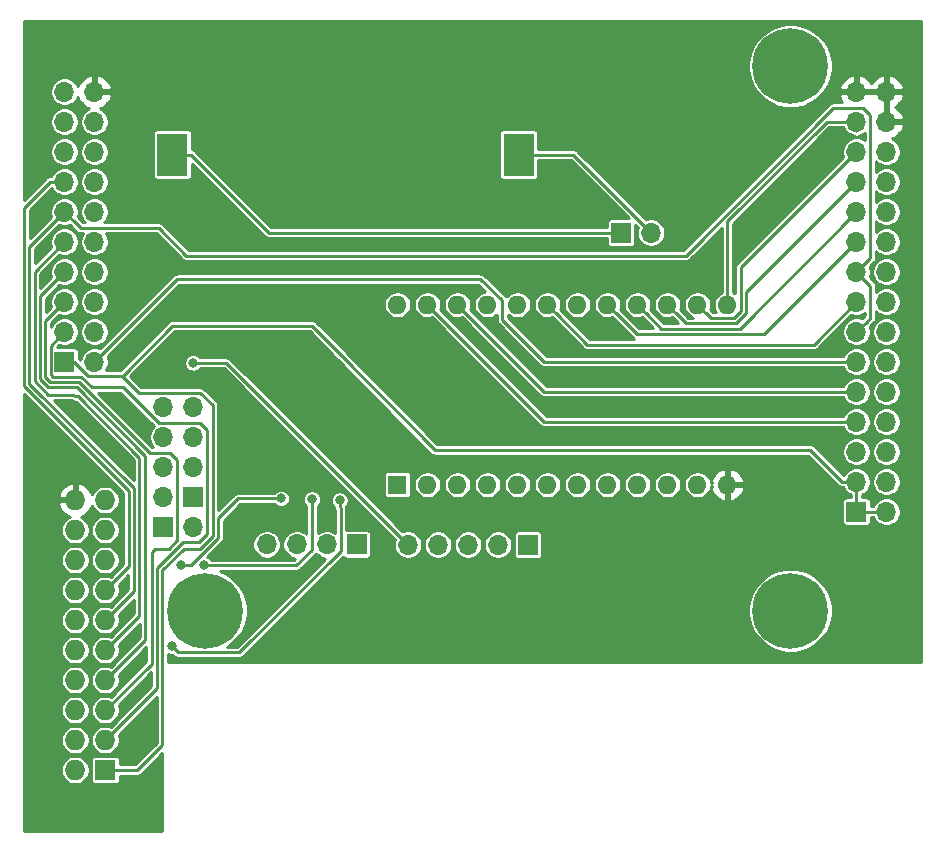
<source format=gbr>
G04 #@! TF.GenerationSoftware,KiCad,Pcbnew,5.1.5+dfsg1-2build2*
G04 #@! TF.CreationDate,2021-08-24T22:34:42-04:00*
G04 #@! TF.ProjectId,U1MB600XL,55314d42-3630-4305-984c-2e6b69636164,1*
G04 #@! TF.SameCoordinates,Original*
G04 #@! TF.FileFunction,Copper,L1,Top*
G04 #@! TF.FilePolarity,Positive*
%FSLAX46Y46*%
G04 Gerber Fmt 4.6, Leading zero omitted, Abs format (unit mm)*
G04 Created by KiCad (PCBNEW 5.1.5+dfsg1-2build2) date 2021-08-24 22:34:42*
%MOMM*%
%LPD*%
G04 APERTURE LIST*
%ADD10R,1.600000X1.600000*%
%ADD11O,1.600000X1.600000*%
%ADD12O,1.700000X1.700000*%
%ADD13R,1.700000X1.700000*%
%ADD14C,6.400000*%
%ADD15O,1.727200X1.727200*%
%ADD16R,1.727200X1.727200*%
%ADD17R,2.600000X3.600000*%
%ADD18C,0.800000*%
%ADD19C,0.250000*%
%ADD20C,0.254000*%
G04 APERTURE END LIST*
D10*
X140462000Y-93980000D03*
D11*
X143002000Y-93980000D03*
X145542000Y-93980000D03*
X148082000Y-93980000D03*
X150622000Y-93980000D03*
X153162000Y-93980000D03*
X155702000Y-93980000D03*
X158242000Y-93980000D03*
X160782000Y-93980000D03*
X163322000Y-93980000D03*
X165862000Y-93980000D03*
X168402000Y-93980000D03*
X168402000Y-78740000D03*
X165862000Y-78740000D03*
X163322000Y-78740000D03*
X160782000Y-78740000D03*
X158242000Y-78740000D03*
X155702000Y-78740000D03*
X153162000Y-78740000D03*
X150622000Y-78740000D03*
X148082000Y-78740000D03*
X145542000Y-78740000D03*
X143002000Y-78740000D03*
X140462000Y-78740000D03*
D12*
X129387600Y-99034600D03*
X131927600Y-99034600D03*
X134467600Y-99034600D03*
D13*
X137007600Y-99034600D03*
D12*
X141351000Y-99060000D03*
X143891000Y-99060000D03*
X146431000Y-99060000D03*
X148971000Y-99060000D03*
D13*
X151511000Y-99060000D03*
X120650000Y-97561400D03*
D12*
X123190000Y-97561400D03*
X120650000Y-95021400D03*
D13*
X123190000Y-95021400D03*
D12*
X120650000Y-92481400D03*
X123190000Y-92481400D03*
X120650000Y-89941400D03*
X123190000Y-89941400D03*
X120650000Y-87401400D03*
X123190000Y-87401400D03*
D14*
X173736000Y-58547000D03*
X173736000Y-104648000D03*
X124206000Y-104648000D03*
D15*
X113182400Y-95275400D03*
X115722400Y-95275400D03*
X113182400Y-97815400D03*
X115722400Y-97815400D03*
X113182400Y-100355400D03*
X115722400Y-100355400D03*
X113182400Y-102895400D03*
X115722400Y-102895400D03*
X113182400Y-105435400D03*
X115722400Y-105435400D03*
X113182400Y-107975400D03*
X115722400Y-107975400D03*
X113182400Y-110515400D03*
X115722400Y-110515400D03*
X113182400Y-113055400D03*
X115722400Y-113055400D03*
X113182400Y-115595400D03*
X115722400Y-115595400D03*
X113182400Y-118135400D03*
D16*
X115722400Y-118135400D03*
D12*
X181864000Y-60706000D03*
X179324000Y-60706000D03*
X181864000Y-63246000D03*
X179324000Y-63246000D03*
X181864000Y-65786000D03*
X179324000Y-65786000D03*
X181864000Y-68326000D03*
X179324000Y-68326000D03*
X181864000Y-70866000D03*
X179324000Y-70866000D03*
X181864000Y-73406000D03*
X179324000Y-73406000D03*
X181864000Y-75946000D03*
X179324000Y-75946000D03*
X181864000Y-78486000D03*
X179324000Y-78486000D03*
X181864000Y-81026000D03*
X179324000Y-81026000D03*
X181864000Y-83566000D03*
X179324000Y-83566000D03*
X181864000Y-86106000D03*
X179324000Y-86106000D03*
X181864000Y-88646000D03*
X179324000Y-88646000D03*
X181864000Y-91186000D03*
X179324000Y-91186000D03*
X181864000Y-93726000D03*
X179324000Y-93726000D03*
X181864000Y-96266000D03*
D13*
X179324000Y-96266000D03*
D12*
X114808000Y-60706000D03*
X112268000Y-60706000D03*
X114808000Y-63246000D03*
X112268000Y-63246000D03*
X114808000Y-65786000D03*
X112268000Y-65786000D03*
X114808000Y-68326000D03*
X112268000Y-68326000D03*
X114808000Y-70866000D03*
X112268000Y-70866000D03*
X114808000Y-73406000D03*
X112268000Y-73406000D03*
X114808000Y-75946000D03*
X112268000Y-75946000D03*
X114808000Y-78486000D03*
X112268000Y-78486000D03*
X114808000Y-81026000D03*
X112268000Y-81026000D03*
X114808000Y-83566000D03*
D13*
X112268000Y-83566000D03*
D12*
X161925000Y-72644000D03*
D13*
X159385000Y-72644000D03*
D17*
X121412000Y-66040000D03*
X150712000Y-66040000D03*
D18*
X119176800Y-121945400D03*
X109575600Y-121945400D03*
X150291800Y-106222800D03*
X135661400Y-106222800D03*
X109677200Y-55880000D03*
X117881400Y-55880000D03*
X117779800Y-107188000D03*
X118313200Y-88493600D03*
X126466600Y-94310200D03*
X126187200Y-98171000D03*
X110490000Y-111607600D03*
X117119400Y-91719400D03*
X115417600Y-93497400D03*
X128346200Y-104673400D03*
X170688000Y-71755000D03*
X120777000Y-75692000D03*
X130606800Y-95148400D03*
X122128764Y-100811430D03*
X133223000Y-95224600D03*
X124090964Y-100811430D03*
X135559800Y-95300800D03*
X121335800Y-107645200D03*
X123164600Y-83667600D03*
D19*
X158285000Y-72644000D02*
X159385000Y-72644000D01*
X129566000Y-72644000D02*
X158285000Y-72644000D01*
X122962000Y-66040000D02*
X129566000Y-72644000D01*
X121412000Y-66040000D02*
X122962000Y-66040000D01*
X155321000Y-66040000D02*
X161925000Y-72644000D01*
X150712000Y-66040000D02*
X155321000Y-66040000D01*
X130606800Y-95148400D02*
X126949200Y-95148400D01*
X122951792Y-100811430D02*
X122128764Y-100811430D01*
X125265019Y-98498203D02*
X122951792Y-100811430D01*
X125265019Y-96832581D02*
X125265019Y-98498203D01*
X126949200Y-95148400D02*
X125265019Y-96832581D01*
X133223000Y-95224600D02*
X133223000Y-99478202D01*
X133223000Y-99478202D02*
X131889772Y-100811430D01*
X131889772Y-100811430D02*
X124090964Y-100811430D01*
X135559800Y-95866485D02*
X135642601Y-95949286D01*
X135642601Y-95949286D02*
X135642601Y-99598601D01*
X135559800Y-95300800D02*
X135559800Y-95866485D01*
X121863601Y-108173001D02*
X121335800Y-107645200D01*
X127068201Y-108173001D02*
X121863601Y-108173001D01*
X135642601Y-99598601D02*
X127068201Y-108173001D01*
X108842954Y-70548965D02*
X108842954Y-85608006D01*
X111065919Y-68326000D02*
X108842954Y-70548965D01*
X112268000Y-68326000D02*
X111065919Y-68326000D01*
X108842954Y-85608006D02*
X117717980Y-94483032D01*
X117717980Y-100899820D02*
X115722400Y-102895400D01*
X117717980Y-94483032D02*
X117717980Y-100899820D01*
X109292963Y-85421605D02*
X118167990Y-94296632D01*
X109292963Y-73841037D02*
X109292963Y-85421605D01*
X112268000Y-70866000D02*
X109292963Y-73841037D01*
X118167990Y-102989810D02*
X115722400Y-105435400D01*
X118167990Y-94296632D02*
X118167990Y-102989810D01*
X112268000Y-70866000D02*
X110903001Y-72230999D01*
X180173999Y-80176001D02*
X179324000Y-81026000D01*
X180499001Y-79850999D02*
X180173999Y-80176001D01*
X180499001Y-77121001D02*
X180499001Y-79850999D01*
X179324000Y-75946000D02*
X180499001Y-77121001D01*
X113117999Y-71715999D02*
X112268000Y-70866000D01*
X113632999Y-72230999D02*
X113117999Y-71715999D01*
X122587001Y-74581001D02*
X120236999Y-72230999D01*
X164863389Y-74581001D02*
X122587001Y-74581001D01*
X177373391Y-62070999D02*
X164863389Y-74581001D01*
X179888001Y-62070999D02*
X177373391Y-62070999D01*
X180499001Y-62681999D02*
X179888001Y-62070999D01*
X180499001Y-74770999D02*
X180499001Y-62681999D01*
X120236999Y-72230999D02*
X113632999Y-72230999D01*
X179324000Y-75946000D02*
X180499001Y-74770999D01*
X110867768Y-86360000D02*
X113030000Y-86360000D01*
X109742972Y-85235204D02*
X110867768Y-86360000D01*
X109742971Y-75931029D02*
X109742972Y-85235204D01*
X112268000Y-73406000D02*
X109742971Y-75931029D01*
X113157000Y-86487000D02*
X113409590Y-86487000D01*
X113030000Y-86360000D02*
X113157000Y-86487000D01*
X113409590Y-86487000D02*
X118618000Y-91695410D01*
X118618000Y-105079800D02*
X115722400Y-107975400D01*
X118618000Y-91695410D02*
X118618000Y-105079800D01*
X110192981Y-85048803D02*
X110880198Y-85736020D01*
X110192981Y-78021019D02*
X110192981Y-85048803D01*
X112268000Y-75946000D02*
X110192981Y-78021019D01*
X118999000Y-91440000D02*
X119033768Y-91440000D01*
X113295020Y-85736020D02*
X118999000Y-91440000D01*
X110880198Y-85736020D02*
X113295020Y-85736020D01*
X119033768Y-91440000D02*
X119126000Y-91532232D01*
X119126000Y-107111800D02*
X115722400Y-110515400D01*
X119126000Y-91532232D02*
X119126000Y-107111800D01*
X119637980Y-99650612D02*
X119637980Y-109139820D01*
X119901590Y-99387002D02*
X119637980Y-99650612D01*
X121825001Y-91891999D02*
X121825001Y-98671401D01*
X121214001Y-91280999D02*
X121825001Y-91891999D01*
X113516188Y-85286010D02*
X119511177Y-91280999D01*
X121109400Y-99387002D02*
X119901590Y-99387002D01*
X111066598Y-85286010D02*
X113516188Y-85286010D01*
X121825001Y-98671401D02*
X121109400Y-99387002D01*
X119511177Y-91280999D02*
X121214001Y-91280999D01*
X110642990Y-84862402D02*
X111066598Y-85286010D01*
X110642990Y-80111010D02*
X110642990Y-84862402D01*
X119637980Y-109139820D02*
X115722400Y-113055400D01*
X112268000Y-78486000D02*
X110642990Y-80111010D01*
X123622003Y-98868399D02*
X122264413Y-98868399D01*
X114560094Y-85693506D02*
X117189506Y-85693506D01*
X112268000Y-81026000D02*
X111092999Y-82201001D01*
X111092999Y-82201001D02*
X111092999Y-84676001D01*
X117189506Y-85693506D02*
X120236999Y-88740999D01*
X113702588Y-84836000D02*
X114560094Y-85693506D01*
X111092999Y-84676001D02*
X111252998Y-84836000D01*
X124365001Y-89351999D02*
X124365001Y-98125401D01*
X120236999Y-88740999D02*
X123754001Y-88740999D01*
X124365001Y-98125401D02*
X123622003Y-98868399D01*
X111252998Y-84836000D02*
X113702588Y-84836000D01*
X123754001Y-88740999D02*
X124365001Y-89351999D01*
X116585999Y-114731801D02*
X115722400Y-115595400D01*
X120087990Y-111229810D02*
X116585999Y-114731801D01*
X120087990Y-101044822D02*
X120087990Y-111229810D01*
X122264413Y-98868399D02*
X120087990Y-101044822D01*
X179324000Y-83566000D02*
X152908000Y-83566000D01*
X149352000Y-80010000D02*
X152908000Y-83566000D01*
X149352000Y-78344998D02*
X149352000Y-80010000D01*
X121793000Y-76581000D02*
X147447000Y-76581000D01*
X114808000Y-83566000D02*
X121793000Y-76581000D01*
X147447000Y-76581000D02*
X149352000Y-78344998D01*
X181864000Y-96266000D02*
X180661919Y-96266000D01*
X180661919Y-96266000D02*
X179324000Y-96266000D01*
X179324000Y-96266000D02*
X179324000Y-95166000D01*
X179324000Y-95166000D02*
X179324000Y-93726000D01*
X120537999Y-109234999D02*
X120553990Y-109250990D01*
X113068998Y-83566000D02*
X114243999Y-84741001D01*
X114243999Y-84741001D02*
X117087399Y-84741001D01*
X112268000Y-83566000D02*
X113068998Y-83566000D01*
X120553990Y-115519200D02*
X120553990Y-115448590D01*
X120553990Y-115448590D02*
X120553990Y-116017610D01*
X118436200Y-118135400D02*
X115722400Y-118135400D01*
X120553990Y-116017610D02*
X118436200Y-118135400D01*
X120548400Y-110083600D02*
X120553990Y-115448590D01*
X120553990Y-109250990D02*
X120548400Y-110083600D01*
X117126001Y-84741001D02*
X117087399Y-84741001D01*
X118585999Y-86200999D02*
X117126001Y-84741001D01*
X123754001Y-86200999D02*
X118585999Y-86200999D01*
X124815011Y-87262009D02*
X123754001Y-86200999D01*
X123711212Y-99415600D02*
X124815010Y-98311802D01*
X122353622Y-99415600D02*
X123711212Y-99415600D01*
X120553989Y-101215233D02*
X122353622Y-99415600D01*
X120553989Y-110078011D02*
X120553989Y-101215233D01*
X124815010Y-98311802D02*
X124815011Y-87262009D01*
X120548400Y-110083600D02*
X120553989Y-110078011D01*
X181877500Y-96279500D02*
X181864000Y-96266000D01*
X175429519Y-91033600D02*
X143611600Y-91033600D01*
X178121919Y-93726000D02*
X175429519Y-91033600D01*
X179324000Y-93726000D02*
X178121919Y-93726000D01*
X117126001Y-84741001D02*
X117188999Y-84741001D01*
X117188999Y-84741001D02*
X121412000Y-80518000D01*
X133223000Y-80518000D02*
X135763000Y-83058000D01*
X121412000Y-80518000D02*
X133223000Y-80518000D01*
X135763000Y-83058000D02*
X135430500Y-82852500D01*
X143611600Y-91033600D02*
X135763000Y-83058000D01*
X168402000Y-77608630D02*
X168402000Y-78740000D01*
X179324000Y-63246000D02*
X179324000Y-64046998D01*
X179324000Y-63246000D02*
X176834800Y-63246000D01*
X168402000Y-71678800D02*
X168402000Y-77608630D01*
X176834800Y-63246000D02*
X168402000Y-71678800D01*
X166661999Y-79539999D02*
X165862000Y-78740000D01*
X166987001Y-79865001D02*
X166661999Y-79539999D01*
X169527001Y-79280001D02*
X168942001Y-79865001D01*
X169527001Y-75582999D02*
X169527001Y-79280001D01*
X168942001Y-79865001D02*
X166987001Y-79865001D01*
X179324000Y-65786000D02*
X169527001Y-75582999D01*
X164121999Y-79539999D02*
X163322000Y-78740000D01*
X164897011Y-80315011D02*
X164121999Y-79539999D01*
X169128401Y-80315011D02*
X164897011Y-80315011D01*
X169977011Y-79466401D02*
X169128401Y-80315011D01*
X169977010Y-77672990D02*
X169977011Y-79466401D01*
X179324000Y-68326000D02*
X169977010Y-77672990D01*
X161581999Y-79539999D02*
X160782000Y-78740000D01*
X162807020Y-80765020D02*
X161581999Y-79539999D01*
X169424980Y-80765020D02*
X162807020Y-80765020D01*
X179324000Y-70866000D02*
X169424980Y-80765020D01*
X159041999Y-79539999D02*
X158242000Y-78740000D01*
X171514971Y-81215029D02*
X160717029Y-81215029D01*
X160717029Y-81215029D02*
X159041999Y-79539999D01*
X179324000Y-73406000D02*
X171514971Y-81215029D01*
X153961999Y-79539999D02*
X153162000Y-78740000D01*
X156537049Y-82115049D02*
X153961999Y-79539999D01*
X175694951Y-82115049D02*
X156537049Y-82115049D01*
X179324000Y-78486000D02*
X175694951Y-82115049D01*
X152908000Y-86106000D02*
X145542000Y-78740000D01*
X179324000Y-86106000D02*
X152908000Y-86106000D01*
X152908000Y-88646000D02*
X143002000Y-78740000D01*
X179324000Y-88646000D02*
X152908000Y-88646000D01*
X140501001Y-98210001D02*
X141351000Y-99060000D01*
X125951999Y-83660999D02*
X140501001Y-98210001D01*
X123171201Y-83660999D02*
X123164600Y-83667600D01*
X125951999Y-83660999D02*
X123171201Y-83660999D01*
D20*
G36*
X117235980Y-94682683D02*
G01*
X117235981Y-100700168D01*
X116174607Y-101761542D01*
X116078436Y-101721707D01*
X115842619Y-101674800D01*
X115602181Y-101674800D01*
X115366364Y-101721707D01*
X115144229Y-101813718D01*
X114944313Y-101947298D01*
X114774298Y-102117313D01*
X114640718Y-102317229D01*
X114548707Y-102539364D01*
X114501800Y-102775181D01*
X114501800Y-103015619D01*
X114548707Y-103251436D01*
X114640718Y-103473571D01*
X114774298Y-103673487D01*
X114944313Y-103843502D01*
X115144229Y-103977082D01*
X115366364Y-104069093D01*
X115602181Y-104116000D01*
X115842619Y-104116000D01*
X116078436Y-104069093D01*
X116300571Y-103977082D01*
X116500487Y-103843502D01*
X116670502Y-103673487D01*
X116804082Y-103473571D01*
X116896093Y-103251436D01*
X116943000Y-103015619D01*
X116943000Y-102775181D01*
X116896093Y-102539364D01*
X116856258Y-102443193D01*
X117685991Y-101613460D01*
X117685991Y-102790158D01*
X116174607Y-104301542D01*
X116078436Y-104261707D01*
X115842619Y-104214800D01*
X115602181Y-104214800D01*
X115366364Y-104261707D01*
X115144229Y-104353718D01*
X114944313Y-104487298D01*
X114774298Y-104657313D01*
X114640718Y-104857229D01*
X114548707Y-105079364D01*
X114501800Y-105315181D01*
X114501800Y-105555619D01*
X114548707Y-105791436D01*
X114640718Y-106013571D01*
X114774298Y-106213487D01*
X114944313Y-106383502D01*
X115144229Y-106517082D01*
X115366364Y-106609093D01*
X115602181Y-106656000D01*
X115842619Y-106656000D01*
X116078436Y-106609093D01*
X116300571Y-106517082D01*
X116500487Y-106383502D01*
X116670502Y-106213487D01*
X116804082Y-106013571D01*
X116896093Y-105791436D01*
X116943000Y-105555619D01*
X116943000Y-105315181D01*
X116896093Y-105079364D01*
X116856258Y-104983193D01*
X118136001Y-103703450D01*
X118136001Y-104880148D01*
X116174607Y-106841542D01*
X116078436Y-106801707D01*
X115842619Y-106754800D01*
X115602181Y-106754800D01*
X115366364Y-106801707D01*
X115144229Y-106893718D01*
X114944313Y-107027298D01*
X114774298Y-107197313D01*
X114640718Y-107397229D01*
X114548707Y-107619364D01*
X114501800Y-107855181D01*
X114501800Y-108095619D01*
X114548707Y-108331436D01*
X114640718Y-108553571D01*
X114774298Y-108753487D01*
X114944313Y-108923502D01*
X115144229Y-109057082D01*
X115366364Y-109149093D01*
X115602181Y-109196000D01*
X115842619Y-109196000D01*
X116078436Y-109149093D01*
X116300571Y-109057082D01*
X116500487Y-108923502D01*
X116670502Y-108753487D01*
X116804082Y-108553571D01*
X116896093Y-108331436D01*
X116943000Y-108095619D01*
X116943000Y-107855181D01*
X116896093Y-107619364D01*
X116856258Y-107523193D01*
X118644001Y-105735450D01*
X118644001Y-106912148D01*
X116174607Y-109381542D01*
X116078436Y-109341707D01*
X115842619Y-109294800D01*
X115602181Y-109294800D01*
X115366364Y-109341707D01*
X115144229Y-109433718D01*
X114944313Y-109567298D01*
X114774298Y-109737313D01*
X114640718Y-109937229D01*
X114548707Y-110159364D01*
X114501800Y-110395181D01*
X114501800Y-110635619D01*
X114548707Y-110871436D01*
X114640718Y-111093571D01*
X114774298Y-111293487D01*
X114944313Y-111463502D01*
X115144229Y-111597082D01*
X115366364Y-111689093D01*
X115602181Y-111736000D01*
X115842619Y-111736000D01*
X116078436Y-111689093D01*
X116300571Y-111597082D01*
X116500487Y-111463502D01*
X116670502Y-111293487D01*
X116804082Y-111093571D01*
X116896093Y-110871436D01*
X116943000Y-110635619D01*
X116943000Y-110395181D01*
X116896093Y-110159364D01*
X116856258Y-110063193D01*
X119155981Y-107763470D01*
X119155981Y-108940168D01*
X116174607Y-111921542D01*
X116078436Y-111881707D01*
X115842619Y-111834800D01*
X115602181Y-111834800D01*
X115366364Y-111881707D01*
X115144229Y-111973718D01*
X114944313Y-112107298D01*
X114774298Y-112277313D01*
X114640718Y-112477229D01*
X114548707Y-112699364D01*
X114501800Y-112935181D01*
X114501800Y-113175619D01*
X114548707Y-113411436D01*
X114640718Y-113633571D01*
X114774298Y-113833487D01*
X114944313Y-114003502D01*
X115144229Y-114137082D01*
X115366364Y-114229093D01*
X115602181Y-114276000D01*
X115842619Y-114276000D01*
X116078436Y-114229093D01*
X116300571Y-114137082D01*
X116500487Y-114003502D01*
X116670502Y-113833487D01*
X116804082Y-113633571D01*
X116896093Y-113411436D01*
X116943000Y-113175619D01*
X116943000Y-112935181D01*
X116896093Y-112699364D01*
X116856258Y-112603193D01*
X119605991Y-109853460D01*
X119605991Y-111030158D01*
X116261922Y-114374228D01*
X116261916Y-114374233D01*
X116174607Y-114461542D01*
X116078436Y-114421707D01*
X115842619Y-114374800D01*
X115602181Y-114374800D01*
X115366364Y-114421707D01*
X115144229Y-114513718D01*
X114944313Y-114647298D01*
X114774298Y-114817313D01*
X114640718Y-115017229D01*
X114548707Y-115239364D01*
X114501800Y-115475181D01*
X114501800Y-115715619D01*
X114548707Y-115951436D01*
X114640718Y-116173571D01*
X114774298Y-116373487D01*
X114944313Y-116543502D01*
X115144229Y-116677082D01*
X115366364Y-116769093D01*
X115602181Y-116816000D01*
X115842619Y-116816000D01*
X116078436Y-116769093D01*
X116300571Y-116677082D01*
X116500487Y-116543502D01*
X116670502Y-116373487D01*
X116804082Y-116173571D01*
X116896093Y-115951436D01*
X116943000Y-115715619D01*
X116943000Y-115475181D01*
X116896093Y-115239364D01*
X116856258Y-115143193D01*
X116943567Y-115055884D01*
X116943572Y-115055878D01*
X120068325Y-111931126D01*
X120071990Y-115448812D01*
X120071991Y-115817958D01*
X118236550Y-117653400D01*
X116944727Y-117653400D01*
X116944727Y-117271800D01*
X116937834Y-117201816D01*
X116917421Y-117134521D01*
X116884271Y-117072502D01*
X116839658Y-117018142D01*
X116785298Y-116973529D01*
X116723279Y-116940379D01*
X116655984Y-116919966D01*
X116586000Y-116913073D01*
X114858800Y-116913073D01*
X114788816Y-116919966D01*
X114721521Y-116940379D01*
X114659502Y-116973529D01*
X114605142Y-117018142D01*
X114560529Y-117072502D01*
X114527379Y-117134521D01*
X114506966Y-117201816D01*
X114500073Y-117271800D01*
X114500073Y-118999000D01*
X114506966Y-119068984D01*
X114527379Y-119136279D01*
X114560529Y-119198298D01*
X114605142Y-119252658D01*
X114659502Y-119297271D01*
X114721521Y-119330421D01*
X114788816Y-119350834D01*
X114858800Y-119357727D01*
X116586000Y-119357727D01*
X116655984Y-119350834D01*
X116723279Y-119330421D01*
X116785298Y-119297271D01*
X116839658Y-119252658D01*
X116884271Y-119198298D01*
X116917421Y-119136279D01*
X116937834Y-119068984D01*
X116944727Y-118999000D01*
X116944727Y-118617400D01*
X118412532Y-118617400D01*
X118436200Y-118619731D01*
X118459868Y-118617400D01*
X118459878Y-118617400D01*
X118530688Y-118610426D01*
X118621546Y-118582864D01*
X118663413Y-118560485D01*
X118705281Y-118538107D01*
X118760282Y-118492968D01*
X118778674Y-118477874D01*
X118793768Y-118459482D01*
X120522000Y-116731250D01*
X120522000Y-123316000D01*
X108840000Y-123316000D01*
X108840000Y-118015181D01*
X111961800Y-118015181D01*
X111961800Y-118255619D01*
X112008707Y-118491436D01*
X112100718Y-118713571D01*
X112234298Y-118913487D01*
X112404313Y-119083502D01*
X112604229Y-119217082D01*
X112826364Y-119309093D01*
X113062181Y-119356000D01*
X113302619Y-119356000D01*
X113538436Y-119309093D01*
X113760571Y-119217082D01*
X113960487Y-119083502D01*
X114130502Y-118913487D01*
X114264082Y-118713571D01*
X114356093Y-118491436D01*
X114403000Y-118255619D01*
X114403000Y-118015181D01*
X114356093Y-117779364D01*
X114264082Y-117557229D01*
X114130502Y-117357313D01*
X113960487Y-117187298D01*
X113760571Y-117053718D01*
X113538436Y-116961707D01*
X113302619Y-116914800D01*
X113062181Y-116914800D01*
X112826364Y-116961707D01*
X112604229Y-117053718D01*
X112404313Y-117187298D01*
X112234298Y-117357313D01*
X112100718Y-117557229D01*
X112008707Y-117779364D01*
X111961800Y-118015181D01*
X108840000Y-118015181D01*
X108840000Y-115475181D01*
X111961800Y-115475181D01*
X111961800Y-115715619D01*
X112008707Y-115951436D01*
X112100718Y-116173571D01*
X112234298Y-116373487D01*
X112404313Y-116543502D01*
X112604229Y-116677082D01*
X112826364Y-116769093D01*
X113062181Y-116816000D01*
X113302619Y-116816000D01*
X113538436Y-116769093D01*
X113760571Y-116677082D01*
X113960487Y-116543502D01*
X114130502Y-116373487D01*
X114264082Y-116173571D01*
X114356093Y-115951436D01*
X114403000Y-115715619D01*
X114403000Y-115475181D01*
X114356093Y-115239364D01*
X114264082Y-115017229D01*
X114130502Y-114817313D01*
X113960487Y-114647298D01*
X113760571Y-114513718D01*
X113538436Y-114421707D01*
X113302619Y-114374800D01*
X113062181Y-114374800D01*
X112826364Y-114421707D01*
X112604229Y-114513718D01*
X112404313Y-114647298D01*
X112234298Y-114817313D01*
X112100718Y-115017229D01*
X112008707Y-115239364D01*
X111961800Y-115475181D01*
X108840000Y-115475181D01*
X108840000Y-112935181D01*
X111961800Y-112935181D01*
X111961800Y-113175619D01*
X112008707Y-113411436D01*
X112100718Y-113633571D01*
X112234298Y-113833487D01*
X112404313Y-114003502D01*
X112604229Y-114137082D01*
X112826364Y-114229093D01*
X113062181Y-114276000D01*
X113302619Y-114276000D01*
X113538436Y-114229093D01*
X113760571Y-114137082D01*
X113960487Y-114003502D01*
X114130502Y-113833487D01*
X114264082Y-113633571D01*
X114356093Y-113411436D01*
X114403000Y-113175619D01*
X114403000Y-112935181D01*
X114356093Y-112699364D01*
X114264082Y-112477229D01*
X114130502Y-112277313D01*
X113960487Y-112107298D01*
X113760571Y-111973718D01*
X113538436Y-111881707D01*
X113302619Y-111834800D01*
X113062181Y-111834800D01*
X112826364Y-111881707D01*
X112604229Y-111973718D01*
X112404313Y-112107298D01*
X112234298Y-112277313D01*
X112100718Y-112477229D01*
X112008707Y-112699364D01*
X111961800Y-112935181D01*
X108840000Y-112935181D01*
X108840000Y-110395181D01*
X111961800Y-110395181D01*
X111961800Y-110635619D01*
X112008707Y-110871436D01*
X112100718Y-111093571D01*
X112234298Y-111293487D01*
X112404313Y-111463502D01*
X112604229Y-111597082D01*
X112826364Y-111689093D01*
X113062181Y-111736000D01*
X113302619Y-111736000D01*
X113538436Y-111689093D01*
X113760571Y-111597082D01*
X113960487Y-111463502D01*
X114130502Y-111293487D01*
X114264082Y-111093571D01*
X114356093Y-110871436D01*
X114403000Y-110635619D01*
X114403000Y-110395181D01*
X114356093Y-110159364D01*
X114264082Y-109937229D01*
X114130502Y-109737313D01*
X113960487Y-109567298D01*
X113760571Y-109433718D01*
X113538436Y-109341707D01*
X113302619Y-109294800D01*
X113062181Y-109294800D01*
X112826364Y-109341707D01*
X112604229Y-109433718D01*
X112404313Y-109567298D01*
X112234298Y-109737313D01*
X112100718Y-109937229D01*
X112008707Y-110159364D01*
X111961800Y-110395181D01*
X108840000Y-110395181D01*
X108840000Y-107855181D01*
X111961800Y-107855181D01*
X111961800Y-108095619D01*
X112008707Y-108331436D01*
X112100718Y-108553571D01*
X112234298Y-108753487D01*
X112404313Y-108923502D01*
X112604229Y-109057082D01*
X112826364Y-109149093D01*
X113062181Y-109196000D01*
X113302619Y-109196000D01*
X113538436Y-109149093D01*
X113760571Y-109057082D01*
X113960487Y-108923502D01*
X114130502Y-108753487D01*
X114264082Y-108553571D01*
X114356093Y-108331436D01*
X114403000Y-108095619D01*
X114403000Y-107855181D01*
X114356093Y-107619364D01*
X114264082Y-107397229D01*
X114130502Y-107197313D01*
X113960487Y-107027298D01*
X113760571Y-106893718D01*
X113538436Y-106801707D01*
X113302619Y-106754800D01*
X113062181Y-106754800D01*
X112826364Y-106801707D01*
X112604229Y-106893718D01*
X112404313Y-107027298D01*
X112234298Y-107197313D01*
X112100718Y-107397229D01*
X112008707Y-107619364D01*
X111961800Y-107855181D01*
X108840000Y-107855181D01*
X108840000Y-105315181D01*
X111961800Y-105315181D01*
X111961800Y-105555619D01*
X112008707Y-105791436D01*
X112100718Y-106013571D01*
X112234298Y-106213487D01*
X112404313Y-106383502D01*
X112604229Y-106517082D01*
X112826364Y-106609093D01*
X113062181Y-106656000D01*
X113302619Y-106656000D01*
X113538436Y-106609093D01*
X113760571Y-106517082D01*
X113960487Y-106383502D01*
X114130502Y-106213487D01*
X114264082Y-106013571D01*
X114356093Y-105791436D01*
X114403000Y-105555619D01*
X114403000Y-105315181D01*
X114356093Y-105079364D01*
X114264082Y-104857229D01*
X114130502Y-104657313D01*
X113960487Y-104487298D01*
X113760571Y-104353718D01*
X113538436Y-104261707D01*
X113302619Y-104214800D01*
X113062181Y-104214800D01*
X112826364Y-104261707D01*
X112604229Y-104353718D01*
X112404313Y-104487298D01*
X112234298Y-104657313D01*
X112100718Y-104857229D01*
X112008707Y-105079364D01*
X111961800Y-105315181D01*
X108840000Y-105315181D01*
X108840000Y-102775181D01*
X111961800Y-102775181D01*
X111961800Y-103015619D01*
X112008707Y-103251436D01*
X112100718Y-103473571D01*
X112234298Y-103673487D01*
X112404313Y-103843502D01*
X112604229Y-103977082D01*
X112826364Y-104069093D01*
X113062181Y-104116000D01*
X113302619Y-104116000D01*
X113538436Y-104069093D01*
X113760571Y-103977082D01*
X113960487Y-103843502D01*
X114130502Y-103673487D01*
X114264082Y-103473571D01*
X114356093Y-103251436D01*
X114403000Y-103015619D01*
X114403000Y-102775181D01*
X114356093Y-102539364D01*
X114264082Y-102317229D01*
X114130502Y-102117313D01*
X113960487Y-101947298D01*
X113760571Y-101813718D01*
X113538436Y-101721707D01*
X113302619Y-101674800D01*
X113062181Y-101674800D01*
X112826364Y-101721707D01*
X112604229Y-101813718D01*
X112404313Y-101947298D01*
X112234298Y-102117313D01*
X112100718Y-102317229D01*
X112008707Y-102539364D01*
X111961800Y-102775181D01*
X108840000Y-102775181D01*
X108840000Y-100235181D01*
X111961800Y-100235181D01*
X111961800Y-100475619D01*
X112008707Y-100711436D01*
X112100718Y-100933571D01*
X112234298Y-101133487D01*
X112404313Y-101303502D01*
X112604229Y-101437082D01*
X112826364Y-101529093D01*
X113062181Y-101576000D01*
X113302619Y-101576000D01*
X113538436Y-101529093D01*
X113760571Y-101437082D01*
X113960487Y-101303502D01*
X114130502Y-101133487D01*
X114264082Y-100933571D01*
X114356093Y-100711436D01*
X114403000Y-100475619D01*
X114403000Y-100235181D01*
X114501800Y-100235181D01*
X114501800Y-100475619D01*
X114548707Y-100711436D01*
X114640718Y-100933571D01*
X114774298Y-101133487D01*
X114944313Y-101303502D01*
X115144229Y-101437082D01*
X115366364Y-101529093D01*
X115602181Y-101576000D01*
X115842619Y-101576000D01*
X116078436Y-101529093D01*
X116300571Y-101437082D01*
X116500487Y-101303502D01*
X116670502Y-101133487D01*
X116804082Y-100933571D01*
X116896093Y-100711436D01*
X116943000Y-100475619D01*
X116943000Y-100235181D01*
X116896093Y-99999364D01*
X116804082Y-99777229D01*
X116670502Y-99577313D01*
X116500487Y-99407298D01*
X116300571Y-99273718D01*
X116078436Y-99181707D01*
X115842619Y-99134800D01*
X115602181Y-99134800D01*
X115366364Y-99181707D01*
X115144229Y-99273718D01*
X114944313Y-99407298D01*
X114774298Y-99577313D01*
X114640718Y-99777229D01*
X114548707Y-99999364D01*
X114501800Y-100235181D01*
X114403000Y-100235181D01*
X114356093Y-99999364D01*
X114264082Y-99777229D01*
X114130502Y-99577313D01*
X113960487Y-99407298D01*
X113760571Y-99273718D01*
X113538436Y-99181707D01*
X113302619Y-99134800D01*
X113062181Y-99134800D01*
X112826364Y-99181707D01*
X112604229Y-99273718D01*
X112404313Y-99407298D01*
X112234298Y-99577313D01*
X112100718Y-99777229D01*
X112008707Y-99999364D01*
X111961800Y-100235181D01*
X108840000Y-100235181D01*
X108840000Y-95634426D01*
X111727442Y-95634426D01*
X111773178Y-95785214D01*
X111899716Y-96050344D01*
X112075546Y-96285693D01*
X112293912Y-96482217D01*
X112546422Y-96632364D01*
X112709558Y-96690090D01*
X112604229Y-96733718D01*
X112404313Y-96867298D01*
X112234298Y-97037313D01*
X112100718Y-97237229D01*
X112008707Y-97459364D01*
X111961800Y-97695181D01*
X111961800Y-97935619D01*
X112008707Y-98171436D01*
X112100718Y-98393571D01*
X112234298Y-98593487D01*
X112404313Y-98763502D01*
X112604229Y-98897082D01*
X112826364Y-98989093D01*
X113062181Y-99036000D01*
X113302619Y-99036000D01*
X113538436Y-98989093D01*
X113760571Y-98897082D01*
X113960487Y-98763502D01*
X114130502Y-98593487D01*
X114264082Y-98393571D01*
X114356093Y-98171436D01*
X114403000Y-97935619D01*
X114403000Y-97695181D01*
X114501800Y-97695181D01*
X114501800Y-97935619D01*
X114548707Y-98171436D01*
X114640718Y-98393571D01*
X114774298Y-98593487D01*
X114944313Y-98763502D01*
X115144229Y-98897082D01*
X115366364Y-98989093D01*
X115602181Y-99036000D01*
X115842619Y-99036000D01*
X116078436Y-98989093D01*
X116300571Y-98897082D01*
X116500487Y-98763502D01*
X116670502Y-98593487D01*
X116804082Y-98393571D01*
X116896093Y-98171436D01*
X116943000Y-97935619D01*
X116943000Y-97695181D01*
X116896093Y-97459364D01*
X116804082Y-97237229D01*
X116670502Y-97037313D01*
X116500487Y-96867298D01*
X116300571Y-96733718D01*
X116078436Y-96641707D01*
X115842619Y-96594800D01*
X115602181Y-96594800D01*
X115366364Y-96641707D01*
X115144229Y-96733718D01*
X114944313Y-96867298D01*
X114774298Y-97037313D01*
X114640718Y-97237229D01*
X114548707Y-97459364D01*
X114501800Y-97695181D01*
X114403000Y-97695181D01*
X114356093Y-97459364D01*
X114264082Y-97237229D01*
X114130502Y-97037313D01*
X113960487Y-96867298D01*
X113760571Y-96733718D01*
X113655242Y-96690090D01*
X113818378Y-96632364D01*
X114070888Y-96482217D01*
X114289254Y-96285693D01*
X114465084Y-96050344D01*
X114591622Y-95785214D01*
X114600407Y-95756251D01*
X114640718Y-95853571D01*
X114774298Y-96053487D01*
X114944313Y-96223502D01*
X115144229Y-96357082D01*
X115366364Y-96449093D01*
X115602181Y-96496000D01*
X115842619Y-96496000D01*
X116078436Y-96449093D01*
X116300571Y-96357082D01*
X116500487Y-96223502D01*
X116670502Y-96053487D01*
X116804082Y-95853571D01*
X116896093Y-95631436D01*
X116943000Y-95395619D01*
X116943000Y-95155181D01*
X116896093Y-94919364D01*
X116804082Y-94697229D01*
X116670502Y-94497313D01*
X116500487Y-94327298D01*
X116300571Y-94193718D01*
X116078436Y-94101707D01*
X115842619Y-94054800D01*
X115602181Y-94054800D01*
X115366364Y-94101707D01*
X115144229Y-94193718D01*
X114944313Y-94327298D01*
X114774298Y-94497313D01*
X114640718Y-94697229D01*
X114600407Y-94794549D01*
X114591622Y-94765586D01*
X114465084Y-94500456D01*
X114289254Y-94265107D01*
X114070888Y-94068583D01*
X113818378Y-93918436D01*
X113541427Y-93820437D01*
X113309400Y-93940936D01*
X113309400Y-95148400D01*
X113329400Y-95148400D01*
X113329400Y-95402400D01*
X113309400Y-95402400D01*
X113309400Y-95422400D01*
X113055400Y-95422400D01*
X113055400Y-95402400D01*
X111848583Y-95402400D01*
X111727442Y-95634426D01*
X108840000Y-95634426D01*
X108840000Y-94916374D01*
X111727442Y-94916374D01*
X111848583Y-95148400D01*
X113055400Y-95148400D01*
X113055400Y-93940936D01*
X112823373Y-93820437D01*
X112546422Y-93918436D01*
X112293912Y-94068583D01*
X112075546Y-94265107D01*
X111899716Y-94500456D01*
X111773178Y-94765586D01*
X111727442Y-94916374D01*
X108840000Y-94916374D01*
X108840000Y-86286702D01*
X117235980Y-94682683D01*
G37*
X117235980Y-94682683D02*
X117235981Y-100700168D01*
X116174607Y-101761542D01*
X116078436Y-101721707D01*
X115842619Y-101674800D01*
X115602181Y-101674800D01*
X115366364Y-101721707D01*
X115144229Y-101813718D01*
X114944313Y-101947298D01*
X114774298Y-102117313D01*
X114640718Y-102317229D01*
X114548707Y-102539364D01*
X114501800Y-102775181D01*
X114501800Y-103015619D01*
X114548707Y-103251436D01*
X114640718Y-103473571D01*
X114774298Y-103673487D01*
X114944313Y-103843502D01*
X115144229Y-103977082D01*
X115366364Y-104069093D01*
X115602181Y-104116000D01*
X115842619Y-104116000D01*
X116078436Y-104069093D01*
X116300571Y-103977082D01*
X116500487Y-103843502D01*
X116670502Y-103673487D01*
X116804082Y-103473571D01*
X116896093Y-103251436D01*
X116943000Y-103015619D01*
X116943000Y-102775181D01*
X116896093Y-102539364D01*
X116856258Y-102443193D01*
X117685991Y-101613460D01*
X117685991Y-102790158D01*
X116174607Y-104301542D01*
X116078436Y-104261707D01*
X115842619Y-104214800D01*
X115602181Y-104214800D01*
X115366364Y-104261707D01*
X115144229Y-104353718D01*
X114944313Y-104487298D01*
X114774298Y-104657313D01*
X114640718Y-104857229D01*
X114548707Y-105079364D01*
X114501800Y-105315181D01*
X114501800Y-105555619D01*
X114548707Y-105791436D01*
X114640718Y-106013571D01*
X114774298Y-106213487D01*
X114944313Y-106383502D01*
X115144229Y-106517082D01*
X115366364Y-106609093D01*
X115602181Y-106656000D01*
X115842619Y-106656000D01*
X116078436Y-106609093D01*
X116300571Y-106517082D01*
X116500487Y-106383502D01*
X116670502Y-106213487D01*
X116804082Y-106013571D01*
X116896093Y-105791436D01*
X116943000Y-105555619D01*
X116943000Y-105315181D01*
X116896093Y-105079364D01*
X116856258Y-104983193D01*
X118136001Y-103703450D01*
X118136001Y-104880148D01*
X116174607Y-106841542D01*
X116078436Y-106801707D01*
X115842619Y-106754800D01*
X115602181Y-106754800D01*
X115366364Y-106801707D01*
X115144229Y-106893718D01*
X114944313Y-107027298D01*
X114774298Y-107197313D01*
X114640718Y-107397229D01*
X114548707Y-107619364D01*
X114501800Y-107855181D01*
X114501800Y-108095619D01*
X114548707Y-108331436D01*
X114640718Y-108553571D01*
X114774298Y-108753487D01*
X114944313Y-108923502D01*
X115144229Y-109057082D01*
X115366364Y-109149093D01*
X115602181Y-109196000D01*
X115842619Y-109196000D01*
X116078436Y-109149093D01*
X116300571Y-109057082D01*
X116500487Y-108923502D01*
X116670502Y-108753487D01*
X116804082Y-108553571D01*
X116896093Y-108331436D01*
X116943000Y-108095619D01*
X116943000Y-107855181D01*
X116896093Y-107619364D01*
X116856258Y-107523193D01*
X118644001Y-105735450D01*
X118644001Y-106912148D01*
X116174607Y-109381542D01*
X116078436Y-109341707D01*
X115842619Y-109294800D01*
X115602181Y-109294800D01*
X115366364Y-109341707D01*
X115144229Y-109433718D01*
X114944313Y-109567298D01*
X114774298Y-109737313D01*
X114640718Y-109937229D01*
X114548707Y-110159364D01*
X114501800Y-110395181D01*
X114501800Y-110635619D01*
X114548707Y-110871436D01*
X114640718Y-111093571D01*
X114774298Y-111293487D01*
X114944313Y-111463502D01*
X115144229Y-111597082D01*
X115366364Y-111689093D01*
X115602181Y-111736000D01*
X115842619Y-111736000D01*
X116078436Y-111689093D01*
X116300571Y-111597082D01*
X116500487Y-111463502D01*
X116670502Y-111293487D01*
X116804082Y-111093571D01*
X116896093Y-110871436D01*
X116943000Y-110635619D01*
X116943000Y-110395181D01*
X116896093Y-110159364D01*
X116856258Y-110063193D01*
X119155981Y-107763470D01*
X119155981Y-108940168D01*
X116174607Y-111921542D01*
X116078436Y-111881707D01*
X115842619Y-111834800D01*
X115602181Y-111834800D01*
X115366364Y-111881707D01*
X115144229Y-111973718D01*
X114944313Y-112107298D01*
X114774298Y-112277313D01*
X114640718Y-112477229D01*
X114548707Y-112699364D01*
X114501800Y-112935181D01*
X114501800Y-113175619D01*
X114548707Y-113411436D01*
X114640718Y-113633571D01*
X114774298Y-113833487D01*
X114944313Y-114003502D01*
X115144229Y-114137082D01*
X115366364Y-114229093D01*
X115602181Y-114276000D01*
X115842619Y-114276000D01*
X116078436Y-114229093D01*
X116300571Y-114137082D01*
X116500487Y-114003502D01*
X116670502Y-113833487D01*
X116804082Y-113633571D01*
X116896093Y-113411436D01*
X116943000Y-113175619D01*
X116943000Y-112935181D01*
X116896093Y-112699364D01*
X116856258Y-112603193D01*
X119605991Y-109853460D01*
X119605991Y-111030158D01*
X116261922Y-114374228D01*
X116261916Y-114374233D01*
X116174607Y-114461542D01*
X116078436Y-114421707D01*
X115842619Y-114374800D01*
X115602181Y-114374800D01*
X115366364Y-114421707D01*
X115144229Y-114513718D01*
X114944313Y-114647298D01*
X114774298Y-114817313D01*
X114640718Y-115017229D01*
X114548707Y-115239364D01*
X114501800Y-115475181D01*
X114501800Y-115715619D01*
X114548707Y-115951436D01*
X114640718Y-116173571D01*
X114774298Y-116373487D01*
X114944313Y-116543502D01*
X115144229Y-116677082D01*
X115366364Y-116769093D01*
X115602181Y-116816000D01*
X115842619Y-116816000D01*
X116078436Y-116769093D01*
X116300571Y-116677082D01*
X116500487Y-116543502D01*
X116670502Y-116373487D01*
X116804082Y-116173571D01*
X116896093Y-115951436D01*
X116943000Y-115715619D01*
X116943000Y-115475181D01*
X116896093Y-115239364D01*
X116856258Y-115143193D01*
X116943567Y-115055884D01*
X116943572Y-115055878D01*
X120068325Y-111931126D01*
X120071990Y-115448812D01*
X120071991Y-115817958D01*
X118236550Y-117653400D01*
X116944727Y-117653400D01*
X116944727Y-117271800D01*
X116937834Y-117201816D01*
X116917421Y-117134521D01*
X116884271Y-117072502D01*
X116839658Y-117018142D01*
X116785298Y-116973529D01*
X116723279Y-116940379D01*
X116655984Y-116919966D01*
X116586000Y-116913073D01*
X114858800Y-116913073D01*
X114788816Y-116919966D01*
X114721521Y-116940379D01*
X114659502Y-116973529D01*
X114605142Y-117018142D01*
X114560529Y-117072502D01*
X114527379Y-117134521D01*
X114506966Y-117201816D01*
X114500073Y-117271800D01*
X114500073Y-118999000D01*
X114506966Y-119068984D01*
X114527379Y-119136279D01*
X114560529Y-119198298D01*
X114605142Y-119252658D01*
X114659502Y-119297271D01*
X114721521Y-119330421D01*
X114788816Y-119350834D01*
X114858800Y-119357727D01*
X116586000Y-119357727D01*
X116655984Y-119350834D01*
X116723279Y-119330421D01*
X116785298Y-119297271D01*
X116839658Y-119252658D01*
X116884271Y-119198298D01*
X116917421Y-119136279D01*
X116937834Y-119068984D01*
X116944727Y-118999000D01*
X116944727Y-118617400D01*
X118412532Y-118617400D01*
X118436200Y-118619731D01*
X118459868Y-118617400D01*
X118459878Y-118617400D01*
X118530688Y-118610426D01*
X118621546Y-118582864D01*
X118663413Y-118560485D01*
X118705281Y-118538107D01*
X118760282Y-118492968D01*
X118778674Y-118477874D01*
X118793768Y-118459482D01*
X120522000Y-116731250D01*
X120522000Y-123316000D01*
X108840000Y-123316000D01*
X108840000Y-118015181D01*
X111961800Y-118015181D01*
X111961800Y-118255619D01*
X112008707Y-118491436D01*
X112100718Y-118713571D01*
X112234298Y-118913487D01*
X112404313Y-119083502D01*
X112604229Y-119217082D01*
X112826364Y-119309093D01*
X113062181Y-119356000D01*
X113302619Y-119356000D01*
X113538436Y-119309093D01*
X113760571Y-119217082D01*
X113960487Y-119083502D01*
X114130502Y-118913487D01*
X114264082Y-118713571D01*
X114356093Y-118491436D01*
X114403000Y-118255619D01*
X114403000Y-118015181D01*
X114356093Y-117779364D01*
X114264082Y-117557229D01*
X114130502Y-117357313D01*
X113960487Y-117187298D01*
X113760571Y-117053718D01*
X113538436Y-116961707D01*
X113302619Y-116914800D01*
X113062181Y-116914800D01*
X112826364Y-116961707D01*
X112604229Y-117053718D01*
X112404313Y-117187298D01*
X112234298Y-117357313D01*
X112100718Y-117557229D01*
X112008707Y-117779364D01*
X111961800Y-118015181D01*
X108840000Y-118015181D01*
X108840000Y-115475181D01*
X111961800Y-115475181D01*
X111961800Y-115715619D01*
X112008707Y-115951436D01*
X112100718Y-116173571D01*
X112234298Y-116373487D01*
X112404313Y-116543502D01*
X112604229Y-116677082D01*
X112826364Y-116769093D01*
X113062181Y-116816000D01*
X113302619Y-116816000D01*
X113538436Y-116769093D01*
X113760571Y-116677082D01*
X113960487Y-116543502D01*
X114130502Y-116373487D01*
X114264082Y-116173571D01*
X114356093Y-115951436D01*
X114403000Y-115715619D01*
X114403000Y-115475181D01*
X114356093Y-115239364D01*
X114264082Y-115017229D01*
X114130502Y-114817313D01*
X113960487Y-114647298D01*
X113760571Y-114513718D01*
X113538436Y-114421707D01*
X113302619Y-114374800D01*
X113062181Y-114374800D01*
X112826364Y-114421707D01*
X112604229Y-114513718D01*
X112404313Y-114647298D01*
X112234298Y-114817313D01*
X112100718Y-115017229D01*
X112008707Y-115239364D01*
X111961800Y-115475181D01*
X108840000Y-115475181D01*
X108840000Y-112935181D01*
X111961800Y-112935181D01*
X111961800Y-113175619D01*
X112008707Y-113411436D01*
X112100718Y-113633571D01*
X112234298Y-113833487D01*
X112404313Y-114003502D01*
X112604229Y-114137082D01*
X112826364Y-114229093D01*
X113062181Y-114276000D01*
X113302619Y-114276000D01*
X113538436Y-114229093D01*
X113760571Y-114137082D01*
X113960487Y-114003502D01*
X114130502Y-113833487D01*
X114264082Y-113633571D01*
X114356093Y-113411436D01*
X114403000Y-113175619D01*
X114403000Y-112935181D01*
X114356093Y-112699364D01*
X114264082Y-112477229D01*
X114130502Y-112277313D01*
X113960487Y-112107298D01*
X113760571Y-111973718D01*
X113538436Y-111881707D01*
X113302619Y-111834800D01*
X113062181Y-111834800D01*
X112826364Y-111881707D01*
X112604229Y-111973718D01*
X112404313Y-112107298D01*
X112234298Y-112277313D01*
X112100718Y-112477229D01*
X112008707Y-112699364D01*
X111961800Y-112935181D01*
X108840000Y-112935181D01*
X108840000Y-110395181D01*
X111961800Y-110395181D01*
X111961800Y-110635619D01*
X112008707Y-110871436D01*
X112100718Y-111093571D01*
X112234298Y-111293487D01*
X112404313Y-111463502D01*
X112604229Y-111597082D01*
X112826364Y-111689093D01*
X113062181Y-111736000D01*
X113302619Y-111736000D01*
X113538436Y-111689093D01*
X113760571Y-111597082D01*
X113960487Y-111463502D01*
X114130502Y-111293487D01*
X114264082Y-111093571D01*
X114356093Y-110871436D01*
X114403000Y-110635619D01*
X114403000Y-110395181D01*
X114356093Y-110159364D01*
X114264082Y-109937229D01*
X114130502Y-109737313D01*
X113960487Y-109567298D01*
X113760571Y-109433718D01*
X113538436Y-109341707D01*
X113302619Y-109294800D01*
X113062181Y-109294800D01*
X112826364Y-109341707D01*
X112604229Y-109433718D01*
X112404313Y-109567298D01*
X112234298Y-109737313D01*
X112100718Y-109937229D01*
X112008707Y-110159364D01*
X111961800Y-110395181D01*
X108840000Y-110395181D01*
X108840000Y-107855181D01*
X111961800Y-107855181D01*
X111961800Y-108095619D01*
X112008707Y-108331436D01*
X112100718Y-108553571D01*
X112234298Y-108753487D01*
X112404313Y-108923502D01*
X112604229Y-109057082D01*
X112826364Y-109149093D01*
X113062181Y-109196000D01*
X113302619Y-109196000D01*
X113538436Y-109149093D01*
X113760571Y-109057082D01*
X113960487Y-108923502D01*
X114130502Y-108753487D01*
X114264082Y-108553571D01*
X114356093Y-108331436D01*
X114403000Y-108095619D01*
X114403000Y-107855181D01*
X114356093Y-107619364D01*
X114264082Y-107397229D01*
X114130502Y-107197313D01*
X113960487Y-107027298D01*
X113760571Y-106893718D01*
X113538436Y-106801707D01*
X113302619Y-106754800D01*
X113062181Y-106754800D01*
X112826364Y-106801707D01*
X112604229Y-106893718D01*
X112404313Y-107027298D01*
X112234298Y-107197313D01*
X112100718Y-107397229D01*
X112008707Y-107619364D01*
X111961800Y-107855181D01*
X108840000Y-107855181D01*
X108840000Y-105315181D01*
X111961800Y-105315181D01*
X111961800Y-105555619D01*
X112008707Y-105791436D01*
X112100718Y-106013571D01*
X112234298Y-106213487D01*
X112404313Y-106383502D01*
X112604229Y-106517082D01*
X112826364Y-106609093D01*
X113062181Y-106656000D01*
X113302619Y-106656000D01*
X113538436Y-106609093D01*
X113760571Y-106517082D01*
X113960487Y-106383502D01*
X114130502Y-106213487D01*
X114264082Y-106013571D01*
X114356093Y-105791436D01*
X114403000Y-105555619D01*
X114403000Y-105315181D01*
X114356093Y-105079364D01*
X114264082Y-104857229D01*
X114130502Y-104657313D01*
X113960487Y-104487298D01*
X113760571Y-104353718D01*
X113538436Y-104261707D01*
X113302619Y-104214800D01*
X113062181Y-104214800D01*
X112826364Y-104261707D01*
X112604229Y-104353718D01*
X112404313Y-104487298D01*
X112234298Y-104657313D01*
X112100718Y-104857229D01*
X112008707Y-105079364D01*
X111961800Y-105315181D01*
X108840000Y-105315181D01*
X108840000Y-102775181D01*
X111961800Y-102775181D01*
X111961800Y-103015619D01*
X112008707Y-103251436D01*
X112100718Y-103473571D01*
X112234298Y-103673487D01*
X112404313Y-103843502D01*
X112604229Y-103977082D01*
X112826364Y-104069093D01*
X113062181Y-104116000D01*
X113302619Y-104116000D01*
X113538436Y-104069093D01*
X113760571Y-103977082D01*
X113960487Y-103843502D01*
X114130502Y-103673487D01*
X114264082Y-103473571D01*
X114356093Y-103251436D01*
X114403000Y-103015619D01*
X114403000Y-102775181D01*
X114356093Y-102539364D01*
X114264082Y-102317229D01*
X114130502Y-102117313D01*
X113960487Y-101947298D01*
X113760571Y-101813718D01*
X113538436Y-101721707D01*
X113302619Y-101674800D01*
X113062181Y-101674800D01*
X112826364Y-101721707D01*
X112604229Y-101813718D01*
X112404313Y-101947298D01*
X112234298Y-102117313D01*
X112100718Y-102317229D01*
X112008707Y-102539364D01*
X111961800Y-102775181D01*
X108840000Y-102775181D01*
X108840000Y-100235181D01*
X111961800Y-100235181D01*
X111961800Y-100475619D01*
X112008707Y-100711436D01*
X112100718Y-100933571D01*
X112234298Y-101133487D01*
X112404313Y-101303502D01*
X112604229Y-101437082D01*
X112826364Y-101529093D01*
X113062181Y-101576000D01*
X113302619Y-101576000D01*
X113538436Y-101529093D01*
X113760571Y-101437082D01*
X113960487Y-101303502D01*
X114130502Y-101133487D01*
X114264082Y-100933571D01*
X114356093Y-100711436D01*
X114403000Y-100475619D01*
X114403000Y-100235181D01*
X114501800Y-100235181D01*
X114501800Y-100475619D01*
X114548707Y-100711436D01*
X114640718Y-100933571D01*
X114774298Y-101133487D01*
X114944313Y-101303502D01*
X115144229Y-101437082D01*
X115366364Y-101529093D01*
X115602181Y-101576000D01*
X115842619Y-101576000D01*
X116078436Y-101529093D01*
X116300571Y-101437082D01*
X116500487Y-101303502D01*
X116670502Y-101133487D01*
X116804082Y-100933571D01*
X116896093Y-100711436D01*
X116943000Y-100475619D01*
X116943000Y-100235181D01*
X116896093Y-99999364D01*
X116804082Y-99777229D01*
X116670502Y-99577313D01*
X116500487Y-99407298D01*
X116300571Y-99273718D01*
X116078436Y-99181707D01*
X115842619Y-99134800D01*
X115602181Y-99134800D01*
X115366364Y-99181707D01*
X115144229Y-99273718D01*
X114944313Y-99407298D01*
X114774298Y-99577313D01*
X114640718Y-99777229D01*
X114548707Y-99999364D01*
X114501800Y-100235181D01*
X114403000Y-100235181D01*
X114356093Y-99999364D01*
X114264082Y-99777229D01*
X114130502Y-99577313D01*
X113960487Y-99407298D01*
X113760571Y-99273718D01*
X113538436Y-99181707D01*
X113302619Y-99134800D01*
X113062181Y-99134800D01*
X112826364Y-99181707D01*
X112604229Y-99273718D01*
X112404313Y-99407298D01*
X112234298Y-99577313D01*
X112100718Y-99777229D01*
X112008707Y-99999364D01*
X111961800Y-100235181D01*
X108840000Y-100235181D01*
X108840000Y-95634426D01*
X111727442Y-95634426D01*
X111773178Y-95785214D01*
X111899716Y-96050344D01*
X112075546Y-96285693D01*
X112293912Y-96482217D01*
X112546422Y-96632364D01*
X112709558Y-96690090D01*
X112604229Y-96733718D01*
X112404313Y-96867298D01*
X112234298Y-97037313D01*
X112100718Y-97237229D01*
X112008707Y-97459364D01*
X111961800Y-97695181D01*
X111961800Y-97935619D01*
X112008707Y-98171436D01*
X112100718Y-98393571D01*
X112234298Y-98593487D01*
X112404313Y-98763502D01*
X112604229Y-98897082D01*
X112826364Y-98989093D01*
X113062181Y-99036000D01*
X113302619Y-99036000D01*
X113538436Y-98989093D01*
X113760571Y-98897082D01*
X113960487Y-98763502D01*
X114130502Y-98593487D01*
X114264082Y-98393571D01*
X114356093Y-98171436D01*
X114403000Y-97935619D01*
X114403000Y-97695181D01*
X114501800Y-97695181D01*
X114501800Y-97935619D01*
X114548707Y-98171436D01*
X114640718Y-98393571D01*
X114774298Y-98593487D01*
X114944313Y-98763502D01*
X115144229Y-98897082D01*
X115366364Y-98989093D01*
X115602181Y-99036000D01*
X115842619Y-99036000D01*
X116078436Y-98989093D01*
X116300571Y-98897082D01*
X116500487Y-98763502D01*
X116670502Y-98593487D01*
X116804082Y-98393571D01*
X116896093Y-98171436D01*
X116943000Y-97935619D01*
X116943000Y-97695181D01*
X116896093Y-97459364D01*
X116804082Y-97237229D01*
X116670502Y-97037313D01*
X116500487Y-96867298D01*
X116300571Y-96733718D01*
X116078436Y-96641707D01*
X115842619Y-96594800D01*
X115602181Y-96594800D01*
X115366364Y-96641707D01*
X115144229Y-96733718D01*
X114944313Y-96867298D01*
X114774298Y-97037313D01*
X114640718Y-97237229D01*
X114548707Y-97459364D01*
X114501800Y-97695181D01*
X114403000Y-97695181D01*
X114356093Y-97459364D01*
X114264082Y-97237229D01*
X114130502Y-97037313D01*
X113960487Y-96867298D01*
X113760571Y-96733718D01*
X113655242Y-96690090D01*
X113818378Y-96632364D01*
X114070888Y-96482217D01*
X114289254Y-96285693D01*
X114465084Y-96050344D01*
X114591622Y-95785214D01*
X114600407Y-95756251D01*
X114640718Y-95853571D01*
X114774298Y-96053487D01*
X114944313Y-96223502D01*
X115144229Y-96357082D01*
X115366364Y-96449093D01*
X115602181Y-96496000D01*
X115842619Y-96496000D01*
X116078436Y-96449093D01*
X116300571Y-96357082D01*
X116500487Y-96223502D01*
X116670502Y-96053487D01*
X116804082Y-95853571D01*
X116896093Y-95631436D01*
X116943000Y-95395619D01*
X116943000Y-95155181D01*
X116896093Y-94919364D01*
X116804082Y-94697229D01*
X116670502Y-94497313D01*
X116500487Y-94327298D01*
X116300571Y-94193718D01*
X116078436Y-94101707D01*
X115842619Y-94054800D01*
X115602181Y-94054800D01*
X115366364Y-94101707D01*
X115144229Y-94193718D01*
X114944313Y-94327298D01*
X114774298Y-94497313D01*
X114640718Y-94697229D01*
X114600407Y-94794549D01*
X114591622Y-94765586D01*
X114465084Y-94500456D01*
X114289254Y-94265107D01*
X114070888Y-94068583D01*
X113818378Y-93918436D01*
X113541427Y-93820437D01*
X113309400Y-93940936D01*
X113309400Y-95148400D01*
X113329400Y-95148400D01*
X113329400Y-95402400D01*
X113309400Y-95402400D01*
X113309400Y-95422400D01*
X113055400Y-95422400D01*
X113055400Y-95402400D01*
X111848583Y-95402400D01*
X111727442Y-95634426D01*
X108840000Y-95634426D01*
X108840000Y-94916374D01*
X111727442Y-94916374D01*
X111848583Y-95148400D01*
X113055400Y-95148400D01*
X113055400Y-93940936D01*
X112823373Y-93820437D01*
X112546422Y-93918436D01*
X112293912Y-94068583D01*
X112075546Y-94265107D01*
X111899716Y-94500456D01*
X111773178Y-94765586D01*
X111727442Y-94916374D01*
X108840000Y-94916374D01*
X108840000Y-86286702D01*
X117235980Y-94682683D01*
G36*
X184784001Y-108965000D02*
G01*
X121035989Y-108965000D01*
X121035989Y-108340385D01*
X121114991Y-108373109D01*
X121261242Y-108402200D01*
X121410358Y-108402200D01*
X121411018Y-108402069D01*
X121506038Y-108497089D01*
X121521127Y-108515475D01*
X121539513Y-108530564D01*
X121539518Y-108530569D01*
X121594519Y-108575707D01*
X121594521Y-108575708D01*
X121678255Y-108620465D01*
X121769113Y-108648027D01*
X121839923Y-108655001D01*
X121839935Y-108655001D01*
X121863600Y-108657332D01*
X121887265Y-108655001D01*
X127044533Y-108655001D01*
X127068201Y-108657332D01*
X127091869Y-108655001D01*
X127091879Y-108655001D01*
X127162689Y-108648027D01*
X127253547Y-108620465D01*
X127295414Y-108598086D01*
X127337282Y-108575708D01*
X127392283Y-108530569D01*
X127410675Y-108515475D01*
X127425769Y-108497083D01*
X131625186Y-104297666D01*
X170179000Y-104297666D01*
X170179000Y-104998334D01*
X170315693Y-105685539D01*
X170583827Y-106332871D01*
X170973098Y-106915455D01*
X171468545Y-107410902D01*
X172051129Y-107800173D01*
X172698461Y-108068307D01*
X173385666Y-108205000D01*
X174086334Y-108205000D01*
X174773539Y-108068307D01*
X175420871Y-107800173D01*
X176003455Y-107410902D01*
X176498902Y-106915455D01*
X176888173Y-106332871D01*
X177156307Y-105685539D01*
X177293000Y-104998334D01*
X177293000Y-104297666D01*
X177156307Y-103610461D01*
X176888173Y-102963129D01*
X176498902Y-102380545D01*
X176003455Y-101885098D01*
X175420871Y-101495827D01*
X174773539Y-101227693D01*
X174086334Y-101091000D01*
X173385666Y-101091000D01*
X172698461Y-101227693D01*
X172051129Y-101495827D01*
X171468545Y-101885098D01*
X170973098Y-102380545D01*
X170583827Y-102963129D01*
X170315693Y-103610461D01*
X170179000Y-104297666D01*
X131625186Y-104297666D01*
X135852232Y-100070621D01*
X135859329Y-100083898D01*
X135903942Y-100138258D01*
X135958302Y-100182871D01*
X136020321Y-100216021D01*
X136087616Y-100236434D01*
X136157600Y-100243327D01*
X137857600Y-100243327D01*
X137927584Y-100236434D01*
X137994879Y-100216021D01*
X138056898Y-100182871D01*
X138111258Y-100138258D01*
X138155871Y-100083898D01*
X138189021Y-100021879D01*
X138209434Y-99954584D01*
X138216327Y-99884600D01*
X138216327Y-98184600D01*
X138209434Y-98114616D01*
X138189021Y-98047321D01*
X138155871Y-97985302D01*
X138111258Y-97930942D01*
X138056898Y-97886329D01*
X137994879Y-97853179D01*
X137927584Y-97832766D01*
X137857600Y-97825873D01*
X136157600Y-97825873D01*
X136124601Y-97829123D01*
X136124601Y-95972950D01*
X136126932Y-95949285D01*
X136124601Y-95925620D01*
X136124601Y-95925608D01*
X136117627Y-95854798D01*
X136108022Y-95823137D01*
X136147800Y-95783359D01*
X136230645Y-95659374D01*
X136287709Y-95521609D01*
X136316800Y-95375358D01*
X136316800Y-95226242D01*
X136287709Y-95079991D01*
X136230645Y-94942226D01*
X136147800Y-94818241D01*
X136042359Y-94712800D01*
X135918374Y-94629955D01*
X135780609Y-94572891D01*
X135634358Y-94543800D01*
X135485242Y-94543800D01*
X135338991Y-94572891D01*
X135201226Y-94629955D01*
X135077241Y-94712800D01*
X134971800Y-94818241D01*
X134888955Y-94942226D01*
X134831891Y-95079991D01*
X134802800Y-95226242D01*
X134802800Y-95375358D01*
X134831891Y-95521609D01*
X134888955Y-95659374D01*
X134971800Y-95783359D01*
X135077241Y-95888800D01*
X135077697Y-95889105D01*
X135084775Y-95960973D01*
X135112336Y-96051830D01*
X135157093Y-96135566D01*
X135160601Y-96139841D01*
X135160602Y-98046002D01*
X135039329Y-97964971D01*
X134819669Y-97873984D01*
X134586479Y-97827600D01*
X134348721Y-97827600D01*
X134115531Y-97873984D01*
X133895871Y-97964971D01*
X133705000Y-98092506D01*
X133705000Y-95812974D01*
X133705559Y-95812600D01*
X133811000Y-95707159D01*
X133893845Y-95583174D01*
X133950909Y-95445409D01*
X133980000Y-95299158D01*
X133980000Y-95150042D01*
X133950909Y-95003791D01*
X133893845Y-94866026D01*
X133811000Y-94742041D01*
X133705559Y-94636600D01*
X133581574Y-94553755D01*
X133443809Y-94496691D01*
X133297558Y-94467600D01*
X133148442Y-94467600D01*
X133002191Y-94496691D01*
X132864426Y-94553755D01*
X132740441Y-94636600D01*
X132635000Y-94742041D01*
X132552155Y-94866026D01*
X132495091Y-95003791D01*
X132466000Y-95150042D01*
X132466000Y-95299158D01*
X132495091Y-95445409D01*
X132552155Y-95583174D01*
X132635000Y-95707159D01*
X132740441Y-95812600D01*
X132741000Y-95812974D01*
X132741001Y-98141045D01*
X132697018Y-98097062D01*
X132499329Y-97964971D01*
X132279669Y-97873984D01*
X132046479Y-97827600D01*
X131808721Y-97827600D01*
X131575531Y-97873984D01*
X131355871Y-97964971D01*
X131158182Y-98097062D01*
X130990062Y-98265182D01*
X130857971Y-98462871D01*
X130766984Y-98682531D01*
X130720600Y-98915721D01*
X130720600Y-99153479D01*
X130766984Y-99386669D01*
X130857971Y-99606329D01*
X130990062Y-99804018D01*
X131158182Y-99972138D01*
X131355871Y-100104229D01*
X131575531Y-100195216D01*
X131783057Y-100236495D01*
X131690122Y-100329430D01*
X124679338Y-100329430D01*
X124678964Y-100328871D01*
X124573523Y-100223430D01*
X124449538Y-100140585D01*
X124346830Y-100098042D01*
X125529151Y-98915721D01*
X128180600Y-98915721D01*
X128180600Y-99153479D01*
X128226984Y-99386669D01*
X128317971Y-99606329D01*
X128450062Y-99804018D01*
X128618182Y-99972138D01*
X128815871Y-100104229D01*
X129035531Y-100195216D01*
X129268721Y-100241600D01*
X129506479Y-100241600D01*
X129739669Y-100195216D01*
X129959329Y-100104229D01*
X130157018Y-99972138D01*
X130325138Y-99804018D01*
X130457229Y-99606329D01*
X130548216Y-99386669D01*
X130594600Y-99153479D01*
X130594600Y-98915721D01*
X130548216Y-98682531D01*
X130457229Y-98462871D01*
X130325138Y-98265182D01*
X130157018Y-98097062D01*
X129959329Y-97964971D01*
X129739669Y-97873984D01*
X129506479Y-97827600D01*
X129268721Y-97827600D01*
X129035531Y-97873984D01*
X128815871Y-97964971D01*
X128618182Y-98097062D01*
X128450062Y-98265182D01*
X128317971Y-98462871D01*
X128226984Y-98682531D01*
X128180600Y-98915721D01*
X125529151Y-98915721D01*
X125589107Y-98855766D01*
X125607493Y-98840677D01*
X125622582Y-98822291D01*
X125622587Y-98822286D01*
X125667726Y-98767284D01*
X125712483Y-98683549D01*
X125718092Y-98665058D01*
X125740045Y-98592691D01*
X125747019Y-98521881D01*
X125747019Y-98521871D01*
X125749350Y-98498203D01*
X125747019Y-98474535D01*
X125747019Y-97032231D01*
X127148851Y-95630400D01*
X130018426Y-95630400D01*
X130018800Y-95630959D01*
X130124241Y-95736400D01*
X130248226Y-95819245D01*
X130385991Y-95876309D01*
X130532242Y-95905400D01*
X130681358Y-95905400D01*
X130827609Y-95876309D01*
X130965374Y-95819245D01*
X131089359Y-95736400D01*
X131194800Y-95630959D01*
X131277645Y-95506974D01*
X131334709Y-95369209D01*
X131363800Y-95222958D01*
X131363800Y-95073842D01*
X131334709Y-94927591D01*
X131277645Y-94789826D01*
X131194800Y-94665841D01*
X131089359Y-94560400D01*
X130965374Y-94477555D01*
X130827609Y-94420491D01*
X130681358Y-94391400D01*
X130532242Y-94391400D01*
X130385991Y-94420491D01*
X130248226Y-94477555D01*
X130124241Y-94560400D01*
X130018800Y-94665841D01*
X130018426Y-94666400D01*
X126972868Y-94666400D01*
X126949200Y-94664069D01*
X126925532Y-94666400D01*
X126925522Y-94666400D01*
X126854712Y-94673374D01*
X126776074Y-94697229D01*
X126763854Y-94700936D01*
X126680119Y-94745693D01*
X126625117Y-94790832D01*
X126625112Y-94790837D01*
X126606726Y-94805926D01*
X126591637Y-94824312D01*
X125297009Y-96118940D01*
X125297011Y-87285677D01*
X125299342Y-87262009D01*
X125297011Y-87238341D01*
X125297011Y-87238332D01*
X125290037Y-87167522D01*
X125262475Y-87076664D01*
X125262475Y-87076663D01*
X125217718Y-86992928D01*
X125172579Y-86937926D01*
X125172570Y-86937917D01*
X125157485Y-86919536D01*
X125139104Y-86904451D01*
X124111568Y-85876916D01*
X124096475Y-85858525D01*
X124070147Y-85836918D01*
X124023082Y-85798292D01*
X123981214Y-85775914D01*
X123939347Y-85753535D01*
X123848489Y-85725973D01*
X123777679Y-85718999D01*
X123777669Y-85718999D01*
X123754001Y-85716668D01*
X123730333Y-85718999D01*
X118785650Y-85718999D01*
X117839150Y-84772500D01*
X119018608Y-83593042D01*
X122407600Y-83593042D01*
X122407600Y-83742158D01*
X122436691Y-83888409D01*
X122493755Y-84026174D01*
X122576600Y-84150159D01*
X122682041Y-84255600D01*
X122806026Y-84338445D01*
X122943791Y-84395509D01*
X123090042Y-84424600D01*
X123239158Y-84424600D01*
X123385409Y-84395509D01*
X123523174Y-84338445D01*
X123647159Y-84255600D01*
X123752600Y-84150159D01*
X123757384Y-84142999D01*
X125752349Y-84142999D01*
X140176918Y-98567569D01*
X140176923Y-98567573D01*
X140227551Y-98618202D01*
X140190384Y-98707931D01*
X140144000Y-98941121D01*
X140144000Y-99178879D01*
X140190384Y-99412069D01*
X140281371Y-99631729D01*
X140413462Y-99829418D01*
X140581582Y-99997538D01*
X140779271Y-100129629D01*
X140998931Y-100220616D01*
X141232121Y-100267000D01*
X141469879Y-100267000D01*
X141703069Y-100220616D01*
X141922729Y-100129629D01*
X142120418Y-99997538D01*
X142288538Y-99829418D01*
X142420629Y-99631729D01*
X142511616Y-99412069D01*
X142558000Y-99178879D01*
X142558000Y-98941121D01*
X142684000Y-98941121D01*
X142684000Y-99178879D01*
X142730384Y-99412069D01*
X142821371Y-99631729D01*
X142953462Y-99829418D01*
X143121582Y-99997538D01*
X143319271Y-100129629D01*
X143538931Y-100220616D01*
X143772121Y-100267000D01*
X144009879Y-100267000D01*
X144243069Y-100220616D01*
X144462729Y-100129629D01*
X144660418Y-99997538D01*
X144828538Y-99829418D01*
X144960629Y-99631729D01*
X145051616Y-99412069D01*
X145098000Y-99178879D01*
X145098000Y-98941121D01*
X145224000Y-98941121D01*
X145224000Y-99178879D01*
X145270384Y-99412069D01*
X145361371Y-99631729D01*
X145493462Y-99829418D01*
X145661582Y-99997538D01*
X145859271Y-100129629D01*
X146078931Y-100220616D01*
X146312121Y-100267000D01*
X146549879Y-100267000D01*
X146783069Y-100220616D01*
X147002729Y-100129629D01*
X147200418Y-99997538D01*
X147368538Y-99829418D01*
X147500629Y-99631729D01*
X147591616Y-99412069D01*
X147638000Y-99178879D01*
X147638000Y-98941121D01*
X147764000Y-98941121D01*
X147764000Y-99178879D01*
X147810384Y-99412069D01*
X147901371Y-99631729D01*
X148033462Y-99829418D01*
X148201582Y-99997538D01*
X148399271Y-100129629D01*
X148618931Y-100220616D01*
X148852121Y-100267000D01*
X149089879Y-100267000D01*
X149323069Y-100220616D01*
X149542729Y-100129629D01*
X149740418Y-99997538D01*
X149908538Y-99829418D01*
X150040629Y-99631729D01*
X150131616Y-99412069D01*
X150178000Y-99178879D01*
X150178000Y-98941121D01*
X150131616Y-98707931D01*
X150040629Y-98488271D01*
X149908538Y-98290582D01*
X149827956Y-98210000D01*
X150302273Y-98210000D01*
X150302273Y-99910000D01*
X150309166Y-99979984D01*
X150329579Y-100047279D01*
X150362729Y-100109298D01*
X150407342Y-100163658D01*
X150461702Y-100208271D01*
X150523721Y-100241421D01*
X150591016Y-100261834D01*
X150661000Y-100268727D01*
X152361000Y-100268727D01*
X152430984Y-100261834D01*
X152498279Y-100241421D01*
X152560298Y-100208271D01*
X152614658Y-100163658D01*
X152659271Y-100109298D01*
X152692421Y-100047279D01*
X152712834Y-99979984D01*
X152719727Y-99910000D01*
X152719727Y-98210000D01*
X152712834Y-98140016D01*
X152692421Y-98072721D01*
X152659271Y-98010702D01*
X152614658Y-97956342D01*
X152560298Y-97911729D01*
X152498279Y-97878579D01*
X152430984Y-97858166D01*
X152361000Y-97851273D01*
X150661000Y-97851273D01*
X150591016Y-97858166D01*
X150523721Y-97878579D01*
X150461702Y-97911729D01*
X150407342Y-97956342D01*
X150362729Y-98010702D01*
X150329579Y-98072721D01*
X150309166Y-98140016D01*
X150302273Y-98210000D01*
X149827956Y-98210000D01*
X149740418Y-98122462D01*
X149542729Y-97990371D01*
X149323069Y-97899384D01*
X149089879Y-97853000D01*
X148852121Y-97853000D01*
X148618931Y-97899384D01*
X148399271Y-97990371D01*
X148201582Y-98122462D01*
X148033462Y-98290582D01*
X147901371Y-98488271D01*
X147810384Y-98707931D01*
X147764000Y-98941121D01*
X147638000Y-98941121D01*
X147591616Y-98707931D01*
X147500629Y-98488271D01*
X147368538Y-98290582D01*
X147200418Y-98122462D01*
X147002729Y-97990371D01*
X146783069Y-97899384D01*
X146549879Y-97853000D01*
X146312121Y-97853000D01*
X146078931Y-97899384D01*
X145859271Y-97990371D01*
X145661582Y-98122462D01*
X145493462Y-98290582D01*
X145361371Y-98488271D01*
X145270384Y-98707931D01*
X145224000Y-98941121D01*
X145098000Y-98941121D01*
X145051616Y-98707931D01*
X144960629Y-98488271D01*
X144828538Y-98290582D01*
X144660418Y-98122462D01*
X144462729Y-97990371D01*
X144243069Y-97899384D01*
X144009879Y-97853000D01*
X143772121Y-97853000D01*
X143538931Y-97899384D01*
X143319271Y-97990371D01*
X143121582Y-98122462D01*
X142953462Y-98290582D01*
X142821371Y-98488271D01*
X142730384Y-98707931D01*
X142684000Y-98941121D01*
X142558000Y-98941121D01*
X142511616Y-98707931D01*
X142420629Y-98488271D01*
X142288538Y-98290582D01*
X142120418Y-98122462D01*
X141922729Y-97990371D01*
X141703069Y-97899384D01*
X141469879Y-97853000D01*
X141232121Y-97853000D01*
X140998931Y-97899384D01*
X140909202Y-97936551D01*
X140858573Y-97885923D01*
X140858569Y-97885918D01*
X136152651Y-93180000D01*
X139303273Y-93180000D01*
X139303273Y-94780000D01*
X139310166Y-94849984D01*
X139330579Y-94917279D01*
X139363729Y-94979298D01*
X139408342Y-95033658D01*
X139462702Y-95078271D01*
X139524721Y-95111421D01*
X139592016Y-95131834D01*
X139662000Y-95138727D01*
X141262000Y-95138727D01*
X141331984Y-95131834D01*
X141399279Y-95111421D01*
X141461298Y-95078271D01*
X141515658Y-95033658D01*
X141560271Y-94979298D01*
X141593421Y-94917279D01*
X141613834Y-94849984D01*
X141620727Y-94780000D01*
X141620727Y-93866045D01*
X141845000Y-93866045D01*
X141845000Y-94093955D01*
X141889463Y-94317484D01*
X141976680Y-94528045D01*
X142103300Y-94717544D01*
X142264456Y-94878700D01*
X142453955Y-95005320D01*
X142664516Y-95092537D01*
X142888045Y-95137000D01*
X143115955Y-95137000D01*
X143339484Y-95092537D01*
X143550045Y-95005320D01*
X143739544Y-94878700D01*
X143900700Y-94717544D01*
X144027320Y-94528045D01*
X144114537Y-94317484D01*
X144159000Y-94093955D01*
X144159000Y-93866045D01*
X144385000Y-93866045D01*
X144385000Y-94093955D01*
X144429463Y-94317484D01*
X144516680Y-94528045D01*
X144643300Y-94717544D01*
X144804456Y-94878700D01*
X144993955Y-95005320D01*
X145204516Y-95092537D01*
X145428045Y-95137000D01*
X145655955Y-95137000D01*
X145879484Y-95092537D01*
X146090045Y-95005320D01*
X146279544Y-94878700D01*
X146440700Y-94717544D01*
X146567320Y-94528045D01*
X146654537Y-94317484D01*
X146699000Y-94093955D01*
X146699000Y-93866045D01*
X146925000Y-93866045D01*
X146925000Y-94093955D01*
X146969463Y-94317484D01*
X147056680Y-94528045D01*
X147183300Y-94717544D01*
X147344456Y-94878700D01*
X147533955Y-95005320D01*
X147744516Y-95092537D01*
X147968045Y-95137000D01*
X148195955Y-95137000D01*
X148419484Y-95092537D01*
X148630045Y-95005320D01*
X148819544Y-94878700D01*
X148980700Y-94717544D01*
X149107320Y-94528045D01*
X149194537Y-94317484D01*
X149239000Y-94093955D01*
X149239000Y-93866045D01*
X149465000Y-93866045D01*
X149465000Y-94093955D01*
X149509463Y-94317484D01*
X149596680Y-94528045D01*
X149723300Y-94717544D01*
X149884456Y-94878700D01*
X150073955Y-95005320D01*
X150284516Y-95092537D01*
X150508045Y-95137000D01*
X150735955Y-95137000D01*
X150959484Y-95092537D01*
X151170045Y-95005320D01*
X151359544Y-94878700D01*
X151520700Y-94717544D01*
X151647320Y-94528045D01*
X151734537Y-94317484D01*
X151779000Y-94093955D01*
X151779000Y-93866045D01*
X152005000Y-93866045D01*
X152005000Y-94093955D01*
X152049463Y-94317484D01*
X152136680Y-94528045D01*
X152263300Y-94717544D01*
X152424456Y-94878700D01*
X152613955Y-95005320D01*
X152824516Y-95092537D01*
X153048045Y-95137000D01*
X153275955Y-95137000D01*
X153499484Y-95092537D01*
X153710045Y-95005320D01*
X153899544Y-94878700D01*
X154060700Y-94717544D01*
X154187320Y-94528045D01*
X154274537Y-94317484D01*
X154319000Y-94093955D01*
X154319000Y-93866045D01*
X154545000Y-93866045D01*
X154545000Y-94093955D01*
X154589463Y-94317484D01*
X154676680Y-94528045D01*
X154803300Y-94717544D01*
X154964456Y-94878700D01*
X155153955Y-95005320D01*
X155364516Y-95092537D01*
X155588045Y-95137000D01*
X155815955Y-95137000D01*
X156039484Y-95092537D01*
X156250045Y-95005320D01*
X156439544Y-94878700D01*
X156600700Y-94717544D01*
X156727320Y-94528045D01*
X156814537Y-94317484D01*
X156859000Y-94093955D01*
X156859000Y-93866045D01*
X157085000Y-93866045D01*
X157085000Y-94093955D01*
X157129463Y-94317484D01*
X157216680Y-94528045D01*
X157343300Y-94717544D01*
X157504456Y-94878700D01*
X157693955Y-95005320D01*
X157904516Y-95092537D01*
X158128045Y-95137000D01*
X158355955Y-95137000D01*
X158579484Y-95092537D01*
X158790045Y-95005320D01*
X158979544Y-94878700D01*
X159140700Y-94717544D01*
X159267320Y-94528045D01*
X159354537Y-94317484D01*
X159399000Y-94093955D01*
X159399000Y-93866045D01*
X159625000Y-93866045D01*
X159625000Y-94093955D01*
X159669463Y-94317484D01*
X159756680Y-94528045D01*
X159883300Y-94717544D01*
X160044456Y-94878700D01*
X160233955Y-95005320D01*
X160444516Y-95092537D01*
X160668045Y-95137000D01*
X160895955Y-95137000D01*
X161119484Y-95092537D01*
X161330045Y-95005320D01*
X161519544Y-94878700D01*
X161680700Y-94717544D01*
X161807320Y-94528045D01*
X161894537Y-94317484D01*
X161939000Y-94093955D01*
X161939000Y-93866045D01*
X162165000Y-93866045D01*
X162165000Y-94093955D01*
X162209463Y-94317484D01*
X162296680Y-94528045D01*
X162423300Y-94717544D01*
X162584456Y-94878700D01*
X162773955Y-95005320D01*
X162984516Y-95092537D01*
X163208045Y-95137000D01*
X163435955Y-95137000D01*
X163659484Y-95092537D01*
X163870045Y-95005320D01*
X164059544Y-94878700D01*
X164220700Y-94717544D01*
X164347320Y-94528045D01*
X164434537Y-94317484D01*
X164479000Y-94093955D01*
X164479000Y-93866045D01*
X164705000Y-93866045D01*
X164705000Y-94093955D01*
X164749463Y-94317484D01*
X164836680Y-94528045D01*
X164963300Y-94717544D01*
X165124456Y-94878700D01*
X165313955Y-95005320D01*
X165524516Y-95092537D01*
X165748045Y-95137000D01*
X165975955Y-95137000D01*
X166199484Y-95092537D01*
X166410045Y-95005320D01*
X166599544Y-94878700D01*
X166760700Y-94717544D01*
X166887320Y-94528045D01*
X166974537Y-94317484D01*
X167016405Y-94107002D01*
X167131375Y-94107002D01*
X167010091Y-94329040D01*
X167104930Y-94593881D01*
X167249615Y-94835131D01*
X167438586Y-95043519D01*
X167664580Y-95211037D01*
X167918913Y-95331246D01*
X168052961Y-95371904D01*
X168275000Y-95249915D01*
X168275000Y-94107000D01*
X168529000Y-94107000D01*
X168529000Y-95249915D01*
X168751039Y-95371904D01*
X168885087Y-95331246D01*
X169139420Y-95211037D01*
X169365414Y-95043519D01*
X169554385Y-94835131D01*
X169699070Y-94593881D01*
X169793909Y-94329040D01*
X169672624Y-94107000D01*
X168529000Y-94107000D01*
X168275000Y-94107000D01*
X168255000Y-94107000D01*
X168255000Y-93853000D01*
X168275000Y-93853000D01*
X168275000Y-92710085D01*
X168529000Y-92710085D01*
X168529000Y-93853000D01*
X169672624Y-93853000D01*
X169793909Y-93630960D01*
X169699070Y-93366119D01*
X169554385Y-93124869D01*
X169365414Y-92916481D01*
X169139420Y-92748963D01*
X168885087Y-92628754D01*
X168751039Y-92588096D01*
X168529000Y-92710085D01*
X168275000Y-92710085D01*
X168052961Y-92588096D01*
X167918913Y-92628754D01*
X167664580Y-92748963D01*
X167438586Y-92916481D01*
X167249615Y-93124869D01*
X167104930Y-93366119D01*
X167010091Y-93630960D01*
X167131375Y-93852998D01*
X167016405Y-93852998D01*
X166974537Y-93642516D01*
X166887320Y-93431955D01*
X166760700Y-93242456D01*
X166599544Y-93081300D01*
X166410045Y-92954680D01*
X166199484Y-92867463D01*
X165975955Y-92823000D01*
X165748045Y-92823000D01*
X165524516Y-92867463D01*
X165313955Y-92954680D01*
X165124456Y-93081300D01*
X164963300Y-93242456D01*
X164836680Y-93431955D01*
X164749463Y-93642516D01*
X164705000Y-93866045D01*
X164479000Y-93866045D01*
X164434537Y-93642516D01*
X164347320Y-93431955D01*
X164220700Y-93242456D01*
X164059544Y-93081300D01*
X163870045Y-92954680D01*
X163659484Y-92867463D01*
X163435955Y-92823000D01*
X163208045Y-92823000D01*
X162984516Y-92867463D01*
X162773955Y-92954680D01*
X162584456Y-93081300D01*
X162423300Y-93242456D01*
X162296680Y-93431955D01*
X162209463Y-93642516D01*
X162165000Y-93866045D01*
X161939000Y-93866045D01*
X161894537Y-93642516D01*
X161807320Y-93431955D01*
X161680700Y-93242456D01*
X161519544Y-93081300D01*
X161330045Y-92954680D01*
X161119484Y-92867463D01*
X160895955Y-92823000D01*
X160668045Y-92823000D01*
X160444516Y-92867463D01*
X160233955Y-92954680D01*
X160044456Y-93081300D01*
X159883300Y-93242456D01*
X159756680Y-93431955D01*
X159669463Y-93642516D01*
X159625000Y-93866045D01*
X159399000Y-93866045D01*
X159354537Y-93642516D01*
X159267320Y-93431955D01*
X159140700Y-93242456D01*
X158979544Y-93081300D01*
X158790045Y-92954680D01*
X158579484Y-92867463D01*
X158355955Y-92823000D01*
X158128045Y-92823000D01*
X157904516Y-92867463D01*
X157693955Y-92954680D01*
X157504456Y-93081300D01*
X157343300Y-93242456D01*
X157216680Y-93431955D01*
X157129463Y-93642516D01*
X157085000Y-93866045D01*
X156859000Y-93866045D01*
X156814537Y-93642516D01*
X156727320Y-93431955D01*
X156600700Y-93242456D01*
X156439544Y-93081300D01*
X156250045Y-92954680D01*
X156039484Y-92867463D01*
X155815955Y-92823000D01*
X155588045Y-92823000D01*
X155364516Y-92867463D01*
X155153955Y-92954680D01*
X154964456Y-93081300D01*
X154803300Y-93242456D01*
X154676680Y-93431955D01*
X154589463Y-93642516D01*
X154545000Y-93866045D01*
X154319000Y-93866045D01*
X154274537Y-93642516D01*
X154187320Y-93431955D01*
X154060700Y-93242456D01*
X153899544Y-93081300D01*
X153710045Y-92954680D01*
X153499484Y-92867463D01*
X153275955Y-92823000D01*
X153048045Y-92823000D01*
X152824516Y-92867463D01*
X152613955Y-92954680D01*
X152424456Y-93081300D01*
X152263300Y-93242456D01*
X152136680Y-93431955D01*
X152049463Y-93642516D01*
X152005000Y-93866045D01*
X151779000Y-93866045D01*
X151734537Y-93642516D01*
X151647320Y-93431955D01*
X151520700Y-93242456D01*
X151359544Y-93081300D01*
X151170045Y-92954680D01*
X150959484Y-92867463D01*
X150735955Y-92823000D01*
X150508045Y-92823000D01*
X150284516Y-92867463D01*
X150073955Y-92954680D01*
X149884456Y-93081300D01*
X149723300Y-93242456D01*
X149596680Y-93431955D01*
X149509463Y-93642516D01*
X149465000Y-93866045D01*
X149239000Y-93866045D01*
X149194537Y-93642516D01*
X149107320Y-93431955D01*
X148980700Y-93242456D01*
X148819544Y-93081300D01*
X148630045Y-92954680D01*
X148419484Y-92867463D01*
X148195955Y-92823000D01*
X147968045Y-92823000D01*
X147744516Y-92867463D01*
X147533955Y-92954680D01*
X147344456Y-93081300D01*
X147183300Y-93242456D01*
X147056680Y-93431955D01*
X146969463Y-93642516D01*
X146925000Y-93866045D01*
X146699000Y-93866045D01*
X146654537Y-93642516D01*
X146567320Y-93431955D01*
X146440700Y-93242456D01*
X146279544Y-93081300D01*
X146090045Y-92954680D01*
X145879484Y-92867463D01*
X145655955Y-92823000D01*
X145428045Y-92823000D01*
X145204516Y-92867463D01*
X144993955Y-92954680D01*
X144804456Y-93081300D01*
X144643300Y-93242456D01*
X144516680Y-93431955D01*
X144429463Y-93642516D01*
X144385000Y-93866045D01*
X144159000Y-93866045D01*
X144114537Y-93642516D01*
X144027320Y-93431955D01*
X143900700Y-93242456D01*
X143739544Y-93081300D01*
X143550045Y-92954680D01*
X143339484Y-92867463D01*
X143115955Y-92823000D01*
X142888045Y-92823000D01*
X142664516Y-92867463D01*
X142453955Y-92954680D01*
X142264456Y-93081300D01*
X142103300Y-93242456D01*
X141976680Y-93431955D01*
X141889463Y-93642516D01*
X141845000Y-93866045D01*
X141620727Y-93866045D01*
X141620727Y-93180000D01*
X141613834Y-93110016D01*
X141593421Y-93042721D01*
X141560271Y-92980702D01*
X141515658Y-92926342D01*
X141461298Y-92881729D01*
X141399279Y-92848579D01*
X141331984Y-92828166D01*
X141262000Y-92821273D01*
X139662000Y-92821273D01*
X139592016Y-92828166D01*
X139524721Y-92848579D01*
X139462702Y-92881729D01*
X139408342Y-92926342D01*
X139363729Y-92980702D01*
X139330579Y-93042721D01*
X139310166Y-93110016D01*
X139303273Y-93180000D01*
X136152651Y-93180000D01*
X126309567Y-83336917D01*
X126294473Y-83318525D01*
X126268145Y-83296918D01*
X126221080Y-83258292D01*
X126163215Y-83227363D01*
X126137345Y-83213535D01*
X126046487Y-83185973D01*
X125975677Y-83178999D01*
X125975667Y-83178999D01*
X125951999Y-83176668D01*
X125928331Y-83178999D01*
X123746558Y-83178999D01*
X123647159Y-83079600D01*
X123523174Y-82996755D01*
X123385409Y-82939691D01*
X123239158Y-82910600D01*
X123090042Y-82910600D01*
X122943791Y-82939691D01*
X122806026Y-82996755D01*
X122682041Y-83079600D01*
X122576600Y-83185041D01*
X122493755Y-83309026D01*
X122436691Y-83446791D01*
X122407600Y-83593042D01*
X119018608Y-83593042D01*
X121611651Y-81000000D01*
X133023350Y-81000000D01*
X134954776Y-82931427D01*
X134959125Y-82963772D01*
X134989890Y-83053595D01*
X135037588Y-83135690D01*
X135100385Y-83206903D01*
X135156953Y-83250063D01*
X135460192Y-83437479D01*
X143252809Y-91356191D01*
X143269126Y-91376074D01*
X143304257Y-91404905D01*
X143339295Y-91434134D01*
X143341012Y-91435070D01*
X143342520Y-91436307D01*
X143382670Y-91457768D01*
X143422669Y-91479562D01*
X143424532Y-91480143D01*
X143426254Y-91481064D01*
X143469888Y-91494300D01*
X143513301Y-91507851D01*
X143515238Y-91508057D01*
X143517112Y-91508626D01*
X143562588Y-91513105D01*
X143607712Y-91517915D01*
X143633321Y-91515600D01*
X175229869Y-91515600D01*
X177764356Y-94050088D01*
X177779445Y-94068474D01*
X177797831Y-94083563D01*
X177797836Y-94083568D01*
X177852838Y-94128707D01*
X177909417Y-94158949D01*
X177936573Y-94173464D01*
X178027431Y-94201026D01*
X178098241Y-94208000D01*
X178098251Y-94208000D01*
X178121919Y-94210331D01*
X178145587Y-94208000D01*
X178217204Y-94208000D01*
X178254371Y-94297729D01*
X178386462Y-94495418D01*
X178554582Y-94663538D01*
X178752271Y-94795629D01*
X178842000Y-94832796D01*
X178842000Y-95057273D01*
X178474000Y-95057273D01*
X178404016Y-95064166D01*
X178336721Y-95084579D01*
X178274702Y-95117729D01*
X178220342Y-95162342D01*
X178175729Y-95216702D01*
X178142579Y-95278721D01*
X178122166Y-95346016D01*
X178115273Y-95416000D01*
X178115273Y-97116000D01*
X178122166Y-97185984D01*
X178142579Y-97253279D01*
X178175729Y-97315298D01*
X178220342Y-97369658D01*
X178274702Y-97414271D01*
X178336721Y-97447421D01*
X178404016Y-97467834D01*
X178474000Y-97474727D01*
X180174000Y-97474727D01*
X180243984Y-97467834D01*
X180311279Y-97447421D01*
X180373298Y-97414271D01*
X180427658Y-97369658D01*
X180472271Y-97315298D01*
X180505421Y-97253279D01*
X180525834Y-97185984D01*
X180532727Y-97116000D01*
X180532727Y-96748000D01*
X180757204Y-96748000D01*
X180794371Y-96837729D01*
X180926462Y-97035418D01*
X181094582Y-97203538D01*
X181292271Y-97335629D01*
X181511931Y-97426616D01*
X181745121Y-97473000D01*
X181982879Y-97473000D01*
X182216069Y-97426616D01*
X182435729Y-97335629D01*
X182633418Y-97203538D01*
X182801538Y-97035418D01*
X182933629Y-96837729D01*
X183024616Y-96618069D01*
X183071000Y-96384879D01*
X183071000Y-96147121D01*
X183024616Y-95913931D01*
X182933629Y-95694271D01*
X182801538Y-95496582D01*
X182633418Y-95328462D01*
X182435729Y-95196371D01*
X182216069Y-95105384D01*
X181982879Y-95059000D01*
X181745121Y-95059000D01*
X181511931Y-95105384D01*
X181292271Y-95196371D01*
X181094582Y-95328462D01*
X180926462Y-95496582D01*
X180794371Y-95694271D01*
X180757204Y-95784000D01*
X180532727Y-95784000D01*
X180532727Y-95416000D01*
X180525834Y-95346016D01*
X180505421Y-95278721D01*
X180472271Y-95216702D01*
X180427658Y-95162342D01*
X180373298Y-95117729D01*
X180311279Y-95084579D01*
X180243984Y-95064166D01*
X180174000Y-95057273D01*
X179806000Y-95057273D01*
X179806000Y-94832796D01*
X179895729Y-94795629D01*
X180093418Y-94663538D01*
X180261538Y-94495418D01*
X180393629Y-94297729D01*
X180484616Y-94078069D01*
X180531000Y-93844879D01*
X180531000Y-93607121D01*
X180657000Y-93607121D01*
X180657000Y-93844879D01*
X180703384Y-94078069D01*
X180794371Y-94297729D01*
X180926462Y-94495418D01*
X181094582Y-94663538D01*
X181292271Y-94795629D01*
X181511931Y-94886616D01*
X181745121Y-94933000D01*
X181982879Y-94933000D01*
X182216069Y-94886616D01*
X182435729Y-94795629D01*
X182633418Y-94663538D01*
X182801538Y-94495418D01*
X182933629Y-94297729D01*
X183024616Y-94078069D01*
X183071000Y-93844879D01*
X183071000Y-93607121D01*
X183024616Y-93373931D01*
X182933629Y-93154271D01*
X182801538Y-92956582D01*
X182633418Y-92788462D01*
X182435729Y-92656371D01*
X182216069Y-92565384D01*
X181982879Y-92519000D01*
X181745121Y-92519000D01*
X181511931Y-92565384D01*
X181292271Y-92656371D01*
X181094582Y-92788462D01*
X180926462Y-92956582D01*
X180794371Y-93154271D01*
X180703384Y-93373931D01*
X180657000Y-93607121D01*
X180531000Y-93607121D01*
X180484616Y-93373931D01*
X180393629Y-93154271D01*
X180261538Y-92956582D01*
X180093418Y-92788462D01*
X179895729Y-92656371D01*
X179676069Y-92565384D01*
X179442879Y-92519000D01*
X179205121Y-92519000D01*
X178971931Y-92565384D01*
X178752271Y-92656371D01*
X178554582Y-92788462D01*
X178386462Y-92956582D01*
X178254371Y-93154271D01*
X178247772Y-93170202D01*
X176144691Y-91067121D01*
X178117000Y-91067121D01*
X178117000Y-91304879D01*
X178163384Y-91538069D01*
X178254371Y-91757729D01*
X178386462Y-91955418D01*
X178554582Y-92123538D01*
X178752271Y-92255629D01*
X178971931Y-92346616D01*
X179205121Y-92393000D01*
X179442879Y-92393000D01*
X179676069Y-92346616D01*
X179895729Y-92255629D01*
X180093418Y-92123538D01*
X180261538Y-91955418D01*
X180393629Y-91757729D01*
X180484616Y-91538069D01*
X180531000Y-91304879D01*
X180531000Y-91067121D01*
X180657000Y-91067121D01*
X180657000Y-91304879D01*
X180703384Y-91538069D01*
X180794371Y-91757729D01*
X180926462Y-91955418D01*
X181094582Y-92123538D01*
X181292271Y-92255629D01*
X181511931Y-92346616D01*
X181745121Y-92393000D01*
X181982879Y-92393000D01*
X182216069Y-92346616D01*
X182435729Y-92255629D01*
X182633418Y-92123538D01*
X182801538Y-91955418D01*
X182933629Y-91757729D01*
X183024616Y-91538069D01*
X183071000Y-91304879D01*
X183071000Y-91067121D01*
X183024616Y-90833931D01*
X182933629Y-90614271D01*
X182801538Y-90416582D01*
X182633418Y-90248462D01*
X182435729Y-90116371D01*
X182216069Y-90025384D01*
X181982879Y-89979000D01*
X181745121Y-89979000D01*
X181511931Y-90025384D01*
X181292271Y-90116371D01*
X181094582Y-90248462D01*
X180926462Y-90416582D01*
X180794371Y-90614271D01*
X180703384Y-90833931D01*
X180657000Y-91067121D01*
X180531000Y-91067121D01*
X180484616Y-90833931D01*
X180393629Y-90614271D01*
X180261538Y-90416582D01*
X180093418Y-90248462D01*
X179895729Y-90116371D01*
X179676069Y-90025384D01*
X179442879Y-89979000D01*
X179205121Y-89979000D01*
X178971931Y-90025384D01*
X178752271Y-90116371D01*
X178554582Y-90248462D01*
X178386462Y-90416582D01*
X178254371Y-90614271D01*
X178163384Y-90833931D01*
X178117000Y-91067121D01*
X176144691Y-91067121D01*
X175787087Y-90709518D01*
X175771993Y-90691126D01*
X175753601Y-90676032D01*
X175698600Y-90630893D01*
X175656732Y-90608515D01*
X175614865Y-90586136D01*
X175524007Y-90558574D01*
X175453197Y-90551600D01*
X175453187Y-90551600D01*
X175429519Y-90549269D01*
X175405851Y-90551600D01*
X143813520Y-90551600D01*
X136121806Y-82735426D01*
X136120568Y-82733917D01*
X136114502Y-82727851D01*
X136093114Y-82703597D01*
X136081022Y-82694371D01*
X133580568Y-80193918D01*
X133565474Y-80175526D01*
X133547082Y-80160432D01*
X133492081Y-80115293D01*
X133428882Y-80081513D01*
X133408346Y-80070536D01*
X133317488Y-80042974D01*
X133246678Y-80036000D01*
X133246668Y-80036000D01*
X133223000Y-80033669D01*
X133199332Y-80036000D01*
X121435664Y-80036000D01*
X121411999Y-80033669D01*
X121388334Y-80036000D01*
X121388322Y-80036000D01*
X121317512Y-80042974D01*
X121226654Y-80070536D01*
X121142918Y-80115293D01*
X121087917Y-80160432D01*
X121087912Y-80160437D01*
X121069526Y-80175526D01*
X121054437Y-80193912D01*
X116989349Y-84259001D01*
X115796598Y-84259001D01*
X115877629Y-84137729D01*
X115968616Y-83918069D01*
X116015000Y-83684879D01*
X116015000Y-83447121D01*
X115968616Y-83213931D01*
X115931449Y-83124202D01*
X120429606Y-78626045D01*
X139305000Y-78626045D01*
X139305000Y-78853955D01*
X139349463Y-79077484D01*
X139436680Y-79288045D01*
X139563300Y-79477544D01*
X139724456Y-79638700D01*
X139913955Y-79765320D01*
X140124516Y-79852537D01*
X140348045Y-79897000D01*
X140575955Y-79897000D01*
X140799484Y-79852537D01*
X141010045Y-79765320D01*
X141199544Y-79638700D01*
X141360700Y-79477544D01*
X141487320Y-79288045D01*
X141574537Y-79077484D01*
X141619000Y-78853955D01*
X141619000Y-78626045D01*
X141845000Y-78626045D01*
X141845000Y-78853955D01*
X141889463Y-79077484D01*
X141976680Y-79288045D01*
X142103300Y-79477544D01*
X142264456Y-79638700D01*
X142453955Y-79765320D01*
X142664516Y-79852537D01*
X142888045Y-79897000D01*
X143115955Y-79897000D01*
X143339484Y-79852537D01*
X143405530Y-79825180D01*
X152550437Y-88970088D01*
X152565526Y-88988474D01*
X152583912Y-89003563D01*
X152583917Y-89003568D01*
X152638919Y-89048707D01*
X152669553Y-89065081D01*
X152722654Y-89093464D01*
X152813512Y-89121026D01*
X152884322Y-89128000D01*
X152884332Y-89128000D01*
X152908000Y-89130331D01*
X152931668Y-89128000D01*
X178217204Y-89128000D01*
X178254371Y-89217729D01*
X178386462Y-89415418D01*
X178554582Y-89583538D01*
X178752271Y-89715629D01*
X178971931Y-89806616D01*
X179205121Y-89853000D01*
X179442879Y-89853000D01*
X179676069Y-89806616D01*
X179895729Y-89715629D01*
X180093418Y-89583538D01*
X180261538Y-89415418D01*
X180393629Y-89217729D01*
X180484616Y-88998069D01*
X180531000Y-88764879D01*
X180531000Y-88527121D01*
X180657000Y-88527121D01*
X180657000Y-88764879D01*
X180703384Y-88998069D01*
X180794371Y-89217729D01*
X180926462Y-89415418D01*
X181094582Y-89583538D01*
X181292271Y-89715629D01*
X181511931Y-89806616D01*
X181745121Y-89853000D01*
X181982879Y-89853000D01*
X182216069Y-89806616D01*
X182435729Y-89715629D01*
X182633418Y-89583538D01*
X182801538Y-89415418D01*
X182933629Y-89217729D01*
X183024616Y-88998069D01*
X183071000Y-88764879D01*
X183071000Y-88527121D01*
X183024616Y-88293931D01*
X182933629Y-88074271D01*
X182801538Y-87876582D01*
X182633418Y-87708462D01*
X182435729Y-87576371D01*
X182216069Y-87485384D01*
X181982879Y-87439000D01*
X181745121Y-87439000D01*
X181511931Y-87485384D01*
X181292271Y-87576371D01*
X181094582Y-87708462D01*
X180926462Y-87876582D01*
X180794371Y-88074271D01*
X180703384Y-88293931D01*
X180657000Y-88527121D01*
X180531000Y-88527121D01*
X180484616Y-88293931D01*
X180393629Y-88074271D01*
X180261538Y-87876582D01*
X180093418Y-87708462D01*
X179895729Y-87576371D01*
X179676069Y-87485384D01*
X179442879Y-87439000D01*
X179205121Y-87439000D01*
X178971931Y-87485384D01*
X178752271Y-87576371D01*
X178554582Y-87708462D01*
X178386462Y-87876582D01*
X178254371Y-88074271D01*
X178217204Y-88164000D01*
X153107651Y-88164000D01*
X144087180Y-79143530D01*
X144114537Y-79077484D01*
X144159000Y-78853955D01*
X144159000Y-78626045D01*
X144385000Y-78626045D01*
X144385000Y-78853955D01*
X144429463Y-79077484D01*
X144516680Y-79288045D01*
X144643300Y-79477544D01*
X144804456Y-79638700D01*
X144993955Y-79765320D01*
X145204516Y-79852537D01*
X145428045Y-79897000D01*
X145655955Y-79897000D01*
X145879484Y-79852537D01*
X145945530Y-79825180D01*
X152550437Y-86430088D01*
X152565526Y-86448474D01*
X152583912Y-86463563D01*
X152583917Y-86463568D01*
X152638918Y-86508707D01*
X152707466Y-86545346D01*
X152722654Y-86553464D01*
X152813512Y-86581026D01*
X152884322Y-86588000D01*
X152884331Y-86588000D01*
X152907999Y-86590331D01*
X152931667Y-86588000D01*
X178217204Y-86588000D01*
X178254371Y-86677729D01*
X178386462Y-86875418D01*
X178554582Y-87043538D01*
X178752271Y-87175629D01*
X178971931Y-87266616D01*
X179205121Y-87313000D01*
X179442879Y-87313000D01*
X179676069Y-87266616D01*
X179895729Y-87175629D01*
X180093418Y-87043538D01*
X180261538Y-86875418D01*
X180393629Y-86677729D01*
X180484616Y-86458069D01*
X180531000Y-86224879D01*
X180531000Y-85987121D01*
X180657000Y-85987121D01*
X180657000Y-86224879D01*
X180703384Y-86458069D01*
X180794371Y-86677729D01*
X180926462Y-86875418D01*
X181094582Y-87043538D01*
X181292271Y-87175629D01*
X181511931Y-87266616D01*
X181745121Y-87313000D01*
X181982879Y-87313000D01*
X182216069Y-87266616D01*
X182435729Y-87175629D01*
X182633418Y-87043538D01*
X182801538Y-86875418D01*
X182933629Y-86677729D01*
X183024616Y-86458069D01*
X183071000Y-86224879D01*
X183071000Y-85987121D01*
X183024616Y-85753931D01*
X182933629Y-85534271D01*
X182801538Y-85336582D01*
X182633418Y-85168462D01*
X182435729Y-85036371D01*
X182216069Y-84945384D01*
X181982879Y-84899000D01*
X181745121Y-84899000D01*
X181511931Y-84945384D01*
X181292271Y-85036371D01*
X181094582Y-85168462D01*
X180926462Y-85336582D01*
X180794371Y-85534271D01*
X180703384Y-85753931D01*
X180657000Y-85987121D01*
X180531000Y-85987121D01*
X180484616Y-85753931D01*
X180393629Y-85534271D01*
X180261538Y-85336582D01*
X180093418Y-85168462D01*
X179895729Y-85036371D01*
X179676069Y-84945384D01*
X179442879Y-84899000D01*
X179205121Y-84899000D01*
X178971931Y-84945384D01*
X178752271Y-85036371D01*
X178554582Y-85168462D01*
X178386462Y-85336582D01*
X178254371Y-85534271D01*
X178217204Y-85624000D01*
X153107651Y-85624000D01*
X146627180Y-79143530D01*
X146654537Y-79077484D01*
X146699000Y-78853955D01*
X146699000Y-78626045D01*
X146654537Y-78402516D01*
X146567320Y-78191955D01*
X146440700Y-78002456D01*
X146279544Y-77841300D01*
X146090045Y-77714680D01*
X145879484Y-77627463D01*
X145655955Y-77583000D01*
X145428045Y-77583000D01*
X145204516Y-77627463D01*
X144993955Y-77714680D01*
X144804456Y-77841300D01*
X144643300Y-78002456D01*
X144516680Y-78191955D01*
X144429463Y-78402516D01*
X144385000Y-78626045D01*
X144159000Y-78626045D01*
X144114537Y-78402516D01*
X144027320Y-78191955D01*
X143900700Y-78002456D01*
X143739544Y-77841300D01*
X143550045Y-77714680D01*
X143339484Y-77627463D01*
X143115955Y-77583000D01*
X142888045Y-77583000D01*
X142664516Y-77627463D01*
X142453955Y-77714680D01*
X142264456Y-77841300D01*
X142103300Y-78002456D01*
X141976680Y-78191955D01*
X141889463Y-78402516D01*
X141845000Y-78626045D01*
X141619000Y-78626045D01*
X141574537Y-78402516D01*
X141487320Y-78191955D01*
X141360700Y-78002456D01*
X141199544Y-77841300D01*
X141010045Y-77714680D01*
X140799484Y-77627463D01*
X140575955Y-77583000D01*
X140348045Y-77583000D01*
X140124516Y-77627463D01*
X139913955Y-77714680D01*
X139724456Y-77841300D01*
X139563300Y-78002456D01*
X139436680Y-78191955D01*
X139349463Y-78402516D01*
X139305000Y-78626045D01*
X120429606Y-78626045D01*
X121992651Y-77063000D01*
X147258111Y-77063000D01*
X147845912Y-77607294D01*
X147744516Y-77627463D01*
X147533955Y-77714680D01*
X147344456Y-77841300D01*
X147183300Y-78002456D01*
X147056680Y-78191955D01*
X146969463Y-78402516D01*
X146925000Y-78626045D01*
X146925000Y-78853955D01*
X146969463Y-79077484D01*
X147056680Y-79288045D01*
X147183300Y-79477544D01*
X147344456Y-79638700D01*
X147533955Y-79765320D01*
X147744516Y-79852537D01*
X147968045Y-79897000D01*
X148195955Y-79897000D01*
X148419484Y-79852537D01*
X148630045Y-79765320D01*
X148819544Y-79638700D01*
X148870001Y-79588243D01*
X148870001Y-79986322D01*
X148867669Y-80010000D01*
X148876975Y-80104488D01*
X148904536Y-80195345D01*
X148949293Y-80279081D01*
X148994432Y-80334082D01*
X148994438Y-80334088D01*
X149009527Y-80352474D01*
X149027913Y-80367563D01*
X152550437Y-83890088D01*
X152565526Y-83908474D01*
X152583912Y-83923563D01*
X152583917Y-83923568D01*
X152638918Y-83968706D01*
X152638920Y-83968707D01*
X152722654Y-84013464D01*
X152813512Y-84041026D01*
X152884322Y-84048000D01*
X152884334Y-84048000D01*
X152907999Y-84050331D01*
X152931664Y-84048000D01*
X178217204Y-84048000D01*
X178254371Y-84137729D01*
X178386462Y-84335418D01*
X178554582Y-84503538D01*
X178752271Y-84635629D01*
X178971931Y-84726616D01*
X179205121Y-84773000D01*
X179442879Y-84773000D01*
X179676069Y-84726616D01*
X179895729Y-84635629D01*
X180093418Y-84503538D01*
X180261538Y-84335418D01*
X180393629Y-84137729D01*
X180484616Y-83918069D01*
X180531000Y-83684879D01*
X180531000Y-83447121D01*
X180657000Y-83447121D01*
X180657000Y-83684879D01*
X180703384Y-83918069D01*
X180794371Y-84137729D01*
X180926462Y-84335418D01*
X181094582Y-84503538D01*
X181292271Y-84635629D01*
X181511931Y-84726616D01*
X181745121Y-84773000D01*
X181982879Y-84773000D01*
X182216069Y-84726616D01*
X182435729Y-84635629D01*
X182633418Y-84503538D01*
X182801538Y-84335418D01*
X182933629Y-84137729D01*
X183024616Y-83918069D01*
X183071000Y-83684879D01*
X183071000Y-83447121D01*
X183024616Y-83213931D01*
X182933629Y-82994271D01*
X182801538Y-82796582D01*
X182633418Y-82628462D01*
X182435729Y-82496371D01*
X182216069Y-82405384D01*
X181982879Y-82359000D01*
X181745121Y-82359000D01*
X181511931Y-82405384D01*
X181292271Y-82496371D01*
X181094582Y-82628462D01*
X180926462Y-82796582D01*
X180794371Y-82994271D01*
X180703384Y-83213931D01*
X180657000Y-83447121D01*
X180531000Y-83447121D01*
X180484616Y-83213931D01*
X180393629Y-82994271D01*
X180261538Y-82796582D01*
X180093418Y-82628462D01*
X179895729Y-82496371D01*
X179676069Y-82405384D01*
X179442879Y-82359000D01*
X179205121Y-82359000D01*
X178971931Y-82405384D01*
X178752271Y-82496371D01*
X178554582Y-82628462D01*
X178386462Y-82796582D01*
X178254371Y-82994271D01*
X178217204Y-83084000D01*
X153107651Y-83084000D01*
X149834000Y-79810350D01*
X149834000Y-79588244D01*
X149884456Y-79638700D01*
X150073955Y-79765320D01*
X150284516Y-79852537D01*
X150508045Y-79897000D01*
X150735955Y-79897000D01*
X150959484Y-79852537D01*
X151170045Y-79765320D01*
X151359544Y-79638700D01*
X151520700Y-79477544D01*
X151647320Y-79288045D01*
X151734537Y-79077484D01*
X151779000Y-78853955D01*
X151779000Y-78626045D01*
X151734537Y-78402516D01*
X151647320Y-78191955D01*
X151520700Y-78002456D01*
X151359544Y-77841300D01*
X151170045Y-77714680D01*
X150959484Y-77627463D01*
X150735955Y-77583000D01*
X150508045Y-77583000D01*
X150284516Y-77627463D01*
X150073955Y-77714680D01*
X149884456Y-77841300D01*
X149723300Y-78002456D01*
X149710338Y-78021855D01*
X149694474Y-78002524D01*
X149668924Y-77981556D01*
X147798672Y-76249734D01*
X147789474Y-76238526D01*
X147763922Y-76217556D01*
X147757112Y-76211250D01*
X147745612Y-76202529D01*
X147716080Y-76178293D01*
X147707852Y-76173895D01*
X147700417Y-76168257D01*
X147666057Y-76151555D01*
X147632346Y-76133536D01*
X147623412Y-76130826D01*
X147615025Y-76126749D01*
X147578083Y-76117075D01*
X147541488Y-76105974D01*
X147532195Y-76105059D01*
X147523176Y-76102697D01*
X147485055Y-76100416D01*
X147470678Y-76099000D01*
X147461391Y-76099000D01*
X147428401Y-76097026D01*
X147414039Y-76099000D01*
X121816668Y-76099000D01*
X121793000Y-76096669D01*
X121769332Y-76099000D01*
X121769322Y-76099000D01*
X121698512Y-76105974D01*
X121607654Y-76133536D01*
X121523919Y-76178293D01*
X121468917Y-76223432D01*
X121468912Y-76223437D01*
X121450526Y-76238526D01*
X121435437Y-76256912D01*
X115249798Y-82442551D01*
X115160069Y-82405384D01*
X114926879Y-82359000D01*
X114689121Y-82359000D01*
X114455931Y-82405384D01*
X114236271Y-82496371D01*
X114038582Y-82628462D01*
X113870462Y-82796582D01*
X113738371Y-82994271D01*
X113647384Y-83213931D01*
X113606105Y-83421457D01*
X113476727Y-83292079D01*
X113476727Y-82716000D01*
X113469834Y-82646016D01*
X113449421Y-82578721D01*
X113416271Y-82516702D01*
X113371658Y-82462342D01*
X113317298Y-82417729D01*
X113255279Y-82384579D01*
X113187984Y-82364166D01*
X113118000Y-82357273D01*
X111618377Y-82357273D01*
X111826202Y-82149449D01*
X111915931Y-82186616D01*
X112149121Y-82233000D01*
X112386879Y-82233000D01*
X112620069Y-82186616D01*
X112839729Y-82095629D01*
X113037418Y-81963538D01*
X113205538Y-81795418D01*
X113337629Y-81597729D01*
X113428616Y-81378069D01*
X113475000Y-81144879D01*
X113475000Y-80907121D01*
X113601000Y-80907121D01*
X113601000Y-81144879D01*
X113647384Y-81378069D01*
X113738371Y-81597729D01*
X113870462Y-81795418D01*
X114038582Y-81963538D01*
X114236271Y-82095629D01*
X114455931Y-82186616D01*
X114689121Y-82233000D01*
X114926879Y-82233000D01*
X115160069Y-82186616D01*
X115379729Y-82095629D01*
X115577418Y-81963538D01*
X115745538Y-81795418D01*
X115877629Y-81597729D01*
X115968616Y-81378069D01*
X116015000Y-81144879D01*
X116015000Y-80907121D01*
X115968616Y-80673931D01*
X115877629Y-80454271D01*
X115745538Y-80256582D01*
X115577418Y-80088462D01*
X115379729Y-79956371D01*
X115160069Y-79865384D01*
X114926879Y-79819000D01*
X114689121Y-79819000D01*
X114455931Y-79865384D01*
X114236271Y-79956371D01*
X114038582Y-80088462D01*
X113870462Y-80256582D01*
X113738371Y-80454271D01*
X113647384Y-80673931D01*
X113601000Y-80907121D01*
X113475000Y-80907121D01*
X113428616Y-80673931D01*
X113337629Y-80454271D01*
X113205538Y-80256582D01*
X113037418Y-80088462D01*
X112839729Y-79956371D01*
X112620069Y-79865384D01*
X112386879Y-79819000D01*
X112149121Y-79819000D01*
X111915931Y-79865384D01*
X111696271Y-79956371D01*
X111498582Y-80088462D01*
X111330462Y-80256582D01*
X111198371Y-80454271D01*
X111124990Y-80631427D01*
X111124990Y-80310660D01*
X111826202Y-79609449D01*
X111915931Y-79646616D01*
X112149121Y-79693000D01*
X112386879Y-79693000D01*
X112620069Y-79646616D01*
X112839729Y-79555629D01*
X113037418Y-79423538D01*
X113205538Y-79255418D01*
X113337629Y-79057729D01*
X113428616Y-78838069D01*
X113475000Y-78604879D01*
X113475000Y-78367121D01*
X113601000Y-78367121D01*
X113601000Y-78604879D01*
X113647384Y-78838069D01*
X113738371Y-79057729D01*
X113870462Y-79255418D01*
X114038582Y-79423538D01*
X114236271Y-79555629D01*
X114455931Y-79646616D01*
X114689121Y-79693000D01*
X114926879Y-79693000D01*
X115160069Y-79646616D01*
X115379729Y-79555629D01*
X115577418Y-79423538D01*
X115745538Y-79255418D01*
X115877629Y-79057729D01*
X115968616Y-78838069D01*
X116015000Y-78604879D01*
X116015000Y-78367121D01*
X115968616Y-78133931D01*
X115877629Y-77914271D01*
X115745538Y-77716582D01*
X115577418Y-77548462D01*
X115379729Y-77416371D01*
X115160069Y-77325384D01*
X114926879Y-77279000D01*
X114689121Y-77279000D01*
X114455931Y-77325384D01*
X114236271Y-77416371D01*
X114038582Y-77548462D01*
X113870462Y-77716582D01*
X113738371Y-77914271D01*
X113647384Y-78133931D01*
X113601000Y-78367121D01*
X113475000Y-78367121D01*
X113428616Y-78133931D01*
X113337629Y-77914271D01*
X113205538Y-77716582D01*
X113037418Y-77548462D01*
X112839729Y-77416371D01*
X112620069Y-77325384D01*
X112386879Y-77279000D01*
X112149121Y-77279000D01*
X111915931Y-77325384D01*
X111696271Y-77416371D01*
X111498582Y-77548462D01*
X111330462Y-77716582D01*
X111198371Y-77914271D01*
X111107384Y-78133931D01*
X111061000Y-78367121D01*
X111061000Y-78604879D01*
X111107384Y-78838069D01*
X111144551Y-78927798D01*
X110674981Y-79397369D01*
X110674981Y-78220669D01*
X111826202Y-77069449D01*
X111915931Y-77106616D01*
X112149121Y-77153000D01*
X112386879Y-77153000D01*
X112620069Y-77106616D01*
X112839729Y-77015629D01*
X113037418Y-76883538D01*
X113205538Y-76715418D01*
X113337629Y-76517729D01*
X113428616Y-76298069D01*
X113475000Y-76064879D01*
X113475000Y-75827121D01*
X113601000Y-75827121D01*
X113601000Y-76064879D01*
X113647384Y-76298069D01*
X113738371Y-76517729D01*
X113870462Y-76715418D01*
X114038582Y-76883538D01*
X114236271Y-77015629D01*
X114455931Y-77106616D01*
X114689121Y-77153000D01*
X114926879Y-77153000D01*
X115160069Y-77106616D01*
X115379729Y-77015629D01*
X115577418Y-76883538D01*
X115745538Y-76715418D01*
X115877629Y-76517729D01*
X115968616Y-76298069D01*
X116015000Y-76064879D01*
X116015000Y-75827121D01*
X115968616Y-75593931D01*
X115877629Y-75374271D01*
X115745538Y-75176582D01*
X115577418Y-75008462D01*
X115379729Y-74876371D01*
X115160069Y-74785384D01*
X114926879Y-74739000D01*
X114689121Y-74739000D01*
X114455931Y-74785384D01*
X114236271Y-74876371D01*
X114038582Y-75008462D01*
X113870462Y-75176582D01*
X113738371Y-75374271D01*
X113647384Y-75593931D01*
X113601000Y-75827121D01*
X113475000Y-75827121D01*
X113428616Y-75593931D01*
X113337629Y-75374271D01*
X113205538Y-75176582D01*
X113037418Y-75008462D01*
X112839729Y-74876371D01*
X112620069Y-74785384D01*
X112386879Y-74739000D01*
X112149121Y-74739000D01*
X111915931Y-74785384D01*
X111696271Y-74876371D01*
X111498582Y-75008462D01*
X111330462Y-75176582D01*
X111198371Y-75374271D01*
X111107384Y-75593931D01*
X111061000Y-75827121D01*
X111061000Y-76064879D01*
X111107384Y-76298069D01*
X111144551Y-76387798D01*
X110224970Y-77307380D01*
X110224970Y-76130680D01*
X111826202Y-74529449D01*
X111915931Y-74566616D01*
X112149121Y-74613000D01*
X112386879Y-74613000D01*
X112620069Y-74566616D01*
X112839729Y-74475629D01*
X113037418Y-74343538D01*
X113205538Y-74175418D01*
X113337629Y-73977729D01*
X113428616Y-73758069D01*
X113475000Y-73524879D01*
X113475000Y-73287121D01*
X113428616Y-73053931D01*
X113337629Y-72834271D01*
X113205538Y-72636582D01*
X113037418Y-72468462D01*
X112839729Y-72336371D01*
X112620069Y-72245384D01*
X112386879Y-72199000D01*
X112149121Y-72199000D01*
X111915931Y-72245384D01*
X111696271Y-72336371D01*
X111498582Y-72468462D01*
X111330462Y-72636582D01*
X111198371Y-72834271D01*
X111107384Y-73053931D01*
X111061000Y-73287121D01*
X111061000Y-73524879D01*
X111107384Y-73758069D01*
X111144551Y-73847798D01*
X109774963Y-75217387D01*
X109774963Y-74040687D01*
X111826202Y-71989449D01*
X111915931Y-72026616D01*
X112149121Y-72073000D01*
X112386879Y-72073000D01*
X112620069Y-72026616D01*
X112709798Y-71989449D01*
X112793916Y-72073567D01*
X112793921Y-72073571D01*
X113275436Y-72555087D01*
X113290525Y-72573473D01*
X113308911Y-72588562D01*
X113308916Y-72588567D01*
X113363918Y-72633706D01*
X113447653Y-72678463D01*
X113538511Y-72706025D01*
X113609321Y-72712999D01*
X113609331Y-72712999D01*
X113632999Y-72715330D01*
X113656667Y-72712999D01*
X113819402Y-72712999D01*
X113738371Y-72834271D01*
X113647384Y-73053931D01*
X113601000Y-73287121D01*
X113601000Y-73524879D01*
X113647384Y-73758069D01*
X113738371Y-73977729D01*
X113870462Y-74175418D01*
X114038582Y-74343538D01*
X114236271Y-74475629D01*
X114455931Y-74566616D01*
X114689121Y-74613000D01*
X114926879Y-74613000D01*
X115160069Y-74566616D01*
X115379729Y-74475629D01*
X115577418Y-74343538D01*
X115745538Y-74175418D01*
X115877629Y-73977729D01*
X115968616Y-73758069D01*
X116015000Y-73524879D01*
X116015000Y-73287121D01*
X115968616Y-73053931D01*
X115877629Y-72834271D01*
X115796598Y-72712999D01*
X120037349Y-72712999D01*
X122229438Y-74905089D01*
X122244527Y-74923475D01*
X122262913Y-74938564D01*
X122262918Y-74938569D01*
X122317920Y-74983708D01*
X122364232Y-75008462D01*
X122401655Y-75028465D01*
X122492513Y-75056027D01*
X122563323Y-75063001D01*
X122563333Y-75063001D01*
X122587001Y-75065332D01*
X122610669Y-75063001D01*
X164839721Y-75063001D01*
X164863389Y-75065332D01*
X164887057Y-75063001D01*
X164887067Y-75063001D01*
X164957877Y-75056027D01*
X165048735Y-75028465D01*
X165090602Y-75006087D01*
X165132470Y-74983708D01*
X165187471Y-74938569D01*
X165205863Y-74923475D01*
X165220957Y-74905083D01*
X167920000Y-72206040D01*
X167920001Y-77584943D01*
X167920000Y-77584953D01*
X167920000Y-77687323D01*
X167853955Y-77714680D01*
X167664456Y-77841300D01*
X167503300Y-78002456D01*
X167376680Y-78191955D01*
X167289463Y-78402516D01*
X167245000Y-78626045D01*
X167245000Y-78853955D01*
X167289463Y-79077484D01*
X167376680Y-79288045D01*
X167440128Y-79383001D01*
X167186652Y-79383001D01*
X167019571Y-79215921D01*
X167019567Y-79215916D01*
X166947180Y-79143529D01*
X166974537Y-79077484D01*
X167019000Y-78853955D01*
X167019000Y-78626045D01*
X166974537Y-78402516D01*
X166887320Y-78191955D01*
X166760700Y-78002456D01*
X166599544Y-77841300D01*
X166410045Y-77714680D01*
X166199484Y-77627463D01*
X165975955Y-77583000D01*
X165748045Y-77583000D01*
X165524516Y-77627463D01*
X165313955Y-77714680D01*
X165124456Y-77841300D01*
X164963300Y-78002456D01*
X164836680Y-78191955D01*
X164749463Y-78402516D01*
X164705000Y-78626045D01*
X164705000Y-78853955D01*
X164749463Y-79077484D01*
X164836680Y-79288045D01*
X164963300Y-79477544D01*
X165124456Y-79638700D01*
X165313955Y-79765320D01*
X165477376Y-79833011D01*
X165096662Y-79833011D01*
X164479571Y-79215921D01*
X164479567Y-79215916D01*
X164407180Y-79143529D01*
X164434537Y-79077484D01*
X164479000Y-78853955D01*
X164479000Y-78626045D01*
X164434537Y-78402516D01*
X164347320Y-78191955D01*
X164220700Y-78002456D01*
X164059544Y-77841300D01*
X163870045Y-77714680D01*
X163659484Y-77627463D01*
X163435955Y-77583000D01*
X163208045Y-77583000D01*
X162984516Y-77627463D01*
X162773955Y-77714680D01*
X162584456Y-77841300D01*
X162423300Y-78002456D01*
X162296680Y-78191955D01*
X162209463Y-78402516D01*
X162165000Y-78626045D01*
X162165000Y-78853955D01*
X162209463Y-79077484D01*
X162296680Y-79288045D01*
X162423300Y-79477544D01*
X162584456Y-79638700D01*
X162773955Y-79765320D01*
X162984516Y-79852537D01*
X163208045Y-79897000D01*
X163435955Y-79897000D01*
X163659484Y-79852537D01*
X163725529Y-79825180D01*
X163797916Y-79897567D01*
X163797921Y-79897571D01*
X164183369Y-80283020D01*
X163006671Y-80283020D01*
X161939571Y-79215921D01*
X161939567Y-79215916D01*
X161867180Y-79143529D01*
X161894537Y-79077484D01*
X161939000Y-78853955D01*
X161939000Y-78626045D01*
X161894537Y-78402516D01*
X161807320Y-78191955D01*
X161680700Y-78002456D01*
X161519544Y-77841300D01*
X161330045Y-77714680D01*
X161119484Y-77627463D01*
X160895955Y-77583000D01*
X160668045Y-77583000D01*
X160444516Y-77627463D01*
X160233955Y-77714680D01*
X160044456Y-77841300D01*
X159883300Y-78002456D01*
X159756680Y-78191955D01*
X159669463Y-78402516D01*
X159625000Y-78626045D01*
X159625000Y-78853955D01*
X159669463Y-79077484D01*
X159756680Y-79288045D01*
X159883300Y-79477544D01*
X160044456Y-79638700D01*
X160233955Y-79765320D01*
X160444516Y-79852537D01*
X160668045Y-79897000D01*
X160895955Y-79897000D01*
X161119484Y-79852537D01*
X161185529Y-79825180D01*
X161257916Y-79897567D01*
X161257921Y-79897571D01*
X162093378Y-80733029D01*
X160916680Y-80733029D01*
X159399571Y-79215921D01*
X159399567Y-79215916D01*
X159327180Y-79143529D01*
X159354537Y-79077484D01*
X159399000Y-78853955D01*
X159399000Y-78626045D01*
X159354537Y-78402516D01*
X159267320Y-78191955D01*
X159140700Y-78002456D01*
X158979544Y-77841300D01*
X158790045Y-77714680D01*
X158579484Y-77627463D01*
X158355955Y-77583000D01*
X158128045Y-77583000D01*
X157904516Y-77627463D01*
X157693955Y-77714680D01*
X157504456Y-77841300D01*
X157343300Y-78002456D01*
X157216680Y-78191955D01*
X157129463Y-78402516D01*
X157085000Y-78626045D01*
X157085000Y-78853955D01*
X157129463Y-79077484D01*
X157216680Y-79288045D01*
X157343300Y-79477544D01*
X157504456Y-79638700D01*
X157693955Y-79765320D01*
X157904516Y-79852537D01*
X158128045Y-79897000D01*
X158355955Y-79897000D01*
X158579484Y-79852537D01*
X158645529Y-79825180D01*
X158717916Y-79897567D01*
X158717921Y-79897571D01*
X160359466Y-81539117D01*
X160374555Y-81557503D01*
X160392941Y-81572592D01*
X160392946Y-81572597D01*
X160447947Y-81617736D01*
X160476596Y-81633049D01*
X156736700Y-81633049D01*
X154319572Y-79215922D01*
X154319567Y-79215916D01*
X154247180Y-79143529D01*
X154274537Y-79077484D01*
X154319000Y-78853955D01*
X154319000Y-78626045D01*
X154545000Y-78626045D01*
X154545000Y-78853955D01*
X154589463Y-79077484D01*
X154676680Y-79288045D01*
X154803300Y-79477544D01*
X154964456Y-79638700D01*
X155153955Y-79765320D01*
X155364516Y-79852537D01*
X155588045Y-79897000D01*
X155815955Y-79897000D01*
X156039484Y-79852537D01*
X156250045Y-79765320D01*
X156439544Y-79638700D01*
X156600700Y-79477544D01*
X156727320Y-79288045D01*
X156814537Y-79077484D01*
X156859000Y-78853955D01*
X156859000Y-78626045D01*
X156814537Y-78402516D01*
X156727320Y-78191955D01*
X156600700Y-78002456D01*
X156439544Y-77841300D01*
X156250045Y-77714680D01*
X156039484Y-77627463D01*
X155815955Y-77583000D01*
X155588045Y-77583000D01*
X155364516Y-77627463D01*
X155153955Y-77714680D01*
X154964456Y-77841300D01*
X154803300Y-78002456D01*
X154676680Y-78191955D01*
X154589463Y-78402516D01*
X154545000Y-78626045D01*
X154319000Y-78626045D01*
X154274537Y-78402516D01*
X154187320Y-78191955D01*
X154060700Y-78002456D01*
X153899544Y-77841300D01*
X153710045Y-77714680D01*
X153499484Y-77627463D01*
X153275955Y-77583000D01*
X153048045Y-77583000D01*
X152824516Y-77627463D01*
X152613955Y-77714680D01*
X152424456Y-77841300D01*
X152263300Y-78002456D01*
X152136680Y-78191955D01*
X152049463Y-78402516D01*
X152005000Y-78626045D01*
X152005000Y-78853955D01*
X152049463Y-79077484D01*
X152136680Y-79288045D01*
X152263300Y-79477544D01*
X152424456Y-79638700D01*
X152613955Y-79765320D01*
X152824516Y-79852537D01*
X153048045Y-79897000D01*
X153275955Y-79897000D01*
X153499484Y-79852537D01*
X153565529Y-79825180D01*
X153637916Y-79897567D01*
X153637922Y-79897572D01*
X156179486Y-82439137D01*
X156194575Y-82457523D01*
X156212961Y-82472612D01*
X156212966Y-82472617D01*
X156267968Y-82517756D01*
X156344324Y-82558569D01*
X156351703Y-82562513D01*
X156442561Y-82590075D01*
X156513371Y-82597049D01*
X156513381Y-82597049D01*
X156537049Y-82599380D01*
X156560717Y-82597049D01*
X175671283Y-82597049D01*
X175694951Y-82599380D01*
X175718619Y-82597049D01*
X175718629Y-82597049D01*
X175789439Y-82590075D01*
X175880297Y-82562513D01*
X175922164Y-82540135D01*
X175964032Y-82517756D01*
X176019033Y-82472617D01*
X176037425Y-82457523D01*
X176052519Y-82439131D01*
X178882202Y-79609449D01*
X178971931Y-79646616D01*
X179205121Y-79693000D01*
X179442879Y-79693000D01*
X179676069Y-79646616D01*
X179895729Y-79555629D01*
X180017002Y-79474597D01*
X180017002Y-79651348D01*
X179849921Y-79818429D01*
X179849916Y-79818433D01*
X179765798Y-79902551D01*
X179676069Y-79865384D01*
X179442879Y-79819000D01*
X179205121Y-79819000D01*
X178971931Y-79865384D01*
X178752271Y-79956371D01*
X178554582Y-80088462D01*
X178386462Y-80256582D01*
X178254371Y-80454271D01*
X178163384Y-80673931D01*
X178117000Y-80907121D01*
X178117000Y-81144879D01*
X178163384Y-81378069D01*
X178254371Y-81597729D01*
X178386462Y-81795418D01*
X178554582Y-81963538D01*
X178752271Y-82095629D01*
X178971931Y-82186616D01*
X179205121Y-82233000D01*
X179442879Y-82233000D01*
X179676069Y-82186616D01*
X179895729Y-82095629D01*
X180093418Y-81963538D01*
X180261538Y-81795418D01*
X180393629Y-81597729D01*
X180484616Y-81378069D01*
X180531000Y-81144879D01*
X180531000Y-80907121D01*
X180657000Y-80907121D01*
X180657000Y-81144879D01*
X180703384Y-81378069D01*
X180794371Y-81597729D01*
X180926462Y-81795418D01*
X181094582Y-81963538D01*
X181292271Y-82095629D01*
X181511931Y-82186616D01*
X181745121Y-82233000D01*
X181982879Y-82233000D01*
X182216069Y-82186616D01*
X182435729Y-82095629D01*
X182633418Y-81963538D01*
X182801538Y-81795418D01*
X182933629Y-81597729D01*
X183024616Y-81378069D01*
X183071000Y-81144879D01*
X183071000Y-80907121D01*
X183024616Y-80673931D01*
X182933629Y-80454271D01*
X182801538Y-80256582D01*
X182633418Y-80088462D01*
X182435729Y-79956371D01*
X182216069Y-79865384D01*
X181982879Y-79819000D01*
X181745121Y-79819000D01*
X181511931Y-79865384D01*
X181292271Y-79956371D01*
X181094582Y-80088462D01*
X180926462Y-80256582D01*
X180794371Y-80454271D01*
X180703384Y-80673931D01*
X180657000Y-80907121D01*
X180531000Y-80907121D01*
X180484616Y-80673931D01*
X180447449Y-80584202D01*
X180531567Y-80500084D01*
X180531571Y-80500079D01*
X180823088Y-80208563D01*
X180841475Y-80193473D01*
X180856564Y-80175087D01*
X180856569Y-80175082D01*
X180901708Y-80120081D01*
X180946465Y-80036345D01*
X180952933Y-80015023D01*
X180974027Y-79945487D01*
X180981001Y-79874677D01*
X180981001Y-79874665D01*
X180983332Y-79851000D01*
X180981001Y-79827335D01*
X180981001Y-79309957D01*
X181094582Y-79423538D01*
X181292271Y-79555629D01*
X181511931Y-79646616D01*
X181745121Y-79693000D01*
X181982879Y-79693000D01*
X182216069Y-79646616D01*
X182435729Y-79555629D01*
X182633418Y-79423538D01*
X182801538Y-79255418D01*
X182933629Y-79057729D01*
X183024616Y-78838069D01*
X183071000Y-78604879D01*
X183071000Y-78367121D01*
X183024616Y-78133931D01*
X182933629Y-77914271D01*
X182801538Y-77716582D01*
X182633418Y-77548462D01*
X182435729Y-77416371D01*
X182216069Y-77325384D01*
X181982879Y-77279000D01*
X181745121Y-77279000D01*
X181511931Y-77325384D01*
X181292271Y-77416371D01*
X181094582Y-77548462D01*
X180981001Y-77662043D01*
X180981001Y-77144665D01*
X180983332Y-77121000D01*
X180981001Y-77097335D01*
X180981001Y-77097323D01*
X180974027Y-77026513D01*
X180946465Y-76935655D01*
X180901708Y-76851921D01*
X180901707Y-76851919D01*
X180856569Y-76796918D01*
X180856564Y-76796913D01*
X180841475Y-76778527D01*
X180823089Y-76763438D01*
X180447449Y-76387798D01*
X180484616Y-76298069D01*
X180531000Y-76064879D01*
X180531000Y-75827121D01*
X180657000Y-75827121D01*
X180657000Y-76064879D01*
X180703384Y-76298069D01*
X180794371Y-76517729D01*
X180926462Y-76715418D01*
X181094582Y-76883538D01*
X181292271Y-77015629D01*
X181511931Y-77106616D01*
X181745121Y-77153000D01*
X181982879Y-77153000D01*
X182216069Y-77106616D01*
X182435729Y-77015629D01*
X182633418Y-76883538D01*
X182801538Y-76715418D01*
X182933629Y-76517729D01*
X183024616Y-76298069D01*
X183071000Y-76064879D01*
X183071000Y-75827121D01*
X183024616Y-75593931D01*
X182933629Y-75374271D01*
X182801538Y-75176582D01*
X182633418Y-75008462D01*
X182435729Y-74876371D01*
X182216069Y-74785384D01*
X181982879Y-74739000D01*
X181745121Y-74739000D01*
X181511931Y-74785384D01*
X181292271Y-74876371D01*
X181094582Y-75008462D01*
X180926462Y-75176582D01*
X180794371Y-75374271D01*
X180703384Y-75593931D01*
X180657000Y-75827121D01*
X180531000Y-75827121D01*
X180484616Y-75593931D01*
X180447449Y-75504202D01*
X180823089Y-75128562D01*
X180841475Y-75113473D01*
X180856564Y-75095087D01*
X180856569Y-75095082D01*
X180901707Y-75040081D01*
X180907916Y-75028465D01*
X180946465Y-74956345D01*
X180974027Y-74865487D01*
X180981001Y-74794677D01*
X180981001Y-74794665D01*
X180983332Y-74771000D01*
X180981001Y-74747335D01*
X180981001Y-74229957D01*
X181094582Y-74343538D01*
X181292271Y-74475629D01*
X181511931Y-74566616D01*
X181745121Y-74613000D01*
X181982879Y-74613000D01*
X182216069Y-74566616D01*
X182435729Y-74475629D01*
X182633418Y-74343538D01*
X182801538Y-74175418D01*
X182933629Y-73977729D01*
X183024616Y-73758069D01*
X183071000Y-73524879D01*
X183071000Y-73287121D01*
X183024616Y-73053931D01*
X182933629Y-72834271D01*
X182801538Y-72636582D01*
X182633418Y-72468462D01*
X182435729Y-72336371D01*
X182216069Y-72245384D01*
X181982879Y-72199000D01*
X181745121Y-72199000D01*
X181511931Y-72245384D01*
X181292271Y-72336371D01*
X181094582Y-72468462D01*
X180981001Y-72582043D01*
X180981001Y-71689957D01*
X181094582Y-71803538D01*
X181292271Y-71935629D01*
X181511931Y-72026616D01*
X181745121Y-72073000D01*
X181982879Y-72073000D01*
X182216069Y-72026616D01*
X182435729Y-71935629D01*
X182633418Y-71803538D01*
X182801538Y-71635418D01*
X182933629Y-71437729D01*
X183024616Y-71218069D01*
X183071000Y-70984879D01*
X183071000Y-70747121D01*
X183024616Y-70513931D01*
X182933629Y-70294271D01*
X182801538Y-70096582D01*
X182633418Y-69928462D01*
X182435729Y-69796371D01*
X182216069Y-69705384D01*
X181982879Y-69659000D01*
X181745121Y-69659000D01*
X181511931Y-69705384D01*
X181292271Y-69796371D01*
X181094582Y-69928462D01*
X180981001Y-70042043D01*
X180981001Y-69149957D01*
X181094582Y-69263538D01*
X181292271Y-69395629D01*
X181511931Y-69486616D01*
X181745121Y-69533000D01*
X181982879Y-69533000D01*
X182216069Y-69486616D01*
X182435729Y-69395629D01*
X182633418Y-69263538D01*
X182801538Y-69095418D01*
X182933629Y-68897729D01*
X183024616Y-68678069D01*
X183071000Y-68444879D01*
X183071000Y-68207121D01*
X183024616Y-67973931D01*
X182933629Y-67754271D01*
X182801538Y-67556582D01*
X182633418Y-67388462D01*
X182435729Y-67256371D01*
X182216069Y-67165384D01*
X181982879Y-67119000D01*
X181745121Y-67119000D01*
X181511931Y-67165384D01*
X181292271Y-67256371D01*
X181094582Y-67388462D01*
X180981001Y-67502043D01*
X180981001Y-66609957D01*
X181094582Y-66723538D01*
X181292271Y-66855629D01*
X181511931Y-66946616D01*
X181745121Y-66993000D01*
X181982879Y-66993000D01*
X182216069Y-66946616D01*
X182435729Y-66855629D01*
X182633418Y-66723538D01*
X182801538Y-66555418D01*
X182933629Y-66357729D01*
X183024616Y-66138069D01*
X183071000Y-65904879D01*
X183071000Y-65667121D01*
X183024616Y-65433931D01*
X182933629Y-65214271D01*
X182801538Y-65016582D01*
X182633418Y-64848462D01*
X182435729Y-64716371D01*
X182299049Y-64659756D01*
X182495252Y-64590157D01*
X182745355Y-64441178D01*
X182961588Y-64246269D01*
X183135641Y-64012920D01*
X183260825Y-63750099D01*
X183305476Y-63602890D01*
X183184155Y-63373000D01*
X181991000Y-63373000D01*
X181991000Y-63393000D01*
X181737000Y-63393000D01*
X181737000Y-63373000D01*
X181717000Y-63373000D01*
X181717000Y-63119000D01*
X181737000Y-63119000D01*
X181737000Y-60833000D01*
X181991000Y-60833000D01*
X181991000Y-63119000D01*
X183184155Y-63119000D01*
X183305476Y-62889110D01*
X183260825Y-62741901D01*
X183135641Y-62479080D01*
X182961588Y-62245731D01*
X182745355Y-62050822D01*
X182619745Y-61976000D01*
X182745355Y-61901178D01*
X182961588Y-61706269D01*
X183135641Y-61472920D01*
X183260825Y-61210099D01*
X183305476Y-61062890D01*
X183184155Y-60833000D01*
X181991000Y-60833000D01*
X181737000Y-60833000D01*
X179451000Y-60833000D01*
X179451000Y-60853000D01*
X179197000Y-60853000D01*
X179197000Y-60833000D01*
X178003845Y-60833000D01*
X177882524Y-61062890D01*
X177927175Y-61210099D01*
X178052359Y-61472920D01*
X178138941Y-61588999D01*
X177397055Y-61588999D01*
X177373390Y-61586668D01*
X177349725Y-61588999D01*
X177349713Y-61588999D01*
X177278903Y-61595973D01*
X177188045Y-61623535D01*
X177109716Y-61665403D01*
X177104309Y-61668293D01*
X177066682Y-61699173D01*
X177030917Y-61728525D01*
X177015823Y-61746917D01*
X164663739Y-74099001D01*
X122786652Y-74099001D01*
X120594566Y-71906916D01*
X120579473Y-71888525D01*
X120549766Y-71864145D01*
X120506080Y-71828292D01*
X120459768Y-71803538D01*
X120422345Y-71783535D01*
X120331487Y-71755973D01*
X120260677Y-71748999D01*
X120260667Y-71748999D01*
X120236999Y-71746668D01*
X120213331Y-71748999D01*
X115631957Y-71748999D01*
X115745538Y-71635418D01*
X115877629Y-71437729D01*
X115968616Y-71218069D01*
X116015000Y-70984879D01*
X116015000Y-70747121D01*
X115968616Y-70513931D01*
X115877629Y-70294271D01*
X115745538Y-70096582D01*
X115577418Y-69928462D01*
X115379729Y-69796371D01*
X115160069Y-69705384D01*
X114926879Y-69659000D01*
X114689121Y-69659000D01*
X114455931Y-69705384D01*
X114236271Y-69796371D01*
X114038582Y-69928462D01*
X113870462Y-70096582D01*
X113738371Y-70294271D01*
X113647384Y-70513931D01*
X113601000Y-70747121D01*
X113601000Y-70984879D01*
X113647384Y-71218069D01*
X113738371Y-71437729D01*
X113870462Y-71635418D01*
X113984043Y-71748999D01*
X113832650Y-71748999D01*
X113475571Y-71391921D01*
X113475567Y-71391916D01*
X113391449Y-71307798D01*
X113428616Y-71218069D01*
X113475000Y-70984879D01*
X113475000Y-70747121D01*
X113428616Y-70513931D01*
X113337629Y-70294271D01*
X113205538Y-70096582D01*
X113037418Y-69928462D01*
X112839729Y-69796371D01*
X112620069Y-69705384D01*
X112386879Y-69659000D01*
X112149121Y-69659000D01*
X111915931Y-69705384D01*
X111696271Y-69796371D01*
X111498582Y-69928462D01*
X111330462Y-70096582D01*
X111198371Y-70294271D01*
X111107384Y-70513931D01*
X111061000Y-70747121D01*
X111061000Y-70984879D01*
X111107384Y-71218069D01*
X111144551Y-71307798D01*
X109324954Y-73127396D01*
X109324954Y-70748615D01*
X111191772Y-68881798D01*
X111198371Y-68897729D01*
X111330462Y-69095418D01*
X111498582Y-69263538D01*
X111696271Y-69395629D01*
X111915931Y-69486616D01*
X112149121Y-69533000D01*
X112386879Y-69533000D01*
X112620069Y-69486616D01*
X112839729Y-69395629D01*
X113037418Y-69263538D01*
X113205538Y-69095418D01*
X113337629Y-68897729D01*
X113428616Y-68678069D01*
X113475000Y-68444879D01*
X113475000Y-68207121D01*
X113601000Y-68207121D01*
X113601000Y-68444879D01*
X113647384Y-68678069D01*
X113738371Y-68897729D01*
X113870462Y-69095418D01*
X114038582Y-69263538D01*
X114236271Y-69395629D01*
X114455931Y-69486616D01*
X114689121Y-69533000D01*
X114926879Y-69533000D01*
X115160069Y-69486616D01*
X115379729Y-69395629D01*
X115577418Y-69263538D01*
X115745538Y-69095418D01*
X115877629Y-68897729D01*
X115968616Y-68678069D01*
X116015000Y-68444879D01*
X116015000Y-68207121D01*
X115968616Y-67973931D01*
X115877629Y-67754271D01*
X115745538Y-67556582D01*
X115577418Y-67388462D01*
X115379729Y-67256371D01*
X115160069Y-67165384D01*
X114926879Y-67119000D01*
X114689121Y-67119000D01*
X114455931Y-67165384D01*
X114236271Y-67256371D01*
X114038582Y-67388462D01*
X113870462Y-67556582D01*
X113738371Y-67754271D01*
X113647384Y-67973931D01*
X113601000Y-68207121D01*
X113475000Y-68207121D01*
X113428616Y-67973931D01*
X113337629Y-67754271D01*
X113205538Y-67556582D01*
X113037418Y-67388462D01*
X112839729Y-67256371D01*
X112620069Y-67165384D01*
X112386879Y-67119000D01*
X112149121Y-67119000D01*
X111915931Y-67165384D01*
X111696271Y-67256371D01*
X111498582Y-67388462D01*
X111330462Y-67556582D01*
X111198371Y-67754271D01*
X111161204Y-67844000D01*
X111089583Y-67844000D01*
X111065918Y-67841669D01*
X111042253Y-67844000D01*
X111042241Y-67844000D01*
X110971431Y-67850974D01*
X110880573Y-67878536D01*
X110796837Y-67923293D01*
X110741836Y-67968432D01*
X110741831Y-67968437D01*
X110723445Y-67983526D01*
X110708356Y-68001912D01*
X108840000Y-69870269D01*
X108840000Y-65667121D01*
X111061000Y-65667121D01*
X111061000Y-65904879D01*
X111107384Y-66138069D01*
X111198371Y-66357729D01*
X111330462Y-66555418D01*
X111498582Y-66723538D01*
X111696271Y-66855629D01*
X111915931Y-66946616D01*
X112149121Y-66993000D01*
X112386879Y-66993000D01*
X112620069Y-66946616D01*
X112839729Y-66855629D01*
X113037418Y-66723538D01*
X113205538Y-66555418D01*
X113337629Y-66357729D01*
X113428616Y-66138069D01*
X113475000Y-65904879D01*
X113475000Y-65667121D01*
X113601000Y-65667121D01*
X113601000Y-65904879D01*
X113647384Y-66138069D01*
X113738371Y-66357729D01*
X113870462Y-66555418D01*
X114038582Y-66723538D01*
X114236271Y-66855629D01*
X114455931Y-66946616D01*
X114689121Y-66993000D01*
X114926879Y-66993000D01*
X115160069Y-66946616D01*
X115379729Y-66855629D01*
X115577418Y-66723538D01*
X115745538Y-66555418D01*
X115877629Y-66357729D01*
X115968616Y-66138069D01*
X116015000Y-65904879D01*
X116015000Y-65667121D01*
X115968616Y-65433931D01*
X115877629Y-65214271D01*
X115745538Y-65016582D01*
X115577418Y-64848462D01*
X115379729Y-64716371D01*
X115160069Y-64625384D01*
X114926879Y-64579000D01*
X114689121Y-64579000D01*
X114455931Y-64625384D01*
X114236271Y-64716371D01*
X114038582Y-64848462D01*
X113870462Y-65016582D01*
X113738371Y-65214271D01*
X113647384Y-65433931D01*
X113601000Y-65667121D01*
X113475000Y-65667121D01*
X113428616Y-65433931D01*
X113337629Y-65214271D01*
X113205538Y-65016582D01*
X113037418Y-64848462D01*
X112839729Y-64716371D01*
X112620069Y-64625384D01*
X112386879Y-64579000D01*
X112149121Y-64579000D01*
X111915931Y-64625384D01*
X111696271Y-64716371D01*
X111498582Y-64848462D01*
X111330462Y-65016582D01*
X111198371Y-65214271D01*
X111107384Y-65433931D01*
X111061000Y-65667121D01*
X108840000Y-65667121D01*
X108840000Y-63127121D01*
X111061000Y-63127121D01*
X111061000Y-63364879D01*
X111107384Y-63598069D01*
X111198371Y-63817729D01*
X111330462Y-64015418D01*
X111498582Y-64183538D01*
X111696271Y-64315629D01*
X111915931Y-64406616D01*
X112149121Y-64453000D01*
X112386879Y-64453000D01*
X112620069Y-64406616D01*
X112839729Y-64315629D01*
X113037418Y-64183538D01*
X113205538Y-64015418D01*
X113337629Y-63817729D01*
X113428616Y-63598069D01*
X113475000Y-63364879D01*
X113475000Y-63127121D01*
X113428616Y-62893931D01*
X113337629Y-62674271D01*
X113205538Y-62476582D01*
X113037418Y-62308462D01*
X112839729Y-62176371D01*
X112620069Y-62085384D01*
X112386879Y-62039000D01*
X112149121Y-62039000D01*
X111915931Y-62085384D01*
X111696271Y-62176371D01*
X111498582Y-62308462D01*
X111330462Y-62476582D01*
X111198371Y-62674271D01*
X111107384Y-62893931D01*
X111061000Y-63127121D01*
X108840000Y-63127121D01*
X108840000Y-60587121D01*
X111061000Y-60587121D01*
X111061000Y-60824879D01*
X111107384Y-61058069D01*
X111198371Y-61277729D01*
X111330462Y-61475418D01*
X111498582Y-61643538D01*
X111696271Y-61775629D01*
X111915931Y-61866616D01*
X112149121Y-61913000D01*
X112386879Y-61913000D01*
X112620069Y-61866616D01*
X112839729Y-61775629D01*
X113037418Y-61643538D01*
X113205538Y-61475418D01*
X113337629Y-61277729D01*
X113391927Y-61146642D01*
X113411175Y-61210099D01*
X113536359Y-61472920D01*
X113710412Y-61706269D01*
X113926645Y-61901178D01*
X114176748Y-62050157D01*
X114372951Y-62119756D01*
X114236271Y-62176371D01*
X114038582Y-62308462D01*
X113870462Y-62476582D01*
X113738371Y-62674271D01*
X113647384Y-62893931D01*
X113601000Y-63127121D01*
X113601000Y-63364879D01*
X113647384Y-63598069D01*
X113738371Y-63817729D01*
X113870462Y-64015418D01*
X114038582Y-64183538D01*
X114236271Y-64315629D01*
X114455931Y-64406616D01*
X114689121Y-64453000D01*
X114926879Y-64453000D01*
X115160069Y-64406616D01*
X115379729Y-64315629D01*
X115492916Y-64240000D01*
X119753273Y-64240000D01*
X119753273Y-67840000D01*
X119760166Y-67909984D01*
X119780579Y-67977279D01*
X119813729Y-68039298D01*
X119858342Y-68093658D01*
X119912702Y-68138271D01*
X119974721Y-68171421D01*
X120042016Y-68191834D01*
X120112000Y-68198727D01*
X122712000Y-68198727D01*
X122781984Y-68191834D01*
X122849279Y-68171421D01*
X122911298Y-68138271D01*
X122965658Y-68093658D01*
X123010271Y-68039298D01*
X123043421Y-67977279D01*
X123063834Y-67909984D01*
X123070727Y-67840000D01*
X123070727Y-66830377D01*
X129208437Y-72968088D01*
X129223526Y-72986474D01*
X129241912Y-73001563D01*
X129241917Y-73001568D01*
X129296918Y-73046706D01*
X129296920Y-73046707D01*
X129380654Y-73091464D01*
X129471512Y-73119026D01*
X129542322Y-73126000D01*
X129542334Y-73126000D01*
X129565999Y-73128331D01*
X129589664Y-73126000D01*
X158176273Y-73126000D01*
X158176273Y-73494000D01*
X158183166Y-73563984D01*
X158203579Y-73631279D01*
X158236729Y-73693298D01*
X158281342Y-73747658D01*
X158335702Y-73792271D01*
X158397721Y-73825421D01*
X158465016Y-73845834D01*
X158535000Y-73852727D01*
X160235000Y-73852727D01*
X160304984Y-73845834D01*
X160372279Y-73825421D01*
X160434298Y-73792271D01*
X160488658Y-73747658D01*
X160533271Y-73693298D01*
X160566421Y-73631279D01*
X160586834Y-73563984D01*
X160593727Y-73494000D01*
X160593727Y-71994378D01*
X160801551Y-72202202D01*
X160764384Y-72291931D01*
X160718000Y-72525121D01*
X160718000Y-72762879D01*
X160764384Y-72996069D01*
X160855371Y-73215729D01*
X160987462Y-73413418D01*
X161155582Y-73581538D01*
X161353271Y-73713629D01*
X161572931Y-73804616D01*
X161806121Y-73851000D01*
X162043879Y-73851000D01*
X162277069Y-73804616D01*
X162496729Y-73713629D01*
X162694418Y-73581538D01*
X162862538Y-73413418D01*
X162994629Y-73215729D01*
X163085616Y-72996069D01*
X163132000Y-72762879D01*
X163132000Y-72525121D01*
X163085616Y-72291931D01*
X162994629Y-72072271D01*
X162862538Y-71874582D01*
X162694418Y-71706462D01*
X162496729Y-71574371D01*
X162277069Y-71483384D01*
X162043879Y-71437000D01*
X161806121Y-71437000D01*
X161572931Y-71483384D01*
X161483202Y-71520551D01*
X155678568Y-65715918D01*
X155663474Y-65697526D01*
X155645082Y-65682432D01*
X155590081Y-65637293D01*
X155521535Y-65600655D01*
X155506346Y-65592536D01*
X155415488Y-65564974D01*
X155344678Y-65558000D01*
X155344668Y-65558000D01*
X155321000Y-65555669D01*
X155297332Y-65558000D01*
X152370727Y-65558000D01*
X152370727Y-64240000D01*
X152363834Y-64170016D01*
X152343421Y-64102721D01*
X152310271Y-64040702D01*
X152265658Y-63986342D01*
X152211298Y-63941729D01*
X152149279Y-63908579D01*
X152081984Y-63888166D01*
X152012000Y-63881273D01*
X149412000Y-63881273D01*
X149342016Y-63888166D01*
X149274721Y-63908579D01*
X149212702Y-63941729D01*
X149158342Y-63986342D01*
X149113729Y-64040702D01*
X149080579Y-64102721D01*
X149060166Y-64170016D01*
X149053273Y-64240000D01*
X149053273Y-67840000D01*
X149060166Y-67909984D01*
X149080579Y-67977279D01*
X149113729Y-68039298D01*
X149158342Y-68093658D01*
X149212702Y-68138271D01*
X149274721Y-68171421D01*
X149342016Y-68191834D01*
X149412000Y-68198727D01*
X152012000Y-68198727D01*
X152081984Y-68191834D01*
X152149279Y-68171421D01*
X152211298Y-68138271D01*
X152265658Y-68093658D01*
X152310271Y-68039298D01*
X152343421Y-67977279D01*
X152363834Y-67909984D01*
X152370727Y-67840000D01*
X152370727Y-66522000D01*
X155121350Y-66522000D01*
X160034622Y-71435273D01*
X158535000Y-71435273D01*
X158465016Y-71442166D01*
X158397721Y-71462579D01*
X158335702Y-71495729D01*
X158281342Y-71540342D01*
X158236729Y-71594702D01*
X158203579Y-71656721D01*
X158183166Y-71724016D01*
X158176273Y-71794000D01*
X158176273Y-72162000D01*
X129765651Y-72162000D01*
X123319568Y-65715918D01*
X123304474Y-65697526D01*
X123286082Y-65682432D01*
X123231081Y-65637293D01*
X123162535Y-65600655D01*
X123147346Y-65592536D01*
X123070727Y-65569293D01*
X123070727Y-64240000D01*
X123063834Y-64170016D01*
X123043421Y-64102721D01*
X123010271Y-64040702D01*
X122965658Y-63986342D01*
X122911298Y-63941729D01*
X122849279Y-63908579D01*
X122781984Y-63888166D01*
X122712000Y-63881273D01*
X120112000Y-63881273D01*
X120042016Y-63888166D01*
X119974721Y-63908579D01*
X119912702Y-63941729D01*
X119858342Y-63986342D01*
X119813729Y-64040702D01*
X119780579Y-64102721D01*
X119760166Y-64170016D01*
X119753273Y-64240000D01*
X115492916Y-64240000D01*
X115577418Y-64183538D01*
X115745538Y-64015418D01*
X115877629Y-63817729D01*
X115968616Y-63598069D01*
X116015000Y-63364879D01*
X116015000Y-63127121D01*
X115968616Y-62893931D01*
X115877629Y-62674271D01*
X115745538Y-62476582D01*
X115577418Y-62308462D01*
X115379729Y-62176371D01*
X115243049Y-62119756D01*
X115439252Y-62050157D01*
X115689355Y-61901178D01*
X115905588Y-61706269D01*
X116079641Y-61472920D01*
X116204825Y-61210099D01*
X116249476Y-61062890D01*
X116128155Y-60833000D01*
X114935000Y-60833000D01*
X114935000Y-60853000D01*
X114681000Y-60853000D01*
X114681000Y-60833000D01*
X114661000Y-60833000D01*
X114661000Y-60579000D01*
X114681000Y-60579000D01*
X114681000Y-59385186D01*
X114935000Y-59385186D01*
X114935000Y-60579000D01*
X116128155Y-60579000D01*
X116249476Y-60349110D01*
X116204825Y-60201901D01*
X116079641Y-59939080D01*
X115905588Y-59705731D01*
X115689355Y-59510822D01*
X115439252Y-59361843D01*
X115164891Y-59264519D01*
X114935000Y-59385186D01*
X114681000Y-59385186D01*
X114451109Y-59264519D01*
X114176748Y-59361843D01*
X113926645Y-59510822D01*
X113710412Y-59705731D01*
X113536359Y-59939080D01*
X113411175Y-60201901D01*
X113391927Y-60265358D01*
X113337629Y-60134271D01*
X113205538Y-59936582D01*
X113037418Y-59768462D01*
X112839729Y-59636371D01*
X112620069Y-59545384D01*
X112386879Y-59499000D01*
X112149121Y-59499000D01*
X111915931Y-59545384D01*
X111696271Y-59636371D01*
X111498582Y-59768462D01*
X111330462Y-59936582D01*
X111198371Y-60134271D01*
X111107384Y-60353931D01*
X111061000Y-60587121D01*
X108840000Y-60587121D01*
X108840000Y-58196666D01*
X170179000Y-58196666D01*
X170179000Y-58897334D01*
X170315693Y-59584539D01*
X170583827Y-60231871D01*
X170973098Y-60814455D01*
X171468545Y-61309902D01*
X172051129Y-61699173D01*
X172698461Y-61967307D01*
X173385666Y-62104000D01*
X174086334Y-62104000D01*
X174773539Y-61967307D01*
X175420871Y-61699173D01*
X176003455Y-61309902D01*
X176498902Y-60814455D01*
X176809836Y-60349110D01*
X177882524Y-60349110D01*
X178003845Y-60579000D01*
X179197000Y-60579000D01*
X179197000Y-59385186D01*
X179451000Y-59385186D01*
X179451000Y-60579000D01*
X181737000Y-60579000D01*
X181737000Y-59385186D01*
X181991000Y-59385186D01*
X181991000Y-60579000D01*
X183184155Y-60579000D01*
X183305476Y-60349110D01*
X183260825Y-60201901D01*
X183135641Y-59939080D01*
X182961588Y-59705731D01*
X182745355Y-59510822D01*
X182495252Y-59361843D01*
X182220891Y-59264519D01*
X181991000Y-59385186D01*
X181737000Y-59385186D01*
X181507109Y-59264519D01*
X181232748Y-59361843D01*
X180982645Y-59510822D01*
X180766412Y-59705731D01*
X180594000Y-59936880D01*
X180421588Y-59705731D01*
X180205355Y-59510822D01*
X179955252Y-59361843D01*
X179680891Y-59264519D01*
X179451000Y-59385186D01*
X179197000Y-59385186D01*
X178967109Y-59264519D01*
X178692748Y-59361843D01*
X178442645Y-59510822D01*
X178226412Y-59705731D01*
X178052359Y-59939080D01*
X177927175Y-60201901D01*
X177882524Y-60349110D01*
X176809836Y-60349110D01*
X176888173Y-60231871D01*
X177156307Y-59584539D01*
X177293000Y-58897334D01*
X177293000Y-58196666D01*
X177156307Y-57509461D01*
X176888173Y-56862129D01*
X176498902Y-56279545D01*
X176003455Y-55784098D01*
X175420871Y-55394827D01*
X174773539Y-55126693D01*
X174086334Y-54990000D01*
X173385666Y-54990000D01*
X172698461Y-55126693D01*
X172051129Y-55394827D01*
X171468545Y-55784098D01*
X170973098Y-56279545D01*
X170583827Y-56862129D01*
X170315693Y-57509461D01*
X170179000Y-58196666D01*
X108840000Y-58196666D01*
X108840000Y-54738000D01*
X184784000Y-54738000D01*
X184784001Y-108965000D01*
G37*
X184784001Y-108965000D02*
X121035989Y-108965000D01*
X121035989Y-108340385D01*
X121114991Y-108373109D01*
X121261242Y-108402200D01*
X121410358Y-108402200D01*
X121411018Y-108402069D01*
X121506038Y-108497089D01*
X121521127Y-108515475D01*
X121539513Y-108530564D01*
X121539518Y-108530569D01*
X121594519Y-108575707D01*
X121594521Y-108575708D01*
X121678255Y-108620465D01*
X121769113Y-108648027D01*
X121839923Y-108655001D01*
X121839935Y-108655001D01*
X121863600Y-108657332D01*
X121887265Y-108655001D01*
X127044533Y-108655001D01*
X127068201Y-108657332D01*
X127091869Y-108655001D01*
X127091879Y-108655001D01*
X127162689Y-108648027D01*
X127253547Y-108620465D01*
X127295414Y-108598086D01*
X127337282Y-108575708D01*
X127392283Y-108530569D01*
X127410675Y-108515475D01*
X127425769Y-108497083D01*
X131625186Y-104297666D01*
X170179000Y-104297666D01*
X170179000Y-104998334D01*
X170315693Y-105685539D01*
X170583827Y-106332871D01*
X170973098Y-106915455D01*
X171468545Y-107410902D01*
X172051129Y-107800173D01*
X172698461Y-108068307D01*
X173385666Y-108205000D01*
X174086334Y-108205000D01*
X174773539Y-108068307D01*
X175420871Y-107800173D01*
X176003455Y-107410902D01*
X176498902Y-106915455D01*
X176888173Y-106332871D01*
X177156307Y-105685539D01*
X177293000Y-104998334D01*
X177293000Y-104297666D01*
X177156307Y-103610461D01*
X176888173Y-102963129D01*
X176498902Y-102380545D01*
X176003455Y-101885098D01*
X175420871Y-101495827D01*
X174773539Y-101227693D01*
X174086334Y-101091000D01*
X173385666Y-101091000D01*
X172698461Y-101227693D01*
X172051129Y-101495827D01*
X171468545Y-101885098D01*
X170973098Y-102380545D01*
X170583827Y-102963129D01*
X170315693Y-103610461D01*
X170179000Y-104297666D01*
X131625186Y-104297666D01*
X135852232Y-100070621D01*
X135859329Y-100083898D01*
X135903942Y-100138258D01*
X135958302Y-100182871D01*
X136020321Y-100216021D01*
X136087616Y-100236434D01*
X136157600Y-100243327D01*
X137857600Y-100243327D01*
X137927584Y-100236434D01*
X137994879Y-100216021D01*
X138056898Y-100182871D01*
X138111258Y-100138258D01*
X138155871Y-100083898D01*
X138189021Y-100021879D01*
X138209434Y-99954584D01*
X138216327Y-99884600D01*
X138216327Y-98184600D01*
X138209434Y-98114616D01*
X138189021Y-98047321D01*
X138155871Y-97985302D01*
X138111258Y-97930942D01*
X138056898Y-97886329D01*
X137994879Y-97853179D01*
X137927584Y-97832766D01*
X137857600Y-97825873D01*
X136157600Y-97825873D01*
X136124601Y-97829123D01*
X136124601Y-95972950D01*
X136126932Y-95949285D01*
X136124601Y-95925620D01*
X136124601Y-95925608D01*
X136117627Y-95854798D01*
X136108022Y-95823137D01*
X136147800Y-95783359D01*
X136230645Y-95659374D01*
X136287709Y-95521609D01*
X136316800Y-95375358D01*
X136316800Y-95226242D01*
X136287709Y-95079991D01*
X136230645Y-94942226D01*
X136147800Y-94818241D01*
X136042359Y-94712800D01*
X135918374Y-94629955D01*
X135780609Y-94572891D01*
X135634358Y-94543800D01*
X135485242Y-94543800D01*
X135338991Y-94572891D01*
X135201226Y-94629955D01*
X135077241Y-94712800D01*
X134971800Y-94818241D01*
X134888955Y-94942226D01*
X134831891Y-95079991D01*
X134802800Y-95226242D01*
X134802800Y-95375358D01*
X134831891Y-95521609D01*
X134888955Y-95659374D01*
X134971800Y-95783359D01*
X135077241Y-95888800D01*
X135077697Y-95889105D01*
X135084775Y-95960973D01*
X135112336Y-96051830D01*
X135157093Y-96135566D01*
X135160601Y-96139841D01*
X135160602Y-98046002D01*
X135039329Y-97964971D01*
X134819669Y-97873984D01*
X134586479Y-97827600D01*
X134348721Y-97827600D01*
X134115531Y-97873984D01*
X133895871Y-97964971D01*
X133705000Y-98092506D01*
X133705000Y-95812974D01*
X133705559Y-95812600D01*
X133811000Y-95707159D01*
X133893845Y-95583174D01*
X133950909Y-95445409D01*
X133980000Y-95299158D01*
X133980000Y-95150042D01*
X133950909Y-95003791D01*
X133893845Y-94866026D01*
X133811000Y-94742041D01*
X133705559Y-94636600D01*
X133581574Y-94553755D01*
X133443809Y-94496691D01*
X133297558Y-94467600D01*
X133148442Y-94467600D01*
X133002191Y-94496691D01*
X132864426Y-94553755D01*
X132740441Y-94636600D01*
X132635000Y-94742041D01*
X132552155Y-94866026D01*
X132495091Y-95003791D01*
X132466000Y-95150042D01*
X132466000Y-95299158D01*
X132495091Y-95445409D01*
X132552155Y-95583174D01*
X132635000Y-95707159D01*
X132740441Y-95812600D01*
X132741000Y-95812974D01*
X132741001Y-98141045D01*
X132697018Y-98097062D01*
X132499329Y-97964971D01*
X132279669Y-97873984D01*
X132046479Y-97827600D01*
X131808721Y-97827600D01*
X131575531Y-97873984D01*
X131355871Y-97964971D01*
X131158182Y-98097062D01*
X130990062Y-98265182D01*
X130857971Y-98462871D01*
X130766984Y-98682531D01*
X130720600Y-98915721D01*
X130720600Y-99153479D01*
X130766984Y-99386669D01*
X130857971Y-99606329D01*
X130990062Y-99804018D01*
X131158182Y-99972138D01*
X131355871Y-100104229D01*
X131575531Y-100195216D01*
X131783057Y-100236495D01*
X131690122Y-100329430D01*
X124679338Y-100329430D01*
X124678964Y-100328871D01*
X124573523Y-100223430D01*
X124449538Y-100140585D01*
X124346830Y-100098042D01*
X125529151Y-98915721D01*
X128180600Y-98915721D01*
X128180600Y-99153479D01*
X128226984Y-99386669D01*
X128317971Y-99606329D01*
X128450062Y-99804018D01*
X128618182Y-99972138D01*
X128815871Y-100104229D01*
X129035531Y-100195216D01*
X129268721Y-100241600D01*
X129506479Y-100241600D01*
X129739669Y-100195216D01*
X129959329Y-100104229D01*
X130157018Y-99972138D01*
X130325138Y-99804018D01*
X130457229Y-99606329D01*
X130548216Y-99386669D01*
X130594600Y-99153479D01*
X130594600Y-98915721D01*
X130548216Y-98682531D01*
X130457229Y-98462871D01*
X130325138Y-98265182D01*
X130157018Y-98097062D01*
X129959329Y-97964971D01*
X129739669Y-97873984D01*
X129506479Y-97827600D01*
X129268721Y-97827600D01*
X129035531Y-97873984D01*
X128815871Y-97964971D01*
X128618182Y-98097062D01*
X128450062Y-98265182D01*
X128317971Y-98462871D01*
X128226984Y-98682531D01*
X128180600Y-98915721D01*
X125529151Y-98915721D01*
X125589107Y-98855766D01*
X125607493Y-98840677D01*
X125622582Y-98822291D01*
X125622587Y-98822286D01*
X125667726Y-98767284D01*
X125712483Y-98683549D01*
X125718092Y-98665058D01*
X125740045Y-98592691D01*
X125747019Y-98521881D01*
X125747019Y-98521871D01*
X125749350Y-98498203D01*
X125747019Y-98474535D01*
X125747019Y-97032231D01*
X127148851Y-95630400D01*
X130018426Y-95630400D01*
X130018800Y-95630959D01*
X130124241Y-95736400D01*
X130248226Y-95819245D01*
X130385991Y-95876309D01*
X130532242Y-95905400D01*
X130681358Y-95905400D01*
X130827609Y-95876309D01*
X130965374Y-95819245D01*
X131089359Y-95736400D01*
X131194800Y-95630959D01*
X131277645Y-95506974D01*
X131334709Y-95369209D01*
X131363800Y-95222958D01*
X131363800Y-95073842D01*
X131334709Y-94927591D01*
X131277645Y-94789826D01*
X131194800Y-94665841D01*
X131089359Y-94560400D01*
X130965374Y-94477555D01*
X130827609Y-94420491D01*
X130681358Y-94391400D01*
X130532242Y-94391400D01*
X130385991Y-94420491D01*
X130248226Y-94477555D01*
X130124241Y-94560400D01*
X130018800Y-94665841D01*
X130018426Y-94666400D01*
X126972868Y-94666400D01*
X126949200Y-94664069D01*
X126925532Y-94666400D01*
X126925522Y-94666400D01*
X126854712Y-94673374D01*
X126776074Y-94697229D01*
X126763854Y-94700936D01*
X126680119Y-94745693D01*
X126625117Y-94790832D01*
X126625112Y-94790837D01*
X126606726Y-94805926D01*
X126591637Y-94824312D01*
X125297009Y-96118940D01*
X125297011Y-87285677D01*
X125299342Y-87262009D01*
X125297011Y-87238341D01*
X125297011Y-87238332D01*
X125290037Y-87167522D01*
X125262475Y-87076664D01*
X125262475Y-87076663D01*
X125217718Y-86992928D01*
X125172579Y-86937926D01*
X125172570Y-86937917D01*
X125157485Y-86919536D01*
X125139104Y-86904451D01*
X124111568Y-85876916D01*
X124096475Y-85858525D01*
X124070147Y-85836918D01*
X124023082Y-85798292D01*
X123981214Y-85775914D01*
X123939347Y-85753535D01*
X123848489Y-85725973D01*
X123777679Y-85718999D01*
X123777669Y-85718999D01*
X123754001Y-85716668D01*
X123730333Y-85718999D01*
X118785650Y-85718999D01*
X117839150Y-84772500D01*
X119018608Y-83593042D01*
X122407600Y-83593042D01*
X122407600Y-83742158D01*
X122436691Y-83888409D01*
X122493755Y-84026174D01*
X122576600Y-84150159D01*
X122682041Y-84255600D01*
X122806026Y-84338445D01*
X122943791Y-84395509D01*
X123090042Y-84424600D01*
X123239158Y-84424600D01*
X123385409Y-84395509D01*
X123523174Y-84338445D01*
X123647159Y-84255600D01*
X123752600Y-84150159D01*
X123757384Y-84142999D01*
X125752349Y-84142999D01*
X140176918Y-98567569D01*
X140176923Y-98567573D01*
X140227551Y-98618202D01*
X140190384Y-98707931D01*
X140144000Y-98941121D01*
X140144000Y-99178879D01*
X140190384Y-99412069D01*
X140281371Y-99631729D01*
X140413462Y-99829418D01*
X140581582Y-99997538D01*
X140779271Y-100129629D01*
X140998931Y-100220616D01*
X141232121Y-100267000D01*
X141469879Y-100267000D01*
X141703069Y-100220616D01*
X141922729Y-100129629D01*
X142120418Y-99997538D01*
X142288538Y-99829418D01*
X142420629Y-99631729D01*
X142511616Y-99412069D01*
X142558000Y-99178879D01*
X142558000Y-98941121D01*
X142684000Y-98941121D01*
X142684000Y-99178879D01*
X142730384Y-99412069D01*
X142821371Y-99631729D01*
X142953462Y-99829418D01*
X143121582Y-99997538D01*
X143319271Y-100129629D01*
X143538931Y-100220616D01*
X143772121Y-100267000D01*
X144009879Y-100267000D01*
X144243069Y-100220616D01*
X144462729Y-100129629D01*
X144660418Y-99997538D01*
X144828538Y-99829418D01*
X144960629Y-99631729D01*
X145051616Y-99412069D01*
X145098000Y-99178879D01*
X145098000Y-98941121D01*
X145224000Y-98941121D01*
X145224000Y-99178879D01*
X145270384Y-99412069D01*
X145361371Y-99631729D01*
X145493462Y-99829418D01*
X145661582Y-99997538D01*
X145859271Y-100129629D01*
X146078931Y-100220616D01*
X146312121Y-100267000D01*
X146549879Y-100267000D01*
X146783069Y-100220616D01*
X147002729Y-100129629D01*
X147200418Y-99997538D01*
X147368538Y-99829418D01*
X147500629Y-99631729D01*
X147591616Y-99412069D01*
X147638000Y-99178879D01*
X147638000Y-98941121D01*
X147764000Y-98941121D01*
X147764000Y-99178879D01*
X147810384Y-99412069D01*
X147901371Y-99631729D01*
X148033462Y-99829418D01*
X148201582Y-99997538D01*
X148399271Y-100129629D01*
X148618931Y-100220616D01*
X148852121Y-100267000D01*
X149089879Y-100267000D01*
X149323069Y-100220616D01*
X149542729Y-100129629D01*
X149740418Y-99997538D01*
X149908538Y-99829418D01*
X150040629Y-99631729D01*
X150131616Y-99412069D01*
X150178000Y-99178879D01*
X150178000Y-98941121D01*
X150131616Y-98707931D01*
X150040629Y-98488271D01*
X149908538Y-98290582D01*
X149827956Y-98210000D01*
X150302273Y-98210000D01*
X150302273Y-99910000D01*
X150309166Y-99979984D01*
X150329579Y-100047279D01*
X150362729Y-100109298D01*
X150407342Y-100163658D01*
X150461702Y-100208271D01*
X150523721Y-100241421D01*
X150591016Y-100261834D01*
X150661000Y-100268727D01*
X152361000Y-100268727D01*
X152430984Y-100261834D01*
X152498279Y-100241421D01*
X152560298Y-100208271D01*
X152614658Y-100163658D01*
X152659271Y-100109298D01*
X152692421Y-100047279D01*
X152712834Y-99979984D01*
X152719727Y-99910000D01*
X152719727Y-98210000D01*
X152712834Y-98140016D01*
X152692421Y-98072721D01*
X152659271Y-98010702D01*
X152614658Y-97956342D01*
X152560298Y-97911729D01*
X152498279Y-97878579D01*
X152430984Y-97858166D01*
X152361000Y-97851273D01*
X150661000Y-97851273D01*
X150591016Y-97858166D01*
X150523721Y-97878579D01*
X150461702Y-97911729D01*
X150407342Y-97956342D01*
X150362729Y-98010702D01*
X150329579Y-98072721D01*
X150309166Y-98140016D01*
X150302273Y-98210000D01*
X149827956Y-98210000D01*
X149740418Y-98122462D01*
X149542729Y-97990371D01*
X149323069Y-97899384D01*
X149089879Y-97853000D01*
X148852121Y-97853000D01*
X148618931Y-97899384D01*
X148399271Y-97990371D01*
X148201582Y-98122462D01*
X148033462Y-98290582D01*
X147901371Y-98488271D01*
X147810384Y-98707931D01*
X147764000Y-98941121D01*
X147638000Y-98941121D01*
X147591616Y-98707931D01*
X147500629Y-98488271D01*
X147368538Y-98290582D01*
X147200418Y-98122462D01*
X147002729Y-97990371D01*
X146783069Y-97899384D01*
X146549879Y-97853000D01*
X146312121Y-97853000D01*
X146078931Y-97899384D01*
X145859271Y-97990371D01*
X145661582Y-98122462D01*
X145493462Y-98290582D01*
X145361371Y-98488271D01*
X145270384Y-98707931D01*
X145224000Y-98941121D01*
X145098000Y-98941121D01*
X145051616Y-98707931D01*
X144960629Y-98488271D01*
X144828538Y-98290582D01*
X144660418Y-98122462D01*
X144462729Y-97990371D01*
X144243069Y-97899384D01*
X144009879Y-97853000D01*
X143772121Y-97853000D01*
X143538931Y-97899384D01*
X143319271Y-97990371D01*
X143121582Y-98122462D01*
X142953462Y-98290582D01*
X142821371Y-98488271D01*
X142730384Y-98707931D01*
X142684000Y-98941121D01*
X142558000Y-98941121D01*
X142511616Y-98707931D01*
X142420629Y-98488271D01*
X142288538Y-98290582D01*
X142120418Y-98122462D01*
X141922729Y-97990371D01*
X141703069Y-97899384D01*
X141469879Y-97853000D01*
X141232121Y-97853000D01*
X140998931Y-97899384D01*
X140909202Y-97936551D01*
X140858573Y-97885923D01*
X140858569Y-97885918D01*
X136152651Y-93180000D01*
X139303273Y-93180000D01*
X139303273Y-94780000D01*
X139310166Y-94849984D01*
X139330579Y-94917279D01*
X139363729Y-94979298D01*
X139408342Y-95033658D01*
X139462702Y-95078271D01*
X139524721Y-95111421D01*
X139592016Y-95131834D01*
X139662000Y-95138727D01*
X141262000Y-95138727D01*
X141331984Y-95131834D01*
X141399279Y-95111421D01*
X141461298Y-95078271D01*
X141515658Y-95033658D01*
X141560271Y-94979298D01*
X141593421Y-94917279D01*
X141613834Y-94849984D01*
X141620727Y-94780000D01*
X141620727Y-93866045D01*
X141845000Y-93866045D01*
X141845000Y-94093955D01*
X141889463Y-94317484D01*
X141976680Y-94528045D01*
X142103300Y-94717544D01*
X142264456Y-94878700D01*
X142453955Y-95005320D01*
X142664516Y-95092537D01*
X142888045Y-95137000D01*
X143115955Y-95137000D01*
X143339484Y-95092537D01*
X143550045Y-95005320D01*
X143739544Y-94878700D01*
X143900700Y-94717544D01*
X144027320Y-94528045D01*
X144114537Y-94317484D01*
X144159000Y-94093955D01*
X144159000Y-93866045D01*
X144385000Y-93866045D01*
X144385000Y-94093955D01*
X144429463Y-94317484D01*
X144516680Y-94528045D01*
X144643300Y-94717544D01*
X144804456Y-94878700D01*
X144993955Y-95005320D01*
X145204516Y-95092537D01*
X145428045Y-95137000D01*
X145655955Y-95137000D01*
X145879484Y-95092537D01*
X146090045Y-95005320D01*
X146279544Y-94878700D01*
X146440700Y-94717544D01*
X146567320Y-94528045D01*
X146654537Y-94317484D01*
X146699000Y-94093955D01*
X146699000Y-93866045D01*
X146925000Y-93866045D01*
X146925000Y-94093955D01*
X146969463Y-94317484D01*
X147056680Y-94528045D01*
X147183300Y-94717544D01*
X147344456Y-94878700D01*
X147533955Y-95005320D01*
X147744516Y-95092537D01*
X147968045Y-95137000D01*
X148195955Y-95137000D01*
X148419484Y-95092537D01*
X148630045Y-95005320D01*
X148819544Y-94878700D01*
X148980700Y-94717544D01*
X149107320Y-94528045D01*
X149194537Y-94317484D01*
X149239000Y-94093955D01*
X149239000Y-93866045D01*
X149465000Y-93866045D01*
X149465000Y-94093955D01*
X149509463Y-94317484D01*
X149596680Y-94528045D01*
X149723300Y-94717544D01*
X149884456Y-94878700D01*
X150073955Y-95005320D01*
X150284516Y-95092537D01*
X150508045Y-95137000D01*
X150735955Y-95137000D01*
X150959484Y-95092537D01*
X151170045Y-95005320D01*
X151359544Y-94878700D01*
X151520700Y-94717544D01*
X151647320Y-94528045D01*
X151734537Y-94317484D01*
X151779000Y-94093955D01*
X151779000Y-93866045D01*
X152005000Y-93866045D01*
X152005000Y-94093955D01*
X152049463Y-94317484D01*
X152136680Y-94528045D01*
X152263300Y-94717544D01*
X152424456Y-94878700D01*
X152613955Y-95005320D01*
X152824516Y-95092537D01*
X153048045Y-95137000D01*
X153275955Y-95137000D01*
X153499484Y-95092537D01*
X153710045Y-95005320D01*
X153899544Y-94878700D01*
X154060700Y-94717544D01*
X154187320Y-94528045D01*
X154274537Y-94317484D01*
X154319000Y-94093955D01*
X154319000Y-93866045D01*
X154545000Y-93866045D01*
X154545000Y-94093955D01*
X154589463Y-94317484D01*
X154676680Y-94528045D01*
X154803300Y-94717544D01*
X154964456Y-94878700D01*
X155153955Y-95005320D01*
X155364516Y-95092537D01*
X155588045Y-95137000D01*
X155815955Y-95137000D01*
X156039484Y-95092537D01*
X156250045Y-95005320D01*
X156439544Y-94878700D01*
X156600700Y-94717544D01*
X156727320Y-94528045D01*
X156814537Y-94317484D01*
X156859000Y-94093955D01*
X156859000Y-93866045D01*
X157085000Y-93866045D01*
X157085000Y-94093955D01*
X157129463Y-94317484D01*
X157216680Y-94528045D01*
X157343300Y-94717544D01*
X157504456Y-94878700D01*
X157693955Y-95005320D01*
X157904516Y-95092537D01*
X158128045Y-95137000D01*
X158355955Y-95137000D01*
X158579484Y-95092537D01*
X158790045Y-95005320D01*
X158979544Y-94878700D01*
X159140700Y-94717544D01*
X159267320Y-94528045D01*
X159354537Y-94317484D01*
X159399000Y-94093955D01*
X159399000Y-93866045D01*
X159625000Y-93866045D01*
X159625000Y-94093955D01*
X159669463Y-94317484D01*
X159756680Y-94528045D01*
X159883300Y-94717544D01*
X160044456Y-94878700D01*
X160233955Y-95005320D01*
X160444516Y-95092537D01*
X160668045Y-95137000D01*
X160895955Y-95137000D01*
X161119484Y-95092537D01*
X161330045Y-95005320D01*
X161519544Y-94878700D01*
X161680700Y-94717544D01*
X161807320Y-94528045D01*
X161894537Y-94317484D01*
X161939000Y-94093955D01*
X161939000Y-93866045D01*
X162165000Y-93866045D01*
X162165000Y-94093955D01*
X162209463Y-94317484D01*
X162296680Y-94528045D01*
X162423300Y-94717544D01*
X162584456Y-94878700D01*
X162773955Y-95005320D01*
X162984516Y-95092537D01*
X163208045Y-95137000D01*
X163435955Y-95137000D01*
X163659484Y-95092537D01*
X163870045Y-95005320D01*
X164059544Y-94878700D01*
X164220700Y-94717544D01*
X164347320Y-94528045D01*
X164434537Y-94317484D01*
X164479000Y-94093955D01*
X164479000Y-93866045D01*
X164705000Y-93866045D01*
X164705000Y-94093955D01*
X164749463Y-94317484D01*
X164836680Y-94528045D01*
X164963300Y-94717544D01*
X165124456Y-94878700D01*
X165313955Y-95005320D01*
X165524516Y-95092537D01*
X165748045Y-95137000D01*
X165975955Y-95137000D01*
X166199484Y-95092537D01*
X166410045Y-95005320D01*
X166599544Y-94878700D01*
X166760700Y-94717544D01*
X166887320Y-94528045D01*
X166974537Y-94317484D01*
X167016405Y-94107002D01*
X167131375Y-94107002D01*
X167010091Y-94329040D01*
X167104930Y-94593881D01*
X167249615Y-94835131D01*
X167438586Y-95043519D01*
X167664580Y-95211037D01*
X167918913Y-95331246D01*
X168052961Y-95371904D01*
X168275000Y-95249915D01*
X168275000Y-94107000D01*
X168529000Y-94107000D01*
X168529000Y-95249915D01*
X168751039Y-95371904D01*
X168885087Y-95331246D01*
X169139420Y-95211037D01*
X169365414Y-95043519D01*
X169554385Y-94835131D01*
X169699070Y-94593881D01*
X169793909Y-94329040D01*
X169672624Y-94107000D01*
X168529000Y-94107000D01*
X168275000Y-94107000D01*
X168255000Y-94107000D01*
X168255000Y-93853000D01*
X168275000Y-93853000D01*
X168275000Y-92710085D01*
X168529000Y-92710085D01*
X168529000Y-93853000D01*
X169672624Y-93853000D01*
X169793909Y-93630960D01*
X169699070Y-93366119D01*
X169554385Y-93124869D01*
X169365414Y-92916481D01*
X169139420Y-92748963D01*
X168885087Y-92628754D01*
X168751039Y-92588096D01*
X168529000Y-92710085D01*
X168275000Y-92710085D01*
X168052961Y-92588096D01*
X167918913Y-92628754D01*
X167664580Y-92748963D01*
X167438586Y-92916481D01*
X167249615Y-93124869D01*
X167104930Y-93366119D01*
X167010091Y-93630960D01*
X167131375Y-93852998D01*
X167016405Y-93852998D01*
X166974537Y-93642516D01*
X166887320Y-93431955D01*
X166760700Y-93242456D01*
X166599544Y-93081300D01*
X166410045Y-92954680D01*
X166199484Y-92867463D01*
X165975955Y-92823000D01*
X165748045Y-92823000D01*
X165524516Y-92867463D01*
X165313955Y-92954680D01*
X165124456Y-93081300D01*
X164963300Y-93242456D01*
X164836680Y-93431955D01*
X164749463Y-93642516D01*
X164705000Y-93866045D01*
X164479000Y-93866045D01*
X164434537Y-93642516D01*
X164347320Y-93431955D01*
X164220700Y-93242456D01*
X164059544Y-93081300D01*
X163870045Y-92954680D01*
X163659484Y-92867463D01*
X163435955Y-92823000D01*
X163208045Y-92823000D01*
X162984516Y-92867463D01*
X162773955Y-92954680D01*
X162584456Y-93081300D01*
X162423300Y-93242456D01*
X162296680Y-93431955D01*
X162209463Y-93642516D01*
X162165000Y-93866045D01*
X161939000Y-93866045D01*
X161894537Y-93642516D01*
X161807320Y-93431955D01*
X161680700Y-93242456D01*
X161519544Y-93081300D01*
X161330045Y-92954680D01*
X161119484Y-92867463D01*
X160895955Y-92823000D01*
X160668045Y-92823000D01*
X160444516Y-92867463D01*
X160233955Y-92954680D01*
X160044456Y-93081300D01*
X159883300Y-93242456D01*
X159756680Y-93431955D01*
X159669463Y-93642516D01*
X159625000Y-93866045D01*
X159399000Y-93866045D01*
X159354537Y-93642516D01*
X159267320Y-93431955D01*
X159140700Y-93242456D01*
X158979544Y-93081300D01*
X158790045Y-92954680D01*
X158579484Y-92867463D01*
X158355955Y-92823000D01*
X158128045Y-92823000D01*
X157904516Y-92867463D01*
X157693955Y-92954680D01*
X157504456Y-93081300D01*
X157343300Y-93242456D01*
X157216680Y-93431955D01*
X157129463Y-93642516D01*
X157085000Y-93866045D01*
X156859000Y-93866045D01*
X156814537Y-93642516D01*
X156727320Y-93431955D01*
X156600700Y-93242456D01*
X156439544Y-93081300D01*
X156250045Y-92954680D01*
X156039484Y-92867463D01*
X155815955Y-92823000D01*
X155588045Y-92823000D01*
X155364516Y-92867463D01*
X155153955Y-92954680D01*
X154964456Y-93081300D01*
X154803300Y-93242456D01*
X154676680Y-93431955D01*
X154589463Y-93642516D01*
X154545000Y-93866045D01*
X154319000Y-93866045D01*
X154274537Y-93642516D01*
X154187320Y-93431955D01*
X154060700Y-93242456D01*
X153899544Y-93081300D01*
X153710045Y-92954680D01*
X153499484Y-92867463D01*
X153275955Y-92823000D01*
X153048045Y-92823000D01*
X152824516Y-92867463D01*
X152613955Y-92954680D01*
X152424456Y-93081300D01*
X152263300Y-93242456D01*
X152136680Y-93431955D01*
X152049463Y-93642516D01*
X152005000Y-93866045D01*
X151779000Y-93866045D01*
X151734537Y-93642516D01*
X151647320Y-93431955D01*
X151520700Y-93242456D01*
X151359544Y-93081300D01*
X151170045Y-92954680D01*
X150959484Y-92867463D01*
X150735955Y-92823000D01*
X150508045Y-92823000D01*
X150284516Y-92867463D01*
X150073955Y-92954680D01*
X149884456Y-93081300D01*
X149723300Y-93242456D01*
X149596680Y-93431955D01*
X149509463Y-93642516D01*
X149465000Y-93866045D01*
X149239000Y-93866045D01*
X149194537Y-93642516D01*
X149107320Y-93431955D01*
X148980700Y-93242456D01*
X148819544Y-93081300D01*
X148630045Y-92954680D01*
X148419484Y-92867463D01*
X148195955Y-92823000D01*
X147968045Y-92823000D01*
X147744516Y-92867463D01*
X147533955Y-92954680D01*
X147344456Y-93081300D01*
X147183300Y-93242456D01*
X147056680Y-93431955D01*
X146969463Y-93642516D01*
X146925000Y-93866045D01*
X146699000Y-93866045D01*
X146654537Y-93642516D01*
X146567320Y-93431955D01*
X146440700Y-93242456D01*
X146279544Y-93081300D01*
X146090045Y-92954680D01*
X145879484Y-92867463D01*
X145655955Y-92823000D01*
X145428045Y-92823000D01*
X145204516Y-92867463D01*
X144993955Y-92954680D01*
X144804456Y-93081300D01*
X144643300Y-93242456D01*
X144516680Y-93431955D01*
X144429463Y-93642516D01*
X144385000Y-93866045D01*
X144159000Y-93866045D01*
X144114537Y-93642516D01*
X144027320Y-93431955D01*
X143900700Y-93242456D01*
X143739544Y-93081300D01*
X143550045Y-92954680D01*
X143339484Y-92867463D01*
X143115955Y-92823000D01*
X142888045Y-92823000D01*
X142664516Y-92867463D01*
X142453955Y-92954680D01*
X142264456Y-93081300D01*
X142103300Y-93242456D01*
X141976680Y-93431955D01*
X141889463Y-93642516D01*
X141845000Y-93866045D01*
X141620727Y-93866045D01*
X141620727Y-93180000D01*
X141613834Y-93110016D01*
X141593421Y-93042721D01*
X141560271Y-92980702D01*
X141515658Y-92926342D01*
X141461298Y-92881729D01*
X141399279Y-92848579D01*
X141331984Y-92828166D01*
X141262000Y-92821273D01*
X139662000Y-92821273D01*
X139592016Y-92828166D01*
X139524721Y-92848579D01*
X139462702Y-92881729D01*
X139408342Y-92926342D01*
X139363729Y-92980702D01*
X139330579Y-93042721D01*
X139310166Y-93110016D01*
X139303273Y-93180000D01*
X136152651Y-93180000D01*
X126309567Y-83336917D01*
X126294473Y-83318525D01*
X126268145Y-83296918D01*
X126221080Y-83258292D01*
X126163215Y-83227363D01*
X126137345Y-83213535D01*
X126046487Y-83185973D01*
X125975677Y-83178999D01*
X125975667Y-83178999D01*
X125951999Y-83176668D01*
X125928331Y-83178999D01*
X123746558Y-83178999D01*
X123647159Y-83079600D01*
X123523174Y-82996755D01*
X123385409Y-82939691D01*
X123239158Y-82910600D01*
X123090042Y-82910600D01*
X122943791Y-82939691D01*
X122806026Y-82996755D01*
X122682041Y-83079600D01*
X122576600Y-83185041D01*
X122493755Y-83309026D01*
X122436691Y-83446791D01*
X122407600Y-83593042D01*
X119018608Y-83593042D01*
X121611651Y-81000000D01*
X133023350Y-81000000D01*
X134954776Y-82931427D01*
X134959125Y-82963772D01*
X134989890Y-83053595D01*
X135037588Y-83135690D01*
X135100385Y-83206903D01*
X135156953Y-83250063D01*
X135460192Y-83437479D01*
X143252809Y-91356191D01*
X143269126Y-91376074D01*
X143304257Y-91404905D01*
X143339295Y-91434134D01*
X143341012Y-91435070D01*
X143342520Y-91436307D01*
X143382670Y-91457768D01*
X143422669Y-91479562D01*
X143424532Y-91480143D01*
X143426254Y-91481064D01*
X143469888Y-91494300D01*
X143513301Y-91507851D01*
X143515238Y-91508057D01*
X143517112Y-91508626D01*
X143562588Y-91513105D01*
X143607712Y-91517915D01*
X143633321Y-91515600D01*
X175229869Y-91515600D01*
X177764356Y-94050088D01*
X177779445Y-94068474D01*
X177797831Y-94083563D01*
X177797836Y-94083568D01*
X177852838Y-94128707D01*
X177909417Y-94158949D01*
X177936573Y-94173464D01*
X178027431Y-94201026D01*
X178098241Y-94208000D01*
X178098251Y-94208000D01*
X178121919Y-94210331D01*
X178145587Y-94208000D01*
X178217204Y-94208000D01*
X178254371Y-94297729D01*
X178386462Y-94495418D01*
X178554582Y-94663538D01*
X178752271Y-94795629D01*
X178842000Y-94832796D01*
X178842000Y-95057273D01*
X178474000Y-95057273D01*
X178404016Y-95064166D01*
X178336721Y-95084579D01*
X178274702Y-95117729D01*
X178220342Y-95162342D01*
X178175729Y-95216702D01*
X178142579Y-95278721D01*
X178122166Y-95346016D01*
X178115273Y-95416000D01*
X178115273Y-97116000D01*
X178122166Y-97185984D01*
X178142579Y-97253279D01*
X178175729Y-97315298D01*
X178220342Y-97369658D01*
X178274702Y-97414271D01*
X178336721Y-97447421D01*
X178404016Y-97467834D01*
X178474000Y-97474727D01*
X180174000Y-97474727D01*
X180243984Y-97467834D01*
X180311279Y-97447421D01*
X180373298Y-97414271D01*
X180427658Y-97369658D01*
X180472271Y-97315298D01*
X180505421Y-97253279D01*
X180525834Y-97185984D01*
X180532727Y-97116000D01*
X180532727Y-96748000D01*
X180757204Y-96748000D01*
X180794371Y-96837729D01*
X180926462Y-97035418D01*
X181094582Y-97203538D01*
X181292271Y-97335629D01*
X181511931Y-97426616D01*
X181745121Y-97473000D01*
X181982879Y-97473000D01*
X182216069Y-97426616D01*
X182435729Y-97335629D01*
X182633418Y-97203538D01*
X182801538Y-97035418D01*
X182933629Y-96837729D01*
X183024616Y-96618069D01*
X183071000Y-96384879D01*
X183071000Y-96147121D01*
X183024616Y-95913931D01*
X182933629Y-95694271D01*
X182801538Y-95496582D01*
X182633418Y-95328462D01*
X182435729Y-95196371D01*
X182216069Y-95105384D01*
X181982879Y-95059000D01*
X181745121Y-95059000D01*
X181511931Y-95105384D01*
X181292271Y-95196371D01*
X181094582Y-95328462D01*
X180926462Y-95496582D01*
X180794371Y-95694271D01*
X180757204Y-95784000D01*
X180532727Y-95784000D01*
X180532727Y-95416000D01*
X180525834Y-95346016D01*
X180505421Y-95278721D01*
X180472271Y-95216702D01*
X180427658Y-95162342D01*
X180373298Y-95117729D01*
X180311279Y-95084579D01*
X180243984Y-95064166D01*
X180174000Y-95057273D01*
X179806000Y-95057273D01*
X179806000Y-94832796D01*
X179895729Y-94795629D01*
X180093418Y-94663538D01*
X180261538Y-94495418D01*
X180393629Y-94297729D01*
X180484616Y-94078069D01*
X180531000Y-93844879D01*
X180531000Y-93607121D01*
X180657000Y-93607121D01*
X180657000Y-93844879D01*
X180703384Y-94078069D01*
X180794371Y-94297729D01*
X180926462Y-94495418D01*
X181094582Y-94663538D01*
X181292271Y-94795629D01*
X181511931Y-94886616D01*
X181745121Y-94933000D01*
X181982879Y-94933000D01*
X182216069Y-94886616D01*
X182435729Y-94795629D01*
X182633418Y-94663538D01*
X182801538Y-94495418D01*
X182933629Y-94297729D01*
X183024616Y-94078069D01*
X183071000Y-93844879D01*
X183071000Y-93607121D01*
X183024616Y-93373931D01*
X182933629Y-93154271D01*
X182801538Y-92956582D01*
X182633418Y-92788462D01*
X182435729Y-92656371D01*
X182216069Y-92565384D01*
X181982879Y-92519000D01*
X181745121Y-92519000D01*
X181511931Y-92565384D01*
X181292271Y-92656371D01*
X181094582Y-92788462D01*
X180926462Y-92956582D01*
X180794371Y-93154271D01*
X180703384Y-93373931D01*
X180657000Y-93607121D01*
X180531000Y-93607121D01*
X180484616Y-93373931D01*
X180393629Y-93154271D01*
X180261538Y-92956582D01*
X180093418Y-92788462D01*
X179895729Y-92656371D01*
X179676069Y-92565384D01*
X179442879Y-92519000D01*
X179205121Y-92519000D01*
X178971931Y-92565384D01*
X178752271Y-92656371D01*
X178554582Y-92788462D01*
X178386462Y-92956582D01*
X178254371Y-93154271D01*
X178247772Y-93170202D01*
X176144691Y-91067121D01*
X178117000Y-91067121D01*
X178117000Y-91304879D01*
X178163384Y-91538069D01*
X178254371Y-91757729D01*
X178386462Y-91955418D01*
X178554582Y-92123538D01*
X178752271Y-92255629D01*
X178971931Y-92346616D01*
X179205121Y-92393000D01*
X179442879Y-92393000D01*
X179676069Y-92346616D01*
X179895729Y-92255629D01*
X180093418Y-92123538D01*
X180261538Y-91955418D01*
X180393629Y-91757729D01*
X180484616Y-91538069D01*
X180531000Y-91304879D01*
X180531000Y-91067121D01*
X180657000Y-91067121D01*
X180657000Y-91304879D01*
X180703384Y-91538069D01*
X180794371Y-91757729D01*
X180926462Y-91955418D01*
X181094582Y-92123538D01*
X181292271Y-92255629D01*
X181511931Y-92346616D01*
X181745121Y-92393000D01*
X181982879Y-92393000D01*
X182216069Y-92346616D01*
X182435729Y-92255629D01*
X182633418Y-92123538D01*
X182801538Y-91955418D01*
X182933629Y-91757729D01*
X183024616Y-91538069D01*
X183071000Y-91304879D01*
X183071000Y-91067121D01*
X183024616Y-90833931D01*
X182933629Y-90614271D01*
X182801538Y-90416582D01*
X182633418Y-90248462D01*
X182435729Y-90116371D01*
X182216069Y-90025384D01*
X181982879Y-89979000D01*
X181745121Y-89979000D01*
X181511931Y-90025384D01*
X181292271Y-90116371D01*
X181094582Y-90248462D01*
X180926462Y-90416582D01*
X180794371Y-90614271D01*
X180703384Y-90833931D01*
X180657000Y-91067121D01*
X180531000Y-91067121D01*
X180484616Y-90833931D01*
X180393629Y-90614271D01*
X180261538Y-90416582D01*
X180093418Y-90248462D01*
X179895729Y-90116371D01*
X179676069Y-90025384D01*
X179442879Y-89979000D01*
X179205121Y-89979000D01*
X178971931Y-90025384D01*
X178752271Y-90116371D01*
X178554582Y-90248462D01*
X178386462Y-90416582D01*
X178254371Y-90614271D01*
X178163384Y-90833931D01*
X178117000Y-91067121D01*
X176144691Y-91067121D01*
X175787087Y-90709518D01*
X175771993Y-90691126D01*
X175753601Y-90676032D01*
X175698600Y-90630893D01*
X175656732Y-90608515D01*
X175614865Y-90586136D01*
X175524007Y-90558574D01*
X175453197Y-90551600D01*
X175453187Y-90551600D01*
X175429519Y-90549269D01*
X175405851Y-90551600D01*
X143813520Y-90551600D01*
X136121806Y-82735426D01*
X136120568Y-82733917D01*
X136114502Y-82727851D01*
X136093114Y-82703597D01*
X136081022Y-82694371D01*
X133580568Y-80193918D01*
X133565474Y-80175526D01*
X133547082Y-80160432D01*
X133492081Y-80115293D01*
X133428882Y-80081513D01*
X133408346Y-80070536D01*
X133317488Y-80042974D01*
X133246678Y-80036000D01*
X133246668Y-80036000D01*
X133223000Y-80033669D01*
X133199332Y-80036000D01*
X121435664Y-80036000D01*
X121411999Y-80033669D01*
X121388334Y-80036000D01*
X121388322Y-80036000D01*
X121317512Y-80042974D01*
X121226654Y-80070536D01*
X121142918Y-80115293D01*
X121087917Y-80160432D01*
X121087912Y-80160437D01*
X121069526Y-80175526D01*
X121054437Y-80193912D01*
X116989349Y-84259001D01*
X115796598Y-84259001D01*
X115877629Y-84137729D01*
X115968616Y-83918069D01*
X116015000Y-83684879D01*
X116015000Y-83447121D01*
X115968616Y-83213931D01*
X115931449Y-83124202D01*
X120429606Y-78626045D01*
X139305000Y-78626045D01*
X139305000Y-78853955D01*
X139349463Y-79077484D01*
X139436680Y-79288045D01*
X139563300Y-79477544D01*
X139724456Y-79638700D01*
X139913955Y-79765320D01*
X140124516Y-79852537D01*
X140348045Y-79897000D01*
X140575955Y-79897000D01*
X140799484Y-79852537D01*
X141010045Y-79765320D01*
X141199544Y-79638700D01*
X141360700Y-79477544D01*
X141487320Y-79288045D01*
X141574537Y-79077484D01*
X141619000Y-78853955D01*
X141619000Y-78626045D01*
X141845000Y-78626045D01*
X141845000Y-78853955D01*
X141889463Y-79077484D01*
X141976680Y-79288045D01*
X142103300Y-79477544D01*
X142264456Y-79638700D01*
X142453955Y-79765320D01*
X142664516Y-79852537D01*
X142888045Y-79897000D01*
X143115955Y-79897000D01*
X143339484Y-79852537D01*
X143405530Y-79825180D01*
X152550437Y-88970088D01*
X152565526Y-88988474D01*
X152583912Y-89003563D01*
X152583917Y-89003568D01*
X152638919Y-89048707D01*
X152669553Y-89065081D01*
X152722654Y-89093464D01*
X152813512Y-89121026D01*
X152884322Y-89128000D01*
X152884332Y-89128000D01*
X152908000Y-89130331D01*
X152931668Y-89128000D01*
X178217204Y-89128000D01*
X178254371Y-89217729D01*
X178386462Y-89415418D01*
X178554582Y-89583538D01*
X178752271Y-89715629D01*
X178971931Y-89806616D01*
X179205121Y-89853000D01*
X179442879Y-89853000D01*
X179676069Y-89806616D01*
X179895729Y-89715629D01*
X180093418Y-89583538D01*
X180261538Y-89415418D01*
X180393629Y-89217729D01*
X180484616Y-88998069D01*
X180531000Y-88764879D01*
X180531000Y-88527121D01*
X180657000Y-88527121D01*
X180657000Y-88764879D01*
X180703384Y-88998069D01*
X180794371Y-89217729D01*
X180926462Y-89415418D01*
X181094582Y-89583538D01*
X181292271Y-89715629D01*
X181511931Y-89806616D01*
X181745121Y-89853000D01*
X181982879Y-89853000D01*
X182216069Y-89806616D01*
X182435729Y-89715629D01*
X182633418Y-89583538D01*
X182801538Y-89415418D01*
X182933629Y-89217729D01*
X183024616Y-88998069D01*
X183071000Y-88764879D01*
X183071000Y-88527121D01*
X183024616Y-88293931D01*
X182933629Y-88074271D01*
X182801538Y-87876582D01*
X182633418Y-87708462D01*
X182435729Y-87576371D01*
X182216069Y-87485384D01*
X181982879Y-87439000D01*
X181745121Y-87439000D01*
X181511931Y-87485384D01*
X181292271Y-87576371D01*
X181094582Y-87708462D01*
X180926462Y-87876582D01*
X180794371Y-88074271D01*
X180703384Y-88293931D01*
X180657000Y-88527121D01*
X180531000Y-88527121D01*
X180484616Y-88293931D01*
X180393629Y-88074271D01*
X180261538Y-87876582D01*
X180093418Y-87708462D01*
X179895729Y-87576371D01*
X179676069Y-87485384D01*
X179442879Y-87439000D01*
X179205121Y-87439000D01*
X178971931Y-87485384D01*
X178752271Y-87576371D01*
X178554582Y-87708462D01*
X178386462Y-87876582D01*
X178254371Y-88074271D01*
X178217204Y-88164000D01*
X153107651Y-88164000D01*
X144087180Y-79143530D01*
X144114537Y-79077484D01*
X144159000Y-78853955D01*
X144159000Y-78626045D01*
X144385000Y-78626045D01*
X144385000Y-78853955D01*
X144429463Y-79077484D01*
X144516680Y-79288045D01*
X144643300Y-79477544D01*
X144804456Y-79638700D01*
X144993955Y-79765320D01*
X145204516Y-79852537D01*
X145428045Y-79897000D01*
X145655955Y-79897000D01*
X145879484Y-79852537D01*
X145945530Y-79825180D01*
X152550437Y-86430088D01*
X152565526Y-86448474D01*
X152583912Y-86463563D01*
X152583917Y-86463568D01*
X152638918Y-86508707D01*
X152707466Y-86545346D01*
X152722654Y-86553464D01*
X152813512Y-86581026D01*
X152884322Y-86588000D01*
X152884331Y-86588000D01*
X152907999Y-86590331D01*
X152931667Y-86588000D01*
X178217204Y-86588000D01*
X178254371Y-86677729D01*
X178386462Y-86875418D01*
X178554582Y-87043538D01*
X178752271Y-87175629D01*
X178971931Y-87266616D01*
X179205121Y-87313000D01*
X179442879Y-87313000D01*
X179676069Y-87266616D01*
X179895729Y-87175629D01*
X180093418Y-87043538D01*
X180261538Y-86875418D01*
X180393629Y-86677729D01*
X180484616Y-86458069D01*
X180531000Y-86224879D01*
X180531000Y-85987121D01*
X180657000Y-85987121D01*
X180657000Y-86224879D01*
X180703384Y-86458069D01*
X180794371Y-86677729D01*
X180926462Y-86875418D01*
X181094582Y-87043538D01*
X181292271Y-87175629D01*
X181511931Y-87266616D01*
X181745121Y-87313000D01*
X181982879Y-87313000D01*
X182216069Y-87266616D01*
X182435729Y-87175629D01*
X182633418Y-87043538D01*
X182801538Y-86875418D01*
X182933629Y-86677729D01*
X183024616Y-86458069D01*
X183071000Y-86224879D01*
X183071000Y-85987121D01*
X183024616Y-85753931D01*
X182933629Y-85534271D01*
X182801538Y-85336582D01*
X182633418Y-85168462D01*
X182435729Y-85036371D01*
X182216069Y-84945384D01*
X181982879Y-84899000D01*
X181745121Y-84899000D01*
X181511931Y-84945384D01*
X181292271Y-85036371D01*
X181094582Y-85168462D01*
X180926462Y-85336582D01*
X180794371Y-85534271D01*
X180703384Y-85753931D01*
X180657000Y-85987121D01*
X180531000Y-85987121D01*
X180484616Y-85753931D01*
X180393629Y-85534271D01*
X180261538Y-85336582D01*
X180093418Y-85168462D01*
X179895729Y-85036371D01*
X179676069Y-84945384D01*
X179442879Y-84899000D01*
X179205121Y-84899000D01*
X178971931Y-84945384D01*
X178752271Y-85036371D01*
X178554582Y-85168462D01*
X178386462Y-85336582D01*
X178254371Y-85534271D01*
X178217204Y-85624000D01*
X153107651Y-85624000D01*
X146627180Y-79143530D01*
X146654537Y-79077484D01*
X146699000Y-78853955D01*
X146699000Y-78626045D01*
X146654537Y-78402516D01*
X146567320Y-78191955D01*
X146440700Y-78002456D01*
X146279544Y-77841300D01*
X146090045Y-77714680D01*
X145879484Y-77627463D01*
X145655955Y-77583000D01*
X145428045Y-77583000D01*
X145204516Y-77627463D01*
X144993955Y-77714680D01*
X144804456Y-77841300D01*
X144643300Y-78002456D01*
X144516680Y-78191955D01*
X144429463Y-78402516D01*
X144385000Y-78626045D01*
X144159000Y-78626045D01*
X144114537Y-78402516D01*
X144027320Y-78191955D01*
X143900700Y-78002456D01*
X143739544Y-77841300D01*
X143550045Y-77714680D01*
X143339484Y-77627463D01*
X143115955Y-77583000D01*
X142888045Y-77583000D01*
X142664516Y-77627463D01*
X142453955Y-77714680D01*
X142264456Y-77841300D01*
X142103300Y-78002456D01*
X141976680Y-78191955D01*
X141889463Y-78402516D01*
X141845000Y-78626045D01*
X141619000Y-78626045D01*
X141574537Y-78402516D01*
X141487320Y-78191955D01*
X141360700Y-78002456D01*
X141199544Y-77841300D01*
X141010045Y-77714680D01*
X140799484Y-77627463D01*
X140575955Y-77583000D01*
X140348045Y-77583000D01*
X140124516Y-77627463D01*
X139913955Y-77714680D01*
X139724456Y-77841300D01*
X139563300Y-78002456D01*
X139436680Y-78191955D01*
X139349463Y-78402516D01*
X139305000Y-78626045D01*
X120429606Y-78626045D01*
X121992651Y-77063000D01*
X147258111Y-77063000D01*
X147845912Y-77607294D01*
X147744516Y-77627463D01*
X147533955Y-77714680D01*
X147344456Y-77841300D01*
X147183300Y-78002456D01*
X147056680Y-78191955D01*
X146969463Y-78402516D01*
X146925000Y-78626045D01*
X146925000Y-78853955D01*
X146969463Y-79077484D01*
X147056680Y-79288045D01*
X147183300Y-79477544D01*
X147344456Y-79638700D01*
X147533955Y-79765320D01*
X147744516Y-79852537D01*
X147968045Y-79897000D01*
X148195955Y-79897000D01*
X148419484Y-79852537D01*
X148630045Y-79765320D01*
X148819544Y-79638700D01*
X148870001Y-79588243D01*
X148870001Y-79986322D01*
X148867669Y-80010000D01*
X148876975Y-80104488D01*
X148904536Y-80195345D01*
X148949293Y-80279081D01*
X148994432Y-80334082D01*
X148994438Y-80334088D01*
X149009527Y-80352474D01*
X149027913Y-80367563D01*
X152550437Y-83890088D01*
X152565526Y-83908474D01*
X152583912Y-83923563D01*
X152583917Y-83923568D01*
X152638918Y-83968706D01*
X152638920Y-83968707D01*
X152722654Y-84013464D01*
X152813512Y-84041026D01*
X152884322Y-84048000D01*
X152884334Y-84048000D01*
X152907999Y-84050331D01*
X152931664Y-84048000D01*
X178217204Y-84048000D01*
X178254371Y-84137729D01*
X178386462Y-84335418D01*
X178554582Y-84503538D01*
X178752271Y-84635629D01*
X178971931Y-84726616D01*
X179205121Y-84773000D01*
X179442879Y-84773000D01*
X179676069Y-84726616D01*
X179895729Y-84635629D01*
X180093418Y-84503538D01*
X180261538Y-84335418D01*
X180393629Y-84137729D01*
X180484616Y-83918069D01*
X180531000Y-83684879D01*
X180531000Y-83447121D01*
X180657000Y-83447121D01*
X180657000Y-83684879D01*
X180703384Y-83918069D01*
X180794371Y-84137729D01*
X180926462Y-84335418D01*
X181094582Y-84503538D01*
X181292271Y-84635629D01*
X181511931Y-84726616D01*
X181745121Y-84773000D01*
X181982879Y-84773000D01*
X182216069Y-84726616D01*
X182435729Y-84635629D01*
X182633418Y-84503538D01*
X182801538Y-84335418D01*
X182933629Y-84137729D01*
X183024616Y-83918069D01*
X183071000Y-83684879D01*
X183071000Y-83447121D01*
X183024616Y-83213931D01*
X182933629Y-82994271D01*
X182801538Y-82796582D01*
X182633418Y-82628462D01*
X182435729Y-82496371D01*
X182216069Y-82405384D01*
X181982879Y-82359000D01*
X181745121Y-82359000D01*
X181511931Y-82405384D01*
X181292271Y-82496371D01*
X181094582Y-82628462D01*
X180926462Y-82796582D01*
X180794371Y-82994271D01*
X180703384Y-83213931D01*
X180657000Y-83447121D01*
X180531000Y-83447121D01*
X180484616Y-83213931D01*
X180393629Y-82994271D01*
X180261538Y-82796582D01*
X180093418Y-82628462D01*
X179895729Y-82496371D01*
X179676069Y-82405384D01*
X179442879Y-82359000D01*
X179205121Y-82359000D01*
X178971931Y-82405384D01*
X178752271Y-82496371D01*
X178554582Y-82628462D01*
X178386462Y-82796582D01*
X178254371Y-82994271D01*
X178217204Y-83084000D01*
X153107651Y-83084000D01*
X149834000Y-79810350D01*
X149834000Y-79588244D01*
X149884456Y-79638700D01*
X150073955Y-79765320D01*
X150284516Y-79852537D01*
X150508045Y-79897000D01*
X150735955Y-79897000D01*
X150959484Y-79852537D01*
X151170045Y-79765320D01*
X151359544Y-79638700D01*
X151520700Y-79477544D01*
X151647320Y-79288045D01*
X151734537Y-79077484D01*
X151779000Y-78853955D01*
X151779000Y-78626045D01*
X151734537Y-78402516D01*
X151647320Y-78191955D01*
X151520700Y-78002456D01*
X151359544Y-77841300D01*
X151170045Y-77714680D01*
X150959484Y-77627463D01*
X150735955Y-77583000D01*
X150508045Y-77583000D01*
X150284516Y-77627463D01*
X150073955Y-77714680D01*
X149884456Y-77841300D01*
X149723300Y-78002456D01*
X149710338Y-78021855D01*
X149694474Y-78002524D01*
X149668924Y-77981556D01*
X147798672Y-76249734D01*
X147789474Y-76238526D01*
X147763922Y-76217556D01*
X147757112Y-76211250D01*
X147745612Y-76202529D01*
X147716080Y-76178293D01*
X147707852Y-76173895D01*
X147700417Y-76168257D01*
X147666057Y-76151555D01*
X147632346Y-76133536D01*
X147623412Y-76130826D01*
X147615025Y-76126749D01*
X147578083Y-76117075D01*
X147541488Y-76105974D01*
X147532195Y-76105059D01*
X147523176Y-76102697D01*
X147485055Y-76100416D01*
X147470678Y-76099000D01*
X147461391Y-76099000D01*
X147428401Y-76097026D01*
X147414039Y-76099000D01*
X121816668Y-76099000D01*
X121793000Y-76096669D01*
X121769332Y-76099000D01*
X121769322Y-76099000D01*
X121698512Y-76105974D01*
X121607654Y-76133536D01*
X121523919Y-76178293D01*
X121468917Y-76223432D01*
X121468912Y-76223437D01*
X121450526Y-76238526D01*
X121435437Y-76256912D01*
X115249798Y-82442551D01*
X115160069Y-82405384D01*
X114926879Y-82359000D01*
X114689121Y-82359000D01*
X114455931Y-82405384D01*
X114236271Y-82496371D01*
X114038582Y-82628462D01*
X113870462Y-82796582D01*
X113738371Y-82994271D01*
X113647384Y-83213931D01*
X113606105Y-83421457D01*
X113476727Y-83292079D01*
X113476727Y-82716000D01*
X113469834Y-82646016D01*
X113449421Y-82578721D01*
X113416271Y-82516702D01*
X113371658Y-82462342D01*
X113317298Y-82417729D01*
X113255279Y-82384579D01*
X113187984Y-82364166D01*
X113118000Y-82357273D01*
X111618377Y-82357273D01*
X111826202Y-82149449D01*
X111915931Y-82186616D01*
X112149121Y-82233000D01*
X112386879Y-82233000D01*
X112620069Y-82186616D01*
X112839729Y-82095629D01*
X113037418Y-81963538D01*
X113205538Y-81795418D01*
X113337629Y-81597729D01*
X113428616Y-81378069D01*
X113475000Y-81144879D01*
X113475000Y-80907121D01*
X113601000Y-80907121D01*
X113601000Y-81144879D01*
X113647384Y-81378069D01*
X113738371Y-81597729D01*
X113870462Y-81795418D01*
X114038582Y-81963538D01*
X114236271Y-82095629D01*
X114455931Y-82186616D01*
X114689121Y-82233000D01*
X114926879Y-82233000D01*
X115160069Y-82186616D01*
X115379729Y-82095629D01*
X115577418Y-81963538D01*
X115745538Y-81795418D01*
X115877629Y-81597729D01*
X115968616Y-81378069D01*
X116015000Y-81144879D01*
X116015000Y-80907121D01*
X115968616Y-80673931D01*
X115877629Y-80454271D01*
X115745538Y-80256582D01*
X115577418Y-80088462D01*
X115379729Y-79956371D01*
X115160069Y-79865384D01*
X114926879Y-79819000D01*
X114689121Y-79819000D01*
X114455931Y-79865384D01*
X114236271Y-79956371D01*
X114038582Y-80088462D01*
X113870462Y-80256582D01*
X113738371Y-80454271D01*
X113647384Y-80673931D01*
X113601000Y-80907121D01*
X113475000Y-80907121D01*
X113428616Y-80673931D01*
X113337629Y-80454271D01*
X113205538Y-80256582D01*
X113037418Y-80088462D01*
X112839729Y-79956371D01*
X112620069Y-79865384D01*
X112386879Y-79819000D01*
X112149121Y-79819000D01*
X111915931Y-79865384D01*
X111696271Y-79956371D01*
X111498582Y-80088462D01*
X111330462Y-80256582D01*
X111198371Y-80454271D01*
X111124990Y-80631427D01*
X111124990Y-80310660D01*
X111826202Y-79609449D01*
X111915931Y-79646616D01*
X112149121Y-79693000D01*
X112386879Y-79693000D01*
X112620069Y-79646616D01*
X112839729Y-79555629D01*
X113037418Y-79423538D01*
X113205538Y-79255418D01*
X113337629Y-79057729D01*
X113428616Y-78838069D01*
X113475000Y-78604879D01*
X113475000Y-78367121D01*
X113601000Y-78367121D01*
X113601000Y-78604879D01*
X113647384Y-78838069D01*
X113738371Y-79057729D01*
X113870462Y-79255418D01*
X114038582Y-79423538D01*
X114236271Y-79555629D01*
X114455931Y-79646616D01*
X114689121Y-79693000D01*
X114926879Y-79693000D01*
X115160069Y-79646616D01*
X115379729Y-79555629D01*
X115577418Y-79423538D01*
X115745538Y-79255418D01*
X115877629Y-79057729D01*
X115968616Y-78838069D01*
X116015000Y-78604879D01*
X116015000Y-78367121D01*
X115968616Y-78133931D01*
X115877629Y-77914271D01*
X115745538Y-77716582D01*
X115577418Y-77548462D01*
X115379729Y-77416371D01*
X115160069Y-77325384D01*
X114926879Y-77279000D01*
X114689121Y-77279000D01*
X114455931Y-77325384D01*
X114236271Y-77416371D01*
X114038582Y-77548462D01*
X113870462Y-77716582D01*
X113738371Y-77914271D01*
X113647384Y-78133931D01*
X113601000Y-78367121D01*
X113475000Y-78367121D01*
X113428616Y-78133931D01*
X113337629Y-77914271D01*
X113205538Y-77716582D01*
X113037418Y-77548462D01*
X112839729Y-77416371D01*
X112620069Y-77325384D01*
X112386879Y-77279000D01*
X112149121Y-77279000D01*
X111915931Y-77325384D01*
X111696271Y-77416371D01*
X111498582Y-77548462D01*
X111330462Y-77716582D01*
X111198371Y-77914271D01*
X111107384Y-78133931D01*
X111061000Y-78367121D01*
X111061000Y-78604879D01*
X111107384Y-78838069D01*
X111144551Y-78927798D01*
X110674981Y-79397369D01*
X110674981Y-78220669D01*
X111826202Y-77069449D01*
X111915931Y-77106616D01*
X112149121Y-77153000D01*
X112386879Y-77153000D01*
X112620069Y-77106616D01*
X112839729Y-77015629D01*
X113037418Y-76883538D01*
X113205538Y-76715418D01*
X113337629Y-76517729D01*
X113428616Y-76298069D01*
X113475000Y-76064879D01*
X113475000Y-75827121D01*
X113601000Y-75827121D01*
X113601000Y-76064879D01*
X113647384Y-76298069D01*
X113738371Y-76517729D01*
X113870462Y-76715418D01*
X114038582Y-76883538D01*
X114236271Y-77015629D01*
X114455931Y-77106616D01*
X114689121Y-77153000D01*
X114926879Y-77153000D01*
X115160069Y-77106616D01*
X115379729Y-77015629D01*
X115577418Y-76883538D01*
X115745538Y-76715418D01*
X115877629Y-76517729D01*
X115968616Y-76298069D01*
X116015000Y-76064879D01*
X116015000Y-75827121D01*
X115968616Y-75593931D01*
X115877629Y-75374271D01*
X115745538Y-75176582D01*
X115577418Y-75008462D01*
X115379729Y-74876371D01*
X115160069Y-74785384D01*
X114926879Y-74739000D01*
X114689121Y-74739000D01*
X114455931Y-74785384D01*
X114236271Y-74876371D01*
X114038582Y-75008462D01*
X113870462Y-75176582D01*
X113738371Y-75374271D01*
X113647384Y-75593931D01*
X113601000Y-75827121D01*
X113475000Y-75827121D01*
X113428616Y-75593931D01*
X113337629Y-75374271D01*
X113205538Y-75176582D01*
X113037418Y-75008462D01*
X112839729Y-74876371D01*
X112620069Y-74785384D01*
X112386879Y-74739000D01*
X112149121Y-74739000D01*
X111915931Y-74785384D01*
X111696271Y-74876371D01*
X111498582Y-75008462D01*
X111330462Y-75176582D01*
X111198371Y-75374271D01*
X111107384Y-75593931D01*
X111061000Y-75827121D01*
X111061000Y-76064879D01*
X111107384Y-76298069D01*
X111144551Y-76387798D01*
X110224970Y-77307380D01*
X110224970Y-76130680D01*
X111826202Y-74529449D01*
X111915931Y-74566616D01*
X112149121Y-74613000D01*
X112386879Y-74613000D01*
X112620069Y-74566616D01*
X112839729Y-74475629D01*
X113037418Y-74343538D01*
X113205538Y-74175418D01*
X113337629Y-73977729D01*
X113428616Y-73758069D01*
X113475000Y-73524879D01*
X113475000Y-73287121D01*
X113428616Y-73053931D01*
X113337629Y-72834271D01*
X113205538Y-72636582D01*
X113037418Y-72468462D01*
X112839729Y-72336371D01*
X112620069Y-72245384D01*
X112386879Y-72199000D01*
X112149121Y-72199000D01*
X111915931Y-72245384D01*
X111696271Y-72336371D01*
X111498582Y-72468462D01*
X111330462Y-72636582D01*
X111198371Y-72834271D01*
X111107384Y-73053931D01*
X111061000Y-73287121D01*
X111061000Y-73524879D01*
X111107384Y-73758069D01*
X111144551Y-73847798D01*
X109774963Y-75217387D01*
X109774963Y-74040687D01*
X111826202Y-71989449D01*
X111915931Y-72026616D01*
X112149121Y-72073000D01*
X112386879Y-72073000D01*
X112620069Y-72026616D01*
X112709798Y-71989449D01*
X112793916Y-72073567D01*
X112793921Y-72073571D01*
X113275436Y-72555087D01*
X113290525Y-72573473D01*
X113308911Y-72588562D01*
X113308916Y-72588567D01*
X113363918Y-72633706D01*
X113447653Y-72678463D01*
X113538511Y-72706025D01*
X113609321Y-72712999D01*
X113609331Y-72712999D01*
X113632999Y-72715330D01*
X113656667Y-72712999D01*
X113819402Y-72712999D01*
X113738371Y-72834271D01*
X113647384Y-73053931D01*
X113601000Y-73287121D01*
X113601000Y-73524879D01*
X113647384Y-73758069D01*
X113738371Y-73977729D01*
X113870462Y-74175418D01*
X114038582Y-74343538D01*
X114236271Y-74475629D01*
X114455931Y-74566616D01*
X114689121Y-74613000D01*
X114926879Y-74613000D01*
X115160069Y-74566616D01*
X115379729Y-74475629D01*
X115577418Y-74343538D01*
X115745538Y-74175418D01*
X115877629Y-73977729D01*
X115968616Y-73758069D01*
X116015000Y-73524879D01*
X116015000Y-73287121D01*
X115968616Y-73053931D01*
X115877629Y-72834271D01*
X115796598Y-72712999D01*
X120037349Y-72712999D01*
X122229438Y-74905089D01*
X122244527Y-74923475D01*
X122262913Y-74938564D01*
X122262918Y-74938569D01*
X122317920Y-74983708D01*
X122364232Y-75008462D01*
X122401655Y-75028465D01*
X122492513Y-75056027D01*
X122563323Y-75063001D01*
X122563333Y-75063001D01*
X122587001Y-75065332D01*
X122610669Y-75063001D01*
X164839721Y-75063001D01*
X164863389Y-75065332D01*
X164887057Y-75063001D01*
X164887067Y-75063001D01*
X164957877Y-75056027D01*
X165048735Y-75028465D01*
X165090602Y-75006087D01*
X165132470Y-74983708D01*
X165187471Y-74938569D01*
X165205863Y-74923475D01*
X165220957Y-74905083D01*
X167920000Y-72206040D01*
X167920001Y-77584943D01*
X167920000Y-77584953D01*
X167920000Y-77687323D01*
X167853955Y-77714680D01*
X167664456Y-77841300D01*
X167503300Y-78002456D01*
X167376680Y-78191955D01*
X167289463Y-78402516D01*
X167245000Y-78626045D01*
X167245000Y-78853955D01*
X167289463Y-79077484D01*
X167376680Y-79288045D01*
X167440128Y-79383001D01*
X167186652Y-79383001D01*
X167019571Y-79215921D01*
X167019567Y-79215916D01*
X166947180Y-79143529D01*
X166974537Y-79077484D01*
X167019000Y-78853955D01*
X167019000Y-78626045D01*
X166974537Y-78402516D01*
X166887320Y-78191955D01*
X166760700Y-78002456D01*
X166599544Y-77841300D01*
X166410045Y-77714680D01*
X166199484Y-77627463D01*
X165975955Y-77583000D01*
X165748045Y-77583000D01*
X165524516Y-77627463D01*
X165313955Y-77714680D01*
X165124456Y-77841300D01*
X164963300Y-78002456D01*
X164836680Y-78191955D01*
X164749463Y-78402516D01*
X164705000Y-78626045D01*
X164705000Y-78853955D01*
X164749463Y-79077484D01*
X164836680Y-79288045D01*
X164963300Y-79477544D01*
X165124456Y-79638700D01*
X165313955Y-79765320D01*
X165477376Y-79833011D01*
X165096662Y-79833011D01*
X164479571Y-79215921D01*
X164479567Y-79215916D01*
X164407180Y-79143529D01*
X164434537Y-79077484D01*
X164479000Y-78853955D01*
X164479000Y-78626045D01*
X164434537Y-78402516D01*
X164347320Y-78191955D01*
X164220700Y-78002456D01*
X164059544Y-77841300D01*
X163870045Y-77714680D01*
X163659484Y-77627463D01*
X163435955Y-77583000D01*
X163208045Y-77583000D01*
X162984516Y-77627463D01*
X162773955Y-77714680D01*
X162584456Y-77841300D01*
X162423300Y-78002456D01*
X162296680Y-78191955D01*
X162209463Y-78402516D01*
X162165000Y-78626045D01*
X162165000Y-78853955D01*
X162209463Y-79077484D01*
X162296680Y-79288045D01*
X162423300Y-79477544D01*
X162584456Y-79638700D01*
X162773955Y-79765320D01*
X162984516Y-79852537D01*
X163208045Y-79897000D01*
X163435955Y-79897000D01*
X163659484Y-79852537D01*
X163725529Y-79825180D01*
X163797916Y-79897567D01*
X163797921Y-79897571D01*
X164183369Y-80283020D01*
X163006671Y-80283020D01*
X161939571Y-79215921D01*
X161939567Y-79215916D01*
X161867180Y-79143529D01*
X161894537Y-79077484D01*
X161939000Y-78853955D01*
X161939000Y-78626045D01*
X161894537Y-78402516D01*
X161807320Y-78191955D01*
X161680700Y-78002456D01*
X161519544Y-77841300D01*
X161330045Y-77714680D01*
X161119484Y-77627463D01*
X160895955Y-77583000D01*
X160668045Y-77583000D01*
X160444516Y-77627463D01*
X160233955Y-77714680D01*
X160044456Y-77841300D01*
X159883300Y-78002456D01*
X159756680Y-78191955D01*
X159669463Y-78402516D01*
X159625000Y-78626045D01*
X159625000Y-78853955D01*
X159669463Y-79077484D01*
X159756680Y-79288045D01*
X159883300Y-79477544D01*
X160044456Y-79638700D01*
X160233955Y-79765320D01*
X160444516Y-79852537D01*
X160668045Y-79897000D01*
X160895955Y-79897000D01*
X161119484Y-79852537D01*
X161185529Y-79825180D01*
X161257916Y-79897567D01*
X161257921Y-79897571D01*
X162093378Y-80733029D01*
X160916680Y-80733029D01*
X159399571Y-79215921D01*
X159399567Y-79215916D01*
X159327180Y-79143529D01*
X159354537Y-79077484D01*
X159399000Y-78853955D01*
X159399000Y-78626045D01*
X159354537Y-78402516D01*
X159267320Y-78191955D01*
X159140700Y-78002456D01*
X158979544Y-77841300D01*
X158790045Y-77714680D01*
X158579484Y-77627463D01*
X158355955Y-77583000D01*
X158128045Y-77583000D01*
X157904516Y-77627463D01*
X157693955Y-77714680D01*
X157504456Y-77841300D01*
X157343300Y-78002456D01*
X157216680Y-78191955D01*
X157129463Y-78402516D01*
X157085000Y-78626045D01*
X157085000Y-78853955D01*
X157129463Y-79077484D01*
X157216680Y-79288045D01*
X157343300Y-79477544D01*
X157504456Y-79638700D01*
X157693955Y-79765320D01*
X157904516Y-79852537D01*
X158128045Y-79897000D01*
X158355955Y-79897000D01*
X158579484Y-79852537D01*
X158645529Y-79825180D01*
X158717916Y-79897567D01*
X158717921Y-79897571D01*
X160359466Y-81539117D01*
X160374555Y-81557503D01*
X160392941Y-81572592D01*
X160392946Y-81572597D01*
X160447947Y-81617736D01*
X160476596Y-81633049D01*
X156736700Y-81633049D01*
X154319572Y-79215922D01*
X154319567Y-79215916D01*
X154247180Y-79143529D01*
X154274537Y-79077484D01*
X154319000Y-78853955D01*
X154319000Y-78626045D01*
X154545000Y-78626045D01*
X154545000Y-78853955D01*
X154589463Y-79077484D01*
X154676680Y-79288045D01*
X154803300Y-79477544D01*
X154964456Y-79638700D01*
X155153955Y-79765320D01*
X155364516Y-79852537D01*
X155588045Y-79897000D01*
X155815955Y-79897000D01*
X156039484Y-79852537D01*
X156250045Y-79765320D01*
X156439544Y-79638700D01*
X156600700Y-79477544D01*
X156727320Y-79288045D01*
X156814537Y-79077484D01*
X156859000Y-78853955D01*
X156859000Y-78626045D01*
X156814537Y-78402516D01*
X156727320Y-78191955D01*
X156600700Y-78002456D01*
X156439544Y-77841300D01*
X156250045Y-77714680D01*
X156039484Y-77627463D01*
X155815955Y-77583000D01*
X155588045Y-77583000D01*
X155364516Y-77627463D01*
X155153955Y-77714680D01*
X154964456Y-77841300D01*
X154803300Y-78002456D01*
X154676680Y-78191955D01*
X154589463Y-78402516D01*
X154545000Y-78626045D01*
X154319000Y-78626045D01*
X154274537Y-78402516D01*
X154187320Y-78191955D01*
X154060700Y-78002456D01*
X153899544Y-77841300D01*
X153710045Y-77714680D01*
X153499484Y-77627463D01*
X153275955Y-77583000D01*
X153048045Y-77583000D01*
X152824516Y-77627463D01*
X152613955Y-77714680D01*
X152424456Y-77841300D01*
X152263300Y-78002456D01*
X152136680Y-78191955D01*
X152049463Y-78402516D01*
X152005000Y-78626045D01*
X152005000Y-78853955D01*
X152049463Y-79077484D01*
X152136680Y-79288045D01*
X152263300Y-79477544D01*
X152424456Y-79638700D01*
X152613955Y-79765320D01*
X152824516Y-79852537D01*
X153048045Y-79897000D01*
X153275955Y-79897000D01*
X153499484Y-79852537D01*
X153565529Y-79825180D01*
X153637916Y-79897567D01*
X153637922Y-79897572D01*
X156179486Y-82439137D01*
X156194575Y-82457523D01*
X156212961Y-82472612D01*
X156212966Y-82472617D01*
X156267968Y-82517756D01*
X156344324Y-82558569D01*
X156351703Y-82562513D01*
X156442561Y-82590075D01*
X156513371Y-82597049D01*
X156513381Y-82597049D01*
X156537049Y-82599380D01*
X156560717Y-82597049D01*
X175671283Y-82597049D01*
X175694951Y-82599380D01*
X175718619Y-82597049D01*
X175718629Y-82597049D01*
X175789439Y-82590075D01*
X175880297Y-82562513D01*
X175922164Y-82540135D01*
X175964032Y-82517756D01*
X176019033Y-82472617D01*
X176037425Y-82457523D01*
X176052519Y-82439131D01*
X178882202Y-79609449D01*
X178971931Y-79646616D01*
X179205121Y-79693000D01*
X179442879Y-79693000D01*
X179676069Y-79646616D01*
X179895729Y-79555629D01*
X180017002Y-79474597D01*
X180017002Y-79651348D01*
X179849921Y-79818429D01*
X179849916Y-79818433D01*
X179765798Y-79902551D01*
X179676069Y-79865384D01*
X179442879Y-79819000D01*
X179205121Y-79819000D01*
X178971931Y-79865384D01*
X178752271Y-79956371D01*
X178554582Y-80088462D01*
X178386462Y-80256582D01*
X178254371Y-80454271D01*
X178163384Y-80673931D01*
X178117000Y-80907121D01*
X178117000Y-81144879D01*
X178163384Y-81378069D01*
X178254371Y-81597729D01*
X178386462Y-81795418D01*
X178554582Y-81963538D01*
X178752271Y-82095629D01*
X178971931Y-82186616D01*
X179205121Y-82233000D01*
X179442879Y-82233000D01*
X179676069Y-82186616D01*
X179895729Y-82095629D01*
X180093418Y-81963538D01*
X180261538Y-81795418D01*
X180393629Y-81597729D01*
X180484616Y-81378069D01*
X180531000Y-81144879D01*
X180531000Y-80907121D01*
X180657000Y-80907121D01*
X180657000Y-81144879D01*
X180703384Y-81378069D01*
X180794371Y-81597729D01*
X180926462Y-81795418D01*
X181094582Y-81963538D01*
X181292271Y-82095629D01*
X181511931Y-82186616D01*
X181745121Y-82233000D01*
X181982879Y-82233000D01*
X182216069Y-82186616D01*
X182435729Y-82095629D01*
X182633418Y-81963538D01*
X182801538Y-81795418D01*
X182933629Y-81597729D01*
X183024616Y-81378069D01*
X183071000Y-81144879D01*
X183071000Y-80907121D01*
X183024616Y-80673931D01*
X182933629Y-80454271D01*
X182801538Y-80256582D01*
X182633418Y-80088462D01*
X182435729Y-79956371D01*
X182216069Y-79865384D01*
X181982879Y-79819000D01*
X181745121Y-79819000D01*
X181511931Y-79865384D01*
X181292271Y-79956371D01*
X181094582Y-80088462D01*
X180926462Y-80256582D01*
X180794371Y-80454271D01*
X180703384Y-80673931D01*
X180657000Y-80907121D01*
X180531000Y-80907121D01*
X180484616Y-80673931D01*
X180447449Y-80584202D01*
X180531567Y-80500084D01*
X180531571Y-80500079D01*
X180823088Y-80208563D01*
X180841475Y-80193473D01*
X180856564Y-80175087D01*
X180856569Y-80175082D01*
X180901708Y-80120081D01*
X180946465Y-80036345D01*
X180952933Y-80015023D01*
X180974027Y-79945487D01*
X180981001Y-79874677D01*
X180981001Y-79874665D01*
X180983332Y-79851000D01*
X180981001Y-79827335D01*
X180981001Y-79309957D01*
X181094582Y-79423538D01*
X181292271Y-79555629D01*
X181511931Y-79646616D01*
X181745121Y-79693000D01*
X181982879Y-79693000D01*
X182216069Y-79646616D01*
X182435729Y-79555629D01*
X182633418Y-79423538D01*
X182801538Y-79255418D01*
X182933629Y-79057729D01*
X183024616Y-78838069D01*
X183071000Y-78604879D01*
X183071000Y-78367121D01*
X183024616Y-78133931D01*
X182933629Y-77914271D01*
X182801538Y-77716582D01*
X182633418Y-77548462D01*
X182435729Y-77416371D01*
X182216069Y-77325384D01*
X181982879Y-77279000D01*
X181745121Y-77279000D01*
X181511931Y-77325384D01*
X181292271Y-77416371D01*
X181094582Y-77548462D01*
X180981001Y-77662043D01*
X180981001Y-77144665D01*
X180983332Y-77121000D01*
X180981001Y-77097335D01*
X180981001Y-77097323D01*
X180974027Y-77026513D01*
X180946465Y-76935655D01*
X180901708Y-76851921D01*
X180901707Y-76851919D01*
X180856569Y-76796918D01*
X180856564Y-76796913D01*
X180841475Y-76778527D01*
X180823089Y-76763438D01*
X180447449Y-76387798D01*
X180484616Y-76298069D01*
X180531000Y-76064879D01*
X180531000Y-75827121D01*
X180657000Y-75827121D01*
X180657000Y-76064879D01*
X180703384Y-76298069D01*
X180794371Y-76517729D01*
X180926462Y-76715418D01*
X181094582Y-76883538D01*
X181292271Y-77015629D01*
X181511931Y-77106616D01*
X181745121Y-77153000D01*
X181982879Y-77153000D01*
X182216069Y-77106616D01*
X182435729Y-77015629D01*
X182633418Y-76883538D01*
X182801538Y-76715418D01*
X182933629Y-76517729D01*
X183024616Y-76298069D01*
X183071000Y-76064879D01*
X183071000Y-75827121D01*
X183024616Y-75593931D01*
X182933629Y-75374271D01*
X182801538Y-75176582D01*
X182633418Y-75008462D01*
X182435729Y-74876371D01*
X182216069Y-74785384D01*
X181982879Y-74739000D01*
X181745121Y-74739000D01*
X181511931Y-74785384D01*
X181292271Y-74876371D01*
X181094582Y-75008462D01*
X180926462Y-75176582D01*
X180794371Y-75374271D01*
X180703384Y-75593931D01*
X180657000Y-75827121D01*
X180531000Y-75827121D01*
X180484616Y-75593931D01*
X180447449Y-75504202D01*
X180823089Y-75128562D01*
X180841475Y-75113473D01*
X180856564Y-75095087D01*
X180856569Y-75095082D01*
X180901707Y-75040081D01*
X180907916Y-75028465D01*
X180946465Y-74956345D01*
X180974027Y-74865487D01*
X180981001Y-74794677D01*
X180981001Y-74794665D01*
X180983332Y-74771000D01*
X180981001Y-74747335D01*
X180981001Y-74229957D01*
X181094582Y-74343538D01*
X181292271Y-74475629D01*
X181511931Y-74566616D01*
X181745121Y-74613000D01*
X181982879Y-74613000D01*
X182216069Y-74566616D01*
X182435729Y-74475629D01*
X182633418Y-74343538D01*
X182801538Y-74175418D01*
X182933629Y-73977729D01*
X183024616Y-73758069D01*
X183071000Y-73524879D01*
X183071000Y-73287121D01*
X183024616Y-73053931D01*
X182933629Y-72834271D01*
X182801538Y-72636582D01*
X182633418Y-72468462D01*
X182435729Y-72336371D01*
X182216069Y-72245384D01*
X181982879Y-72199000D01*
X181745121Y-72199000D01*
X181511931Y-72245384D01*
X181292271Y-72336371D01*
X181094582Y-72468462D01*
X180981001Y-72582043D01*
X180981001Y-71689957D01*
X181094582Y-71803538D01*
X181292271Y-71935629D01*
X181511931Y-72026616D01*
X181745121Y-72073000D01*
X181982879Y-72073000D01*
X182216069Y-72026616D01*
X182435729Y-71935629D01*
X182633418Y-71803538D01*
X182801538Y-71635418D01*
X182933629Y-71437729D01*
X183024616Y-71218069D01*
X183071000Y-70984879D01*
X183071000Y-70747121D01*
X183024616Y-70513931D01*
X182933629Y-70294271D01*
X182801538Y-70096582D01*
X182633418Y-69928462D01*
X182435729Y-69796371D01*
X182216069Y-69705384D01*
X181982879Y-69659000D01*
X181745121Y-69659000D01*
X181511931Y-69705384D01*
X181292271Y-69796371D01*
X181094582Y-69928462D01*
X180981001Y-70042043D01*
X180981001Y-69149957D01*
X181094582Y-69263538D01*
X181292271Y-69395629D01*
X181511931Y-69486616D01*
X181745121Y-69533000D01*
X181982879Y-69533000D01*
X182216069Y-69486616D01*
X182435729Y-69395629D01*
X182633418Y-69263538D01*
X182801538Y-69095418D01*
X182933629Y-68897729D01*
X183024616Y-68678069D01*
X183071000Y-68444879D01*
X183071000Y-68207121D01*
X183024616Y-67973931D01*
X182933629Y-67754271D01*
X182801538Y-67556582D01*
X182633418Y-67388462D01*
X182435729Y-67256371D01*
X182216069Y-67165384D01*
X181982879Y-67119000D01*
X181745121Y-67119000D01*
X181511931Y-67165384D01*
X181292271Y-67256371D01*
X181094582Y-67388462D01*
X180981001Y-67502043D01*
X180981001Y-66609957D01*
X181094582Y-66723538D01*
X181292271Y-66855629D01*
X181511931Y-66946616D01*
X181745121Y-66993000D01*
X181982879Y-66993000D01*
X182216069Y-66946616D01*
X182435729Y-66855629D01*
X182633418Y-66723538D01*
X182801538Y-66555418D01*
X182933629Y-66357729D01*
X183024616Y-66138069D01*
X183071000Y-65904879D01*
X183071000Y-65667121D01*
X183024616Y-65433931D01*
X182933629Y-65214271D01*
X182801538Y-65016582D01*
X182633418Y-64848462D01*
X182435729Y-64716371D01*
X182299049Y-64659756D01*
X182495252Y-64590157D01*
X182745355Y-64441178D01*
X182961588Y-64246269D01*
X183135641Y-64012920D01*
X183260825Y-63750099D01*
X183305476Y-63602890D01*
X183184155Y-63373000D01*
X181991000Y-63373000D01*
X181991000Y-63393000D01*
X181737000Y-63393000D01*
X181737000Y-63373000D01*
X181717000Y-63373000D01*
X181717000Y-63119000D01*
X181737000Y-63119000D01*
X181737000Y-60833000D01*
X181991000Y-60833000D01*
X181991000Y-63119000D01*
X183184155Y-63119000D01*
X183305476Y-62889110D01*
X183260825Y-62741901D01*
X183135641Y-62479080D01*
X182961588Y-62245731D01*
X182745355Y-62050822D01*
X182619745Y-61976000D01*
X182745355Y-61901178D01*
X182961588Y-61706269D01*
X183135641Y-61472920D01*
X183260825Y-61210099D01*
X183305476Y-61062890D01*
X183184155Y-60833000D01*
X181991000Y-60833000D01*
X181737000Y-60833000D01*
X179451000Y-60833000D01*
X179451000Y-60853000D01*
X179197000Y-60853000D01*
X179197000Y-60833000D01*
X178003845Y-60833000D01*
X177882524Y-61062890D01*
X177927175Y-61210099D01*
X178052359Y-61472920D01*
X178138941Y-61588999D01*
X177397055Y-61588999D01*
X177373390Y-61586668D01*
X177349725Y-61588999D01*
X177349713Y-61588999D01*
X177278903Y-61595973D01*
X177188045Y-61623535D01*
X177109716Y-61665403D01*
X177104309Y-61668293D01*
X177066682Y-61699173D01*
X177030917Y-61728525D01*
X177015823Y-61746917D01*
X164663739Y-74099001D01*
X122786652Y-74099001D01*
X120594566Y-71906916D01*
X120579473Y-71888525D01*
X120549766Y-71864145D01*
X120506080Y-71828292D01*
X120459768Y-71803538D01*
X120422345Y-71783535D01*
X120331487Y-71755973D01*
X120260677Y-71748999D01*
X120260667Y-71748999D01*
X120236999Y-71746668D01*
X120213331Y-71748999D01*
X115631957Y-71748999D01*
X115745538Y-71635418D01*
X115877629Y-71437729D01*
X115968616Y-71218069D01*
X116015000Y-70984879D01*
X116015000Y-70747121D01*
X115968616Y-70513931D01*
X115877629Y-70294271D01*
X115745538Y-70096582D01*
X115577418Y-69928462D01*
X115379729Y-69796371D01*
X115160069Y-69705384D01*
X114926879Y-69659000D01*
X114689121Y-69659000D01*
X114455931Y-69705384D01*
X114236271Y-69796371D01*
X114038582Y-69928462D01*
X113870462Y-70096582D01*
X113738371Y-70294271D01*
X113647384Y-70513931D01*
X113601000Y-70747121D01*
X113601000Y-70984879D01*
X113647384Y-71218069D01*
X113738371Y-71437729D01*
X113870462Y-71635418D01*
X113984043Y-71748999D01*
X113832650Y-71748999D01*
X113475571Y-71391921D01*
X113475567Y-71391916D01*
X113391449Y-71307798D01*
X113428616Y-71218069D01*
X113475000Y-70984879D01*
X113475000Y-70747121D01*
X113428616Y-70513931D01*
X113337629Y-70294271D01*
X113205538Y-70096582D01*
X113037418Y-69928462D01*
X112839729Y-69796371D01*
X112620069Y-69705384D01*
X112386879Y-69659000D01*
X112149121Y-69659000D01*
X111915931Y-69705384D01*
X111696271Y-69796371D01*
X111498582Y-69928462D01*
X111330462Y-70096582D01*
X111198371Y-70294271D01*
X111107384Y-70513931D01*
X111061000Y-70747121D01*
X111061000Y-70984879D01*
X111107384Y-71218069D01*
X111144551Y-71307798D01*
X109324954Y-73127396D01*
X109324954Y-70748615D01*
X111191772Y-68881798D01*
X111198371Y-68897729D01*
X111330462Y-69095418D01*
X111498582Y-69263538D01*
X111696271Y-69395629D01*
X111915931Y-69486616D01*
X112149121Y-69533000D01*
X112386879Y-69533000D01*
X112620069Y-69486616D01*
X112839729Y-69395629D01*
X113037418Y-69263538D01*
X113205538Y-69095418D01*
X113337629Y-68897729D01*
X113428616Y-68678069D01*
X113475000Y-68444879D01*
X113475000Y-68207121D01*
X113601000Y-68207121D01*
X113601000Y-68444879D01*
X113647384Y-68678069D01*
X113738371Y-68897729D01*
X113870462Y-69095418D01*
X114038582Y-69263538D01*
X114236271Y-69395629D01*
X114455931Y-69486616D01*
X114689121Y-69533000D01*
X114926879Y-69533000D01*
X115160069Y-69486616D01*
X115379729Y-69395629D01*
X115577418Y-69263538D01*
X115745538Y-69095418D01*
X115877629Y-68897729D01*
X115968616Y-68678069D01*
X116015000Y-68444879D01*
X116015000Y-68207121D01*
X115968616Y-67973931D01*
X115877629Y-67754271D01*
X115745538Y-67556582D01*
X115577418Y-67388462D01*
X115379729Y-67256371D01*
X115160069Y-67165384D01*
X114926879Y-67119000D01*
X114689121Y-67119000D01*
X114455931Y-67165384D01*
X114236271Y-67256371D01*
X114038582Y-67388462D01*
X113870462Y-67556582D01*
X113738371Y-67754271D01*
X113647384Y-67973931D01*
X113601000Y-68207121D01*
X113475000Y-68207121D01*
X113428616Y-67973931D01*
X113337629Y-67754271D01*
X113205538Y-67556582D01*
X113037418Y-67388462D01*
X112839729Y-67256371D01*
X112620069Y-67165384D01*
X112386879Y-67119000D01*
X112149121Y-67119000D01*
X111915931Y-67165384D01*
X111696271Y-67256371D01*
X111498582Y-67388462D01*
X111330462Y-67556582D01*
X111198371Y-67754271D01*
X111161204Y-67844000D01*
X111089583Y-67844000D01*
X111065918Y-67841669D01*
X111042253Y-67844000D01*
X111042241Y-67844000D01*
X110971431Y-67850974D01*
X110880573Y-67878536D01*
X110796837Y-67923293D01*
X110741836Y-67968432D01*
X110741831Y-67968437D01*
X110723445Y-67983526D01*
X110708356Y-68001912D01*
X108840000Y-69870269D01*
X108840000Y-65667121D01*
X111061000Y-65667121D01*
X111061000Y-65904879D01*
X111107384Y-66138069D01*
X111198371Y-66357729D01*
X111330462Y-66555418D01*
X111498582Y-66723538D01*
X111696271Y-66855629D01*
X111915931Y-66946616D01*
X112149121Y-66993000D01*
X112386879Y-66993000D01*
X112620069Y-66946616D01*
X112839729Y-66855629D01*
X113037418Y-66723538D01*
X113205538Y-66555418D01*
X113337629Y-66357729D01*
X113428616Y-66138069D01*
X113475000Y-65904879D01*
X113475000Y-65667121D01*
X113601000Y-65667121D01*
X113601000Y-65904879D01*
X113647384Y-66138069D01*
X113738371Y-66357729D01*
X113870462Y-66555418D01*
X114038582Y-66723538D01*
X114236271Y-66855629D01*
X114455931Y-66946616D01*
X114689121Y-66993000D01*
X114926879Y-66993000D01*
X115160069Y-66946616D01*
X115379729Y-66855629D01*
X115577418Y-66723538D01*
X115745538Y-66555418D01*
X115877629Y-66357729D01*
X115968616Y-66138069D01*
X116015000Y-65904879D01*
X116015000Y-65667121D01*
X115968616Y-65433931D01*
X115877629Y-65214271D01*
X115745538Y-65016582D01*
X115577418Y-64848462D01*
X115379729Y-64716371D01*
X115160069Y-64625384D01*
X114926879Y-64579000D01*
X114689121Y-64579000D01*
X114455931Y-64625384D01*
X114236271Y-64716371D01*
X114038582Y-64848462D01*
X113870462Y-65016582D01*
X113738371Y-65214271D01*
X113647384Y-65433931D01*
X113601000Y-65667121D01*
X113475000Y-65667121D01*
X113428616Y-65433931D01*
X113337629Y-65214271D01*
X113205538Y-65016582D01*
X113037418Y-64848462D01*
X112839729Y-64716371D01*
X112620069Y-64625384D01*
X112386879Y-64579000D01*
X112149121Y-64579000D01*
X111915931Y-64625384D01*
X111696271Y-64716371D01*
X111498582Y-64848462D01*
X111330462Y-65016582D01*
X111198371Y-65214271D01*
X111107384Y-65433931D01*
X111061000Y-65667121D01*
X108840000Y-65667121D01*
X108840000Y-63127121D01*
X111061000Y-63127121D01*
X111061000Y-63364879D01*
X111107384Y-63598069D01*
X111198371Y-63817729D01*
X111330462Y-64015418D01*
X111498582Y-64183538D01*
X111696271Y-64315629D01*
X111915931Y-64406616D01*
X112149121Y-64453000D01*
X112386879Y-64453000D01*
X112620069Y-64406616D01*
X112839729Y-64315629D01*
X113037418Y-64183538D01*
X113205538Y-64015418D01*
X113337629Y-63817729D01*
X113428616Y-63598069D01*
X113475000Y-63364879D01*
X113475000Y-63127121D01*
X113428616Y-62893931D01*
X113337629Y-62674271D01*
X113205538Y-62476582D01*
X113037418Y-62308462D01*
X112839729Y-62176371D01*
X112620069Y-62085384D01*
X112386879Y-62039000D01*
X112149121Y-62039000D01*
X111915931Y-62085384D01*
X111696271Y-62176371D01*
X111498582Y-62308462D01*
X111330462Y-62476582D01*
X111198371Y-62674271D01*
X111107384Y-62893931D01*
X111061000Y-63127121D01*
X108840000Y-63127121D01*
X108840000Y-60587121D01*
X111061000Y-60587121D01*
X111061000Y-60824879D01*
X111107384Y-61058069D01*
X111198371Y-61277729D01*
X111330462Y-61475418D01*
X111498582Y-61643538D01*
X111696271Y-61775629D01*
X111915931Y-61866616D01*
X112149121Y-61913000D01*
X112386879Y-61913000D01*
X112620069Y-61866616D01*
X112839729Y-61775629D01*
X113037418Y-61643538D01*
X113205538Y-61475418D01*
X113337629Y-61277729D01*
X113391927Y-61146642D01*
X113411175Y-61210099D01*
X113536359Y-61472920D01*
X113710412Y-61706269D01*
X113926645Y-61901178D01*
X114176748Y-62050157D01*
X114372951Y-62119756D01*
X114236271Y-62176371D01*
X114038582Y-62308462D01*
X113870462Y-62476582D01*
X113738371Y-62674271D01*
X113647384Y-62893931D01*
X113601000Y-63127121D01*
X113601000Y-63364879D01*
X113647384Y-63598069D01*
X113738371Y-63817729D01*
X113870462Y-64015418D01*
X114038582Y-64183538D01*
X114236271Y-64315629D01*
X114455931Y-64406616D01*
X114689121Y-64453000D01*
X114926879Y-64453000D01*
X115160069Y-64406616D01*
X115379729Y-64315629D01*
X115492916Y-64240000D01*
X119753273Y-64240000D01*
X119753273Y-67840000D01*
X119760166Y-67909984D01*
X119780579Y-67977279D01*
X119813729Y-68039298D01*
X119858342Y-68093658D01*
X119912702Y-68138271D01*
X119974721Y-68171421D01*
X120042016Y-68191834D01*
X120112000Y-68198727D01*
X122712000Y-68198727D01*
X122781984Y-68191834D01*
X122849279Y-68171421D01*
X122911298Y-68138271D01*
X122965658Y-68093658D01*
X123010271Y-68039298D01*
X123043421Y-67977279D01*
X123063834Y-67909984D01*
X123070727Y-67840000D01*
X123070727Y-66830377D01*
X129208437Y-72968088D01*
X129223526Y-72986474D01*
X129241912Y-73001563D01*
X129241917Y-73001568D01*
X129296918Y-73046706D01*
X129296920Y-73046707D01*
X129380654Y-73091464D01*
X129471512Y-73119026D01*
X129542322Y-73126000D01*
X129542334Y-73126000D01*
X129565999Y-73128331D01*
X129589664Y-73126000D01*
X158176273Y-
... [12585 chars truncated]
</source>
